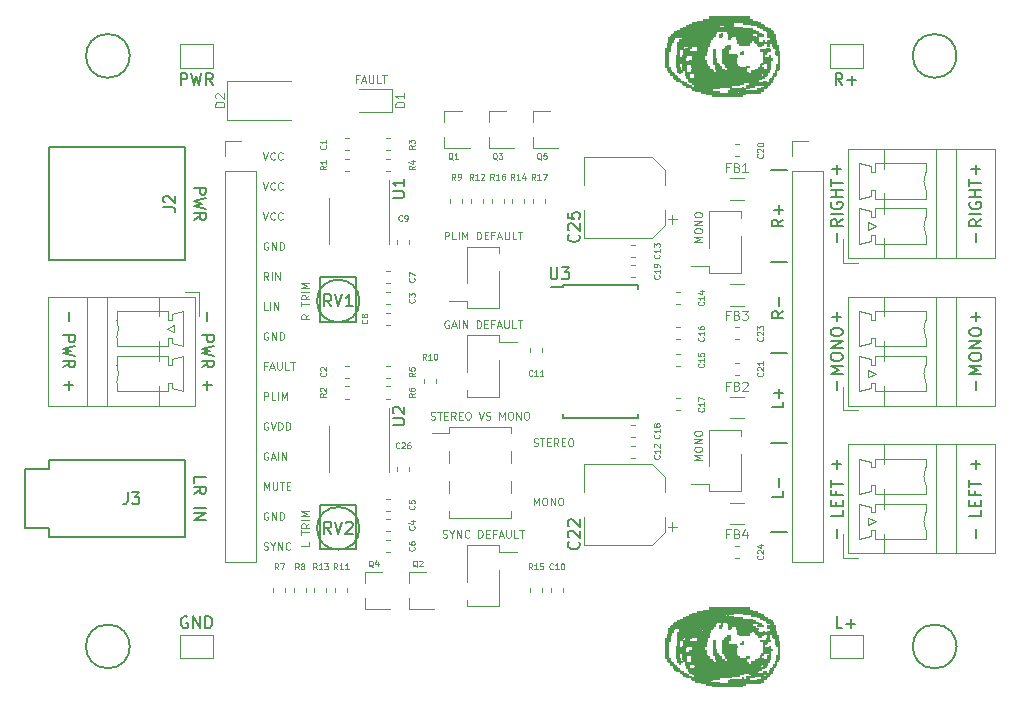
<source format=gto>
G04 #@! TF.GenerationSoftware,KiCad,Pcbnew,(5.1.2-1)-1*
G04 #@! TF.CreationDate,2022-02-16T12:06:33-05:00*
G04 #@! TF.ProjectId,AmpClassD_Daugher,416d7043-6c61-4737-9344-5f4461756768,rev?*
G04 #@! TF.SameCoordinates,Original*
G04 #@! TF.FileFunction,Legend,Top*
G04 #@! TF.FilePolarity,Positive*
%FSLAX46Y46*%
G04 Gerber Fmt 4.6, Leading zero omitted, Abs format (unit mm)*
G04 Created by KiCad (PCBNEW (5.1.2-1)-1) date 2022-02-16 12:06:33*
%MOMM*%
%LPD*%
G04 APERTURE LIST*
%ADD10C,0.150000*%
%ADD11C,0.100000*%
%ADD12C,0.010000*%
%ADD13C,0.120000*%
%ADD14C,0.203200*%
%ADD15C,0.125000*%
G04 APERTURE END LIST*
D10*
X77297619Y-76166666D02*
X77297619Y-75690476D01*
X78297619Y-75690476D01*
X77297619Y-77071428D02*
X77773809Y-76738095D01*
X77297619Y-76500000D02*
X78297619Y-76500000D01*
X78297619Y-76880952D01*
X78250000Y-76976190D01*
X78202380Y-77023809D01*
X78107142Y-77071428D01*
X77964285Y-77071428D01*
X77869047Y-77023809D01*
X77821428Y-76976190D01*
X77773809Y-76880952D01*
X77773809Y-76500000D01*
X77297619Y-78261904D02*
X78297619Y-78261904D01*
X77297619Y-78738095D02*
X78297619Y-78738095D01*
X77297619Y-79309523D01*
X78297619Y-79309523D01*
X77297619Y-51166666D02*
X78297619Y-51166666D01*
X78297619Y-51547619D01*
X78250000Y-51642857D01*
X78202380Y-51690476D01*
X78107142Y-51738095D01*
X77964285Y-51738095D01*
X77869047Y-51690476D01*
X77821428Y-51642857D01*
X77773809Y-51547619D01*
X77773809Y-51166666D01*
X78297619Y-52071428D02*
X77297619Y-52309523D01*
X78011904Y-52500000D01*
X77297619Y-52690476D01*
X78297619Y-52928571D01*
X77297619Y-53880952D02*
X77773809Y-53547619D01*
X77297619Y-53309523D02*
X78297619Y-53309523D01*
X78297619Y-53690476D01*
X78250000Y-53785714D01*
X78202380Y-53833333D01*
X78107142Y-53880952D01*
X77964285Y-53880952D01*
X77869047Y-53833333D01*
X77821428Y-53785714D01*
X77773809Y-53690476D01*
X77773809Y-53309523D01*
X76166666Y-42452380D02*
X76166666Y-41452380D01*
X76547619Y-41452380D01*
X76642857Y-41500000D01*
X76690476Y-41547619D01*
X76738095Y-41642857D01*
X76738095Y-41785714D01*
X76690476Y-41880952D01*
X76642857Y-41928571D01*
X76547619Y-41976190D01*
X76166666Y-41976190D01*
X77071428Y-41452380D02*
X77309523Y-42452380D01*
X77500000Y-41738095D01*
X77690476Y-42452380D01*
X77928571Y-41452380D01*
X78880952Y-42452380D02*
X78547619Y-41976190D01*
X78309523Y-42452380D02*
X78309523Y-41452380D01*
X78690476Y-41452380D01*
X78785714Y-41500000D01*
X78833333Y-41547619D01*
X78880952Y-41642857D01*
X78880952Y-41785714D01*
X78833333Y-41880952D01*
X78785714Y-41928571D01*
X78690476Y-41976190D01*
X78309523Y-41976190D01*
X132190476Y-42452380D02*
X131857142Y-41976190D01*
X131619047Y-42452380D02*
X131619047Y-41452380D01*
X132000000Y-41452380D01*
X132095238Y-41500000D01*
X132142857Y-41547619D01*
X132190476Y-41642857D01*
X132190476Y-41785714D01*
X132142857Y-41880952D01*
X132095238Y-41928571D01*
X132000000Y-41976190D01*
X131619047Y-41976190D01*
X132619047Y-42071428D02*
X133380952Y-42071428D01*
X133000000Y-42452380D02*
X133000000Y-41690476D01*
X132190476Y-88452380D02*
X131714285Y-88452380D01*
X131714285Y-87452380D01*
X132523809Y-88071428D02*
X133285714Y-88071428D01*
X132904761Y-88452380D02*
X132904761Y-87690476D01*
X76738095Y-87500000D02*
X76642857Y-87452380D01*
X76500000Y-87452380D01*
X76357142Y-87500000D01*
X76261904Y-87595238D01*
X76214285Y-87690476D01*
X76166666Y-87880952D01*
X76166666Y-88023809D01*
X76214285Y-88214285D01*
X76261904Y-88309523D01*
X76357142Y-88404761D01*
X76500000Y-88452380D01*
X76595238Y-88452380D01*
X76738095Y-88404761D01*
X76785714Y-88357142D01*
X76785714Y-88023809D01*
X76595238Y-88023809D01*
X77214285Y-88452380D02*
X77214285Y-87452380D01*
X77785714Y-88452380D01*
X77785714Y-87452380D01*
X78261904Y-88452380D02*
X78261904Y-87452380D01*
X78500000Y-87452380D01*
X78642857Y-87500000D01*
X78738095Y-87595238D01*
X78785714Y-87690476D01*
X78833333Y-87880952D01*
X78833333Y-88023809D01*
X78785714Y-88214285D01*
X78738095Y-88309523D01*
X78642857Y-88404761D01*
X78500000Y-88452380D01*
X78261904Y-88452380D01*
X132202380Y-78452380D02*
X132202380Y-78928571D01*
X131202380Y-78928571D01*
X131678571Y-78119047D02*
X131678571Y-77785714D01*
X132202380Y-77642857D02*
X132202380Y-78119047D01*
X131202380Y-78119047D01*
X131202380Y-77642857D01*
X131678571Y-76880952D02*
X131678571Y-77214285D01*
X132202380Y-77214285D02*
X131202380Y-77214285D01*
X131202380Y-76738095D01*
X131202380Y-76500000D02*
X131202380Y-75928571D01*
X132202380Y-76214285D02*
X131202380Y-76214285D01*
X132202380Y-53833333D02*
X131726190Y-54166666D01*
X132202380Y-54404761D02*
X131202380Y-54404761D01*
X131202380Y-54023809D01*
X131250000Y-53928571D01*
X131297619Y-53880952D01*
X131392857Y-53833333D01*
X131535714Y-53833333D01*
X131630952Y-53880952D01*
X131678571Y-53928571D01*
X131726190Y-54023809D01*
X131726190Y-54404761D01*
X132202380Y-53404761D02*
X131202380Y-53404761D01*
X131250000Y-52404761D02*
X131202380Y-52500000D01*
X131202380Y-52642857D01*
X131250000Y-52785714D01*
X131345238Y-52880952D01*
X131440476Y-52928571D01*
X131630952Y-52976190D01*
X131773809Y-52976190D01*
X131964285Y-52928571D01*
X132059523Y-52880952D01*
X132154761Y-52785714D01*
X132202380Y-52642857D01*
X132202380Y-52547619D01*
X132154761Y-52404761D01*
X132107142Y-52357142D01*
X131773809Y-52357142D01*
X131773809Y-52547619D01*
X132202380Y-51928571D02*
X131202380Y-51928571D01*
X131678571Y-51928571D02*
X131678571Y-51357142D01*
X132202380Y-51357142D02*
X131202380Y-51357142D01*
X131202380Y-51023809D02*
X131202380Y-50452380D01*
X132202380Y-50738095D02*
X131202380Y-50738095D01*
X77947619Y-63666666D02*
X78947619Y-63666666D01*
X78947619Y-64047619D01*
X78900000Y-64142857D01*
X78852380Y-64190476D01*
X78757142Y-64238095D01*
X78614285Y-64238095D01*
X78519047Y-64190476D01*
X78471428Y-64142857D01*
X78423809Y-64047619D01*
X78423809Y-63666666D01*
X78947619Y-64571428D02*
X77947619Y-64809523D01*
X78661904Y-65000000D01*
X77947619Y-65190476D01*
X78947619Y-65428571D01*
X77947619Y-66380952D02*
X78423809Y-66047619D01*
X77947619Y-65809523D02*
X78947619Y-65809523D01*
X78947619Y-66190476D01*
X78900000Y-66285714D01*
X78852380Y-66333333D01*
X78757142Y-66380952D01*
X78614285Y-66380952D01*
X78519047Y-66333333D01*
X78471428Y-66285714D01*
X78423809Y-66190476D01*
X78423809Y-65809523D01*
X66197619Y-63666666D02*
X67197619Y-63666666D01*
X67197619Y-64047619D01*
X67150000Y-64142857D01*
X67102380Y-64190476D01*
X67007142Y-64238095D01*
X66864285Y-64238095D01*
X66769047Y-64190476D01*
X66721428Y-64142857D01*
X66673809Y-64047619D01*
X66673809Y-63666666D01*
X67197619Y-64571428D02*
X66197619Y-64809523D01*
X66911904Y-65000000D01*
X66197619Y-65190476D01*
X67197619Y-65428571D01*
X66197619Y-66380952D02*
X66673809Y-66047619D01*
X66197619Y-65809523D02*
X67197619Y-65809523D01*
X67197619Y-66190476D01*
X67150000Y-66285714D01*
X67102380Y-66333333D01*
X67007142Y-66380952D01*
X66864285Y-66380952D01*
X66769047Y-66333333D01*
X66721428Y-66285714D01*
X66673809Y-66190476D01*
X66673809Y-65809523D01*
X132202380Y-66904761D02*
X131202380Y-66904761D01*
X131916666Y-66571428D01*
X131202380Y-66238095D01*
X132202380Y-66238095D01*
X131202380Y-65571428D02*
X131202380Y-65380952D01*
X131250000Y-65285714D01*
X131345238Y-65190476D01*
X131535714Y-65142857D01*
X131869047Y-65142857D01*
X132059523Y-65190476D01*
X132154761Y-65285714D01*
X132202380Y-65380952D01*
X132202380Y-65571428D01*
X132154761Y-65666666D01*
X132059523Y-65761904D01*
X131869047Y-65809523D01*
X131535714Y-65809523D01*
X131345238Y-65761904D01*
X131250000Y-65666666D01*
X131202380Y-65571428D01*
X132202380Y-64714285D02*
X131202380Y-64714285D01*
X132202380Y-64142857D01*
X131202380Y-64142857D01*
X131202380Y-63476190D02*
X131202380Y-63285714D01*
X131250000Y-63190476D01*
X131345238Y-63095238D01*
X131535714Y-63047619D01*
X131869047Y-63047619D01*
X132059523Y-63095238D01*
X132154761Y-63190476D01*
X132202380Y-63285714D01*
X132202380Y-63476190D01*
X132154761Y-63571428D01*
X132059523Y-63666666D01*
X131869047Y-63714285D01*
X131535714Y-63714285D01*
X131345238Y-63666666D01*
X131250000Y-63571428D01*
X131202380Y-63476190D01*
D11*
X91213095Y-41953571D02*
X90996428Y-41953571D01*
X90996428Y-42294047D02*
X90996428Y-41644047D01*
X91305952Y-41644047D01*
X91522619Y-42108333D02*
X91832142Y-42108333D01*
X91460714Y-42294047D02*
X91677380Y-41644047D01*
X91894047Y-42294047D01*
X92110714Y-41644047D02*
X92110714Y-42170238D01*
X92141666Y-42232142D01*
X92172619Y-42263095D01*
X92234523Y-42294047D01*
X92358333Y-42294047D01*
X92420238Y-42263095D01*
X92451190Y-42232142D01*
X92482142Y-42170238D01*
X92482142Y-41644047D01*
X93101190Y-42294047D02*
X92791666Y-42294047D01*
X92791666Y-41644047D01*
X93225000Y-41644047D02*
X93596428Y-41644047D01*
X93410714Y-42294047D02*
X93410714Y-41644047D01*
X87044047Y-81145238D02*
X87044047Y-81454761D01*
X86394047Y-81454761D01*
X86394047Y-80526190D02*
X86394047Y-80154761D01*
X87044047Y-80340476D02*
X86394047Y-80340476D01*
X87044047Y-79566666D02*
X86734523Y-79783333D01*
X87044047Y-79938095D02*
X86394047Y-79938095D01*
X86394047Y-79690476D01*
X86425000Y-79628571D01*
X86455952Y-79597619D01*
X86517857Y-79566666D01*
X86610714Y-79566666D01*
X86672619Y-79597619D01*
X86703571Y-79628571D01*
X86734523Y-79690476D01*
X86734523Y-79938095D01*
X87044047Y-79288095D02*
X86394047Y-79288095D01*
X87044047Y-78978571D02*
X86394047Y-78978571D01*
X86858333Y-78761904D01*
X86394047Y-78545238D01*
X87044047Y-78545238D01*
X87044047Y-61895238D02*
X86734523Y-62111904D01*
X87044047Y-62266666D02*
X86394047Y-62266666D01*
X86394047Y-62019047D01*
X86425000Y-61957142D01*
X86455952Y-61926190D01*
X86517857Y-61895238D01*
X86610714Y-61895238D01*
X86672619Y-61926190D01*
X86703571Y-61957142D01*
X86734523Y-62019047D01*
X86734523Y-62266666D01*
X86394047Y-61214285D02*
X86394047Y-60842857D01*
X87044047Y-61028571D02*
X86394047Y-61028571D01*
X87044047Y-60254761D02*
X86734523Y-60471428D01*
X87044047Y-60626190D02*
X86394047Y-60626190D01*
X86394047Y-60378571D01*
X86425000Y-60316666D01*
X86455952Y-60285714D01*
X86517857Y-60254761D01*
X86610714Y-60254761D01*
X86672619Y-60285714D01*
X86703571Y-60316666D01*
X86734523Y-60378571D01*
X86734523Y-60626190D01*
X87044047Y-59976190D02*
X86394047Y-59976190D01*
X87044047Y-59666666D02*
X86394047Y-59666666D01*
X86858333Y-59450000D01*
X86394047Y-59233333D01*
X87044047Y-59233333D01*
X83126904Y-48154047D02*
X83343571Y-48804047D01*
X83560238Y-48154047D01*
X84148333Y-48742142D02*
X84117380Y-48773095D01*
X84024523Y-48804047D01*
X83962619Y-48804047D01*
X83869761Y-48773095D01*
X83807857Y-48711190D01*
X83776904Y-48649285D01*
X83745952Y-48525476D01*
X83745952Y-48432619D01*
X83776904Y-48308809D01*
X83807857Y-48246904D01*
X83869761Y-48185000D01*
X83962619Y-48154047D01*
X84024523Y-48154047D01*
X84117380Y-48185000D01*
X84148333Y-48215952D01*
X84798333Y-48742142D02*
X84767380Y-48773095D01*
X84674523Y-48804047D01*
X84612619Y-48804047D01*
X84519761Y-48773095D01*
X84457857Y-48711190D01*
X84426904Y-48649285D01*
X84395952Y-48525476D01*
X84395952Y-48432619D01*
X84426904Y-48308809D01*
X84457857Y-48246904D01*
X84519761Y-48185000D01*
X84612619Y-48154047D01*
X84674523Y-48154047D01*
X84767380Y-48185000D01*
X84798333Y-48215952D01*
X83126904Y-50694047D02*
X83343571Y-51344047D01*
X83560238Y-50694047D01*
X84148333Y-51282142D02*
X84117380Y-51313095D01*
X84024523Y-51344047D01*
X83962619Y-51344047D01*
X83869761Y-51313095D01*
X83807857Y-51251190D01*
X83776904Y-51189285D01*
X83745952Y-51065476D01*
X83745952Y-50972619D01*
X83776904Y-50848809D01*
X83807857Y-50786904D01*
X83869761Y-50725000D01*
X83962619Y-50694047D01*
X84024523Y-50694047D01*
X84117380Y-50725000D01*
X84148333Y-50755952D01*
X84798333Y-51282142D02*
X84767380Y-51313095D01*
X84674523Y-51344047D01*
X84612619Y-51344047D01*
X84519761Y-51313095D01*
X84457857Y-51251190D01*
X84426904Y-51189285D01*
X84395952Y-51065476D01*
X84395952Y-50972619D01*
X84426904Y-50848809D01*
X84457857Y-50786904D01*
X84519761Y-50725000D01*
X84612619Y-50694047D01*
X84674523Y-50694047D01*
X84767380Y-50725000D01*
X84798333Y-50755952D01*
X83126904Y-53234047D02*
X83343571Y-53884047D01*
X83560238Y-53234047D01*
X84148333Y-53822142D02*
X84117380Y-53853095D01*
X84024523Y-53884047D01*
X83962619Y-53884047D01*
X83869761Y-53853095D01*
X83807857Y-53791190D01*
X83776904Y-53729285D01*
X83745952Y-53605476D01*
X83745952Y-53512619D01*
X83776904Y-53388809D01*
X83807857Y-53326904D01*
X83869761Y-53265000D01*
X83962619Y-53234047D01*
X84024523Y-53234047D01*
X84117380Y-53265000D01*
X84148333Y-53295952D01*
X84798333Y-53822142D02*
X84767380Y-53853095D01*
X84674523Y-53884047D01*
X84612619Y-53884047D01*
X84519761Y-53853095D01*
X84457857Y-53791190D01*
X84426904Y-53729285D01*
X84395952Y-53605476D01*
X84395952Y-53512619D01*
X84426904Y-53388809D01*
X84457857Y-53326904D01*
X84519761Y-53265000D01*
X84612619Y-53234047D01*
X84674523Y-53234047D01*
X84767380Y-53265000D01*
X84798333Y-53295952D01*
X83560238Y-55805000D02*
X83498333Y-55774047D01*
X83405476Y-55774047D01*
X83312619Y-55805000D01*
X83250714Y-55866904D01*
X83219761Y-55928809D01*
X83188809Y-56052619D01*
X83188809Y-56145476D01*
X83219761Y-56269285D01*
X83250714Y-56331190D01*
X83312619Y-56393095D01*
X83405476Y-56424047D01*
X83467380Y-56424047D01*
X83560238Y-56393095D01*
X83591190Y-56362142D01*
X83591190Y-56145476D01*
X83467380Y-56145476D01*
X83869761Y-56424047D02*
X83869761Y-55774047D01*
X84241190Y-56424047D01*
X84241190Y-55774047D01*
X84550714Y-56424047D02*
X84550714Y-55774047D01*
X84705476Y-55774047D01*
X84798333Y-55805000D01*
X84860238Y-55866904D01*
X84891190Y-55928809D01*
X84922142Y-56052619D01*
X84922142Y-56145476D01*
X84891190Y-56269285D01*
X84860238Y-56331190D01*
X84798333Y-56393095D01*
X84705476Y-56424047D01*
X84550714Y-56424047D01*
X83591190Y-58964047D02*
X83374523Y-58654523D01*
X83219761Y-58964047D02*
X83219761Y-58314047D01*
X83467380Y-58314047D01*
X83529285Y-58345000D01*
X83560238Y-58375952D01*
X83591190Y-58437857D01*
X83591190Y-58530714D01*
X83560238Y-58592619D01*
X83529285Y-58623571D01*
X83467380Y-58654523D01*
X83219761Y-58654523D01*
X83869761Y-58964047D02*
X83869761Y-58314047D01*
X84179285Y-58964047D02*
X84179285Y-58314047D01*
X84550714Y-58964047D01*
X84550714Y-58314047D01*
X83529285Y-61504047D02*
X83219761Y-61504047D01*
X83219761Y-60854047D01*
X83745952Y-61504047D02*
X83745952Y-60854047D01*
X84055476Y-61504047D02*
X84055476Y-60854047D01*
X84426904Y-61504047D01*
X84426904Y-60854047D01*
X83560238Y-63425000D02*
X83498333Y-63394047D01*
X83405476Y-63394047D01*
X83312619Y-63425000D01*
X83250714Y-63486904D01*
X83219761Y-63548809D01*
X83188809Y-63672619D01*
X83188809Y-63765476D01*
X83219761Y-63889285D01*
X83250714Y-63951190D01*
X83312619Y-64013095D01*
X83405476Y-64044047D01*
X83467380Y-64044047D01*
X83560238Y-64013095D01*
X83591190Y-63982142D01*
X83591190Y-63765476D01*
X83467380Y-63765476D01*
X83869761Y-64044047D02*
X83869761Y-63394047D01*
X84241190Y-64044047D01*
X84241190Y-63394047D01*
X84550714Y-64044047D02*
X84550714Y-63394047D01*
X84705476Y-63394047D01*
X84798333Y-63425000D01*
X84860238Y-63486904D01*
X84891190Y-63548809D01*
X84922142Y-63672619D01*
X84922142Y-63765476D01*
X84891190Y-63889285D01*
X84860238Y-63951190D01*
X84798333Y-64013095D01*
X84705476Y-64044047D01*
X84550714Y-64044047D01*
X83188809Y-81793095D02*
X83281666Y-81824047D01*
X83436428Y-81824047D01*
X83498333Y-81793095D01*
X83529285Y-81762142D01*
X83560238Y-81700238D01*
X83560238Y-81638333D01*
X83529285Y-81576428D01*
X83498333Y-81545476D01*
X83436428Y-81514523D01*
X83312619Y-81483571D01*
X83250714Y-81452619D01*
X83219761Y-81421666D01*
X83188809Y-81359761D01*
X83188809Y-81297857D01*
X83219761Y-81235952D01*
X83250714Y-81205000D01*
X83312619Y-81174047D01*
X83467380Y-81174047D01*
X83560238Y-81205000D01*
X83962619Y-81514523D02*
X83962619Y-81824047D01*
X83745952Y-81174047D02*
X83962619Y-81514523D01*
X84179285Y-81174047D01*
X84395952Y-81824047D02*
X84395952Y-81174047D01*
X84767380Y-81824047D01*
X84767380Y-81174047D01*
X85448333Y-81762142D02*
X85417380Y-81793095D01*
X85324523Y-81824047D01*
X85262619Y-81824047D01*
X85169761Y-81793095D01*
X85107857Y-81731190D01*
X85076904Y-81669285D01*
X85045952Y-81545476D01*
X85045952Y-81452619D01*
X85076904Y-81328809D01*
X85107857Y-81266904D01*
X85169761Y-81205000D01*
X85262619Y-81174047D01*
X85324523Y-81174047D01*
X85417380Y-81205000D01*
X85448333Y-81235952D01*
X83560238Y-78665000D02*
X83498333Y-78634047D01*
X83405476Y-78634047D01*
X83312619Y-78665000D01*
X83250714Y-78726904D01*
X83219761Y-78788809D01*
X83188809Y-78912619D01*
X83188809Y-79005476D01*
X83219761Y-79129285D01*
X83250714Y-79191190D01*
X83312619Y-79253095D01*
X83405476Y-79284047D01*
X83467380Y-79284047D01*
X83560238Y-79253095D01*
X83591190Y-79222142D01*
X83591190Y-79005476D01*
X83467380Y-79005476D01*
X83869761Y-79284047D02*
X83869761Y-78634047D01*
X84241190Y-79284047D01*
X84241190Y-78634047D01*
X84550714Y-79284047D02*
X84550714Y-78634047D01*
X84705476Y-78634047D01*
X84798333Y-78665000D01*
X84860238Y-78726904D01*
X84891190Y-78788809D01*
X84922142Y-78912619D01*
X84922142Y-79005476D01*
X84891190Y-79129285D01*
X84860238Y-79191190D01*
X84798333Y-79253095D01*
X84705476Y-79284047D01*
X84550714Y-79284047D01*
X83219761Y-76744047D02*
X83219761Y-76094047D01*
X83436428Y-76558333D01*
X83653095Y-76094047D01*
X83653095Y-76744047D01*
X83962619Y-76094047D02*
X83962619Y-76620238D01*
X83993571Y-76682142D01*
X84024523Y-76713095D01*
X84086428Y-76744047D01*
X84210238Y-76744047D01*
X84272142Y-76713095D01*
X84303095Y-76682142D01*
X84334047Y-76620238D01*
X84334047Y-76094047D01*
X84550714Y-76094047D02*
X84922142Y-76094047D01*
X84736428Y-76744047D02*
X84736428Y-76094047D01*
X85138809Y-76403571D02*
X85355476Y-76403571D01*
X85448333Y-76744047D02*
X85138809Y-76744047D01*
X85138809Y-76094047D01*
X85448333Y-76094047D01*
X83560238Y-73585000D02*
X83498333Y-73554047D01*
X83405476Y-73554047D01*
X83312619Y-73585000D01*
X83250714Y-73646904D01*
X83219761Y-73708809D01*
X83188809Y-73832619D01*
X83188809Y-73925476D01*
X83219761Y-74049285D01*
X83250714Y-74111190D01*
X83312619Y-74173095D01*
X83405476Y-74204047D01*
X83467380Y-74204047D01*
X83560238Y-74173095D01*
X83591190Y-74142142D01*
X83591190Y-73925476D01*
X83467380Y-73925476D01*
X83838809Y-74018333D02*
X84148333Y-74018333D01*
X83776904Y-74204047D02*
X83993571Y-73554047D01*
X84210238Y-74204047D01*
X84426904Y-74204047D02*
X84426904Y-73554047D01*
X84736428Y-74204047D02*
X84736428Y-73554047D01*
X85107857Y-74204047D01*
X85107857Y-73554047D01*
X83560238Y-71045000D02*
X83498333Y-71014047D01*
X83405476Y-71014047D01*
X83312619Y-71045000D01*
X83250714Y-71106904D01*
X83219761Y-71168809D01*
X83188809Y-71292619D01*
X83188809Y-71385476D01*
X83219761Y-71509285D01*
X83250714Y-71571190D01*
X83312619Y-71633095D01*
X83405476Y-71664047D01*
X83467380Y-71664047D01*
X83560238Y-71633095D01*
X83591190Y-71602142D01*
X83591190Y-71385476D01*
X83467380Y-71385476D01*
X83776904Y-71014047D02*
X83993571Y-71664047D01*
X84210238Y-71014047D01*
X84426904Y-71664047D02*
X84426904Y-71014047D01*
X84581666Y-71014047D01*
X84674523Y-71045000D01*
X84736428Y-71106904D01*
X84767380Y-71168809D01*
X84798333Y-71292619D01*
X84798333Y-71385476D01*
X84767380Y-71509285D01*
X84736428Y-71571190D01*
X84674523Y-71633095D01*
X84581666Y-71664047D01*
X84426904Y-71664047D01*
X85076904Y-71664047D02*
X85076904Y-71014047D01*
X85231666Y-71014047D01*
X85324523Y-71045000D01*
X85386428Y-71106904D01*
X85417380Y-71168809D01*
X85448333Y-71292619D01*
X85448333Y-71385476D01*
X85417380Y-71509285D01*
X85386428Y-71571190D01*
X85324523Y-71633095D01*
X85231666Y-71664047D01*
X85076904Y-71664047D01*
X83436428Y-66243571D02*
X83219761Y-66243571D01*
X83219761Y-66584047D02*
X83219761Y-65934047D01*
X83529285Y-65934047D01*
X83745952Y-66398333D02*
X84055476Y-66398333D01*
X83684047Y-66584047D02*
X83900714Y-65934047D01*
X84117380Y-66584047D01*
X84334047Y-65934047D02*
X84334047Y-66460238D01*
X84365000Y-66522142D01*
X84395952Y-66553095D01*
X84457857Y-66584047D01*
X84581666Y-66584047D01*
X84643571Y-66553095D01*
X84674523Y-66522142D01*
X84705476Y-66460238D01*
X84705476Y-65934047D01*
X85324523Y-66584047D02*
X85015000Y-66584047D01*
X85015000Y-65934047D01*
X85448333Y-65934047D02*
X85819761Y-65934047D01*
X85634047Y-66584047D02*
X85634047Y-65934047D01*
X83219761Y-69124047D02*
X83219761Y-68474047D01*
X83467380Y-68474047D01*
X83529285Y-68505000D01*
X83560238Y-68535952D01*
X83591190Y-68597857D01*
X83591190Y-68690714D01*
X83560238Y-68752619D01*
X83529285Y-68783571D01*
X83467380Y-68814523D01*
X83219761Y-68814523D01*
X84179285Y-69124047D02*
X83869761Y-69124047D01*
X83869761Y-68474047D01*
X84395952Y-69124047D02*
X84395952Y-68474047D01*
X84705476Y-69124047D02*
X84705476Y-68474047D01*
X84922142Y-68938333D01*
X85138809Y-68474047D01*
X85138809Y-69124047D01*
D10*
X143952380Y-78452380D02*
X143952380Y-78928571D01*
X142952380Y-78928571D01*
X143428571Y-78119047D02*
X143428571Y-77785714D01*
X143952380Y-77642857D02*
X143952380Y-78119047D01*
X142952380Y-78119047D01*
X142952380Y-77642857D01*
X143428571Y-76880952D02*
X143428571Y-77214285D01*
X143952380Y-77214285D02*
X142952380Y-77214285D01*
X142952380Y-76738095D01*
X142952380Y-76500000D02*
X142952380Y-75928571D01*
X143952380Y-76214285D02*
X142952380Y-76214285D01*
X143952380Y-53833333D02*
X143476190Y-54166666D01*
X143952380Y-54404761D02*
X142952380Y-54404761D01*
X142952380Y-54023809D01*
X143000000Y-53928571D01*
X143047619Y-53880952D01*
X143142857Y-53833333D01*
X143285714Y-53833333D01*
X143380952Y-53880952D01*
X143428571Y-53928571D01*
X143476190Y-54023809D01*
X143476190Y-54404761D01*
X143952380Y-53404761D02*
X142952380Y-53404761D01*
X143000000Y-52404761D02*
X142952380Y-52500000D01*
X142952380Y-52642857D01*
X143000000Y-52785714D01*
X143095238Y-52880952D01*
X143190476Y-52928571D01*
X143380952Y-52976190D01*
X143523809Y-52976190D01*
X143714285Y-52928571D01*
X143809523Y-52880952D01*
X143904761Y-52785714D01*
X143952380Y-52642857D01*
X143952380Y-52547619D01*
X143904761Y-52404761D01*
X143857142Y-52357142D01*
X143523809Y-52357142D01*
X143523809Y-52547619D01*
X143952380Y-51928571D02*
X142952380Y-51928571D01*
X143428571Y-51928571D02*
X143428571Y-51357142D01*
X143952380Y-51357142D02*
X142952380Y-51357142D01*
X142952380Y-51023809D02*
X142952380Y-50452380D01*
X143952380Y-50738095D02*
X142952380Y-50738095D01*
X143952380Y-66904761D02*
X142952380Y-66904761D01*
X143666666Y-66571428D01*
X142952380Y-66238095D01*
X143952380Y-66238095D01*
X142952380Y-65571428D02*
X142952380Y-65380952D01*
X143000000Y-65285714D01*
X143095238Y-65190476D01*
X143285714Y-65142857D01*
X143619047Y-65142857D01*
X143809523Y-65190476D01*
X143904761Y-65285714D01*
X143952380Y-65380952D01*
X143952380Y-65571428D01*
X143904761Y-65666666D01*
X143809523Y-65761904D01*
X143619047Y-65809523D01*
X143285714Y-65809523D01*
X143095238Y-65761904D01*
X143000000Y-65666666D01*
X142952380Y-65571428D01*
X143952380Y-64714285D02*
X142952380Y-64714285D01*
X143952380Y-64142857D01*
X142952380Y-64142857D01*
X142952380Y-63476190D02*
X142952380Y-63285714D01*
X143000000Y-63190476D01*
X143095238Y-63095238D01*
X143285714Y-63047619D01*
X143619047Y-63047619D01*
X143809523Y-63095238D01*
X143904761Y-63190476D01*
X143952380Y-63285714D01*
X143952380Y-63476190D01*
X143904761Y-63571428D01*
X143809523Y-63666666D01*
X143619047Y-63714285D01*
X143285714Y-63714285D01*
X143095238Y-63666666D01*
X143000000Y-63571428D01*
X142952380Y-63476190D01*
X127535714Y-80333333D02*
X126107142Y-80333333D01*
X127202380Y-76857142D02*
X127202380Y-77333333D01*
X126202380Y-77333333D01*
X126821428Y-76523809D02*
X126821428Y-75761904D01*
X127535714Y-72761904D02*
X126107142Y-72761904D01*
X127202380Y-69285714D02*
X127202380Y-69761904D01*
X126202380Y-69761904D01*
X126821428Y-68952380D02*
X126821428Y-68190476D01*
X127202380Y-68571428D02*
X126440476Y-68571428D01*
X127535714Y-65190476D02*
X126107142Y-65190476D01*
X127202380Y-61619047D02*
X126726190Y-61952380D01*
X127202380Y-62190476D02*
X126202380Y-62190476D01*
X126202380Y-61809523D01*
X126250000Y-61714285D01*
X126297619Y-61666666D01*
X126392857Y-61619047D01*
X126535714Y-61619047D01*
X126630952Y-61666666D01*
X126678571Y-61714285D01*
X126726190Y-61809523D01*
X126726190Y-62190476D01*
X126821428Y-61190476D02*
X126821428Y-60428571D01*
X127535714Y-57428571D02*
X126107142Y-57428571D01*
X127202380Y-53857142D02*
X126726190Y-54190476D01*
X127202380Y-54428571D02*
X126202380Y-54428571D01*
X126202380Y-54047619D01*
X126250000Y-53952380D01*
X126297619Y-53904761D01*
X126392857Y-53857142D01*
X126535714Y-53857142D01*
X126630952Y-53904761D01*
X126678571Y-53952380D01*
X126726190Y-54047619D01*
X126726190Y-54428571D01*
X126821428Y-53428571D02*
X126821428Y-52666666D01*
X127202380Y-53047619D02*
X126440476Y-53047619D01*
X127535714Y-49666666D02*
X126107142Y-49666666D01*
D11*
X120294047Y-74238095D02*
X119644047Y-74238095D01*
X120108333Y-74021428D01*
X119644047Y-73804761D01*
X120294047Y-73804761D01*
X119644047Y-73371428D02*
X119644047Y-73247619D01*
X119675000Y-73185714D01*
X119736904Y-73123809D01*
X119860714Y-73092857D01*
X120077380Y-73092857D01*
X120201190Y-73123809D01*
X120263095Y-73185714D01*
X120294047Y-73247619D01*
X120294047Y-73371428D01*
X120263095Y-73433333D01*
X120201190Y-73495238D01*
X120077380Y-73526190D01*
X119860714Y-73526190D01*
X119736904Y-73495238D01*
X119675000Y-73433333D01*
X119644047Y-73371428D01*
X120294047Y-72814285D02*
X119644047Y-72814285D01*
X120294047Y-72442857D01*
X119644047Y-72442857D01*
X119644047Y-72009523D02*
X119644047Y-71885714D01*
X119675000Y-71823809D01*
X119736904Y-71761904D01*
X119860714Y-71730952D01*
X120077380Y-71730952D01*
X120201190Y-71761904D01*
X120263095Y-71823809D01*
X120294047Y-71885714D01*
X120294047Y-72009523D01*
X120263095Y-72071428D01*
X120201190Y-72133333D01*
X120077380Y-72164285D01*
X119860714Y-72164285D01*
X119736904Y-72133333D01*
X119675000Y-72071428D01*
X119644047Y-72009523D01*
X120294047Y-55738095D02*
X119644047Y-55738095D01*
X120108333Y-55521428D01*
X119644047Y-55304761D01*
X120294047Y-55304761D01*
X119644047Y-54871428D02*
X119644047Y-54747619D01*
X119675000Y-54685714D01*
X119736904Y-54623809D01*
X119860714Y-54592857D01*
X120077380Y-54592857D01*
X120201190Y-54623809D01*
X120263095Y-54685714D01*
X120294047Y-54747619D01*
X120294047Y-54871428D01*
X120263095Y-54933333D01*
X120201190Y-54995238D01*
X120077380Y-55026190D01*
X119860714Y-55026190D01*
X119736904Y-54995238D01*
X119675000Y-54933333D01*
X119644047Y-54871428D01*
X120294047Y-54314285D02*
X119644047Y-54314285D01*
X120294047Y-53942857D01*
X119644047Y-53942857D01*
X119644047Y-53509523D02*
X119644047Y-53385714D01*
X119675000Y-53323809D01*
X119736904Y-53261904D01*
X119860714Y-53230952D01*
X120077380Y-53230952D01*
X120201190Y-53261904D01*
X120263095Y-53323809D01*
X120294047Y-53385714D01*
X120294047Y-53509523D01*
X120263095Y-53571428D01*
X120201190Y-53633333D01*
X120077380Y-53664285D01*
X119860714Y-53664285D01*
X119736904Y-53633333D01*
X119675000Y-53571428D01*
X119644047Y-53509523D01*
X98345238Y-80763095D02*
X98438095Y-80794047D01*
X98592857Y-80794047D01*
X98654761Y-80763095D01*
X98685714Y-80732142D01*
X98716666Y-80670238D01*
X98716666Y-80608333D01*
X98685714Y-80546428D01*
X98654761Y-80515476D01*
X98592857Y-80484523D01*
X98469047Y-80453571D01*
X98407142Y-80422619D01*
X98376190Y-80391666D01*
X98345238Y-80329761D01*
X98345238Y-80267857D01*
X98376190Y-80205952D01*
X98407142Y-80175000D01*
X98469047Y-80144047D01*
X98623809Y-80144047D01*
X98716666Y-80175000D01*
X99119047Y-80484523D02*
X99119047Y-80794047D01*
X98902380Y-80144047D02*
X99119047Y-80484523D01*
X99335714Y-80144047D01*
X99552380Y-80794047D02*
X99552380Y-80144047D01*
X99923809Y-80794047D01*
X99923809Y-80144047D01*
X100604761Y-80732142D02*
X100573809Y-80763095D01*
X100480952Y-80794047D01*
X100419047Y-80794047D01*
X100326190Y-80763095D01*
X100264285Y-80701190D01*
X100233333Y-80639285D01*
X100202380Y-80515476D01*
X100202380Y-80422619D01*
X100233333Y-80298809D01*
X100264285Y-80236904D01*
X100326190Y-80175000D01*
X100419047Y-80144047D01*
X100480952Y-80144047D01*
X100573809Y-80175000D01*
X100604761Y-80205952D01*
X101378571Y-80794047D02*
X101378571Y-80144047D01*
X101533333Y-80144047D01*
X101626190Y-80175000D01*
X101688095Y-80236904D01*
X101719047Y-80298809D01*
X101750000Y-80422619D01*
X101750000Y-80515476D01*
X101719047Y-80639285D01*
X101688095Y-80701190D01*
X101626190Y-80763095D01*
X101533333Y-80794047D01*
X101378571Y-80794047D01*
X102028571Y-80453571D02*
X102245238Y-80453571D01*
X102338095Y-80794047D02*
X102028571Y-80794047D01*
X102028571Y-80144047D01*
X102338095Y-80144047D01*
X102833333Y-80453571D02*
X102616666Y-80453571D01*
X102616666Y-80794047D02*
X102616666Y-80144047D01*
X102926190Y-80144047D01*
X103142857Y-80608333D02*
X103452380Y-80608333D01*
X103080952Y-80794047D02*
X103297619Y-80144047D01*
X103514285Y-80794047D01*
X103730952Y-80144047D02*
X103730952Y-80670238D01*
X103761904Y-80732142D01*
X103792857Y-80763095D01*
X103854761Y-80794047D01*
X103978571Y-80794047D01*
X104040476Y-80763095D01*
X104071428Y-80732142D01*
X104102380Y-80670238D01*
X104102380Y-80144047D01*
X104721428Y-80794047D02*
X104411904Y-80794047D01*
X104411904Y-80144047D01*
X104845238Y-80144047D02*
X105216666Y-80144047D01*
X105030952Y-80794047D02*
X105030952Y-80144047D01*
X106069761Y-78044047D02*
X106069761Y-77394047D01*
X106286428Y-77858333D01*
X106503095Y-77394047D01*
X106503095Y-78044047D01*
X106936428Y-77394047D02*
X107060238Y-77394047D01*
X107122142Y-77425000D01*
X107184047Y-77486904D01*
X107215000Y-77610714D01*
X107215000Y-77827380D01*
X107184047Y-77951190D01*
X107122142Y-78013095D01*
X107060238Y-78044047D01*
X106936428Y-78044047D01*
X106874523Y-78013095D01*
X106812619Y-77951190D01*
X106781666Y-77827380D01*
X106781666Y-77610714D01*
X106812619Y-77486904D01*
X106874523Y-77425000D01*
X106936428Y-77394047D01*
X107493571Y-78044047D02*
X107493571Y-77394047D01*
X107865000Y-78044047D01*
X107865000Y-77394047D01*
X108298333Y-77394047D02*
X108422142Y-77394047D01*
X108484047Y-77425000D01*
X108545952Y-77486904D01*
X108576904Y-77610714D01*
X108576904Y-77827380D01*
X108545952Y-77951190D01*
X108484047Y-78013095D01*
X108422142Y-78044047D01*
X108298333Y-78044047D01*
X108236428Y-78013095D01*
X108174523Y-77951190D01*
X108143571Y-77827380D01*
X108143571Y-77610714D01*
X108174523Y-77486904D01*
X108236428Y-77425000D01*
X108298333Y-77394047D01*
X106038809Y-73013095D02*
X106131666Y-73044047D01*
X106286428Y-73044047D01*
X106348333Y-73013095D01*
X106379285Y-72982142D01*
X106410238Y-72920238D01*
X106410238Y-72858333D01*
X106379285Y-72796428D01*
X106348333Y-72765476D01*
X106286428Y-72734523D01*
X106162619Y-72703571D01*
X106100714Y-72672619D01*
X106069761Y-72641666D01*
X106038809Y-72579761D01*
X106038809Y-72517857D01*
X106069761Y-72455952D01*
X106100714Y-72425000D01*
X106162619Y-72394047D01*
X106317380Y-72394047D01*
X106410238Y-72425000D01*
X106595952Y-72394047D02*
X106967380Y-72394047D01*
X106781666Y-73044047D02*
X106781666Y-72394047D01*
X107184047Y-72703571D02*
X107400714Y-72703571D01*
X107493571Y-73044047D02*
X107184047Y-73044047D01*
X107184047Y-72394047D01*
X107493571Y-72394047D01*
X108143571Y-73044047D02*
X107926904Y-72734523D01*
X107772142Y-73044047D02*
X107772142Y-72394047D01*
X108019761Y-72394047D01*
X108081666Y-72425000D01*
X108112619Y-72455952D01*
X108143571Y-72517857D01*
X108143571Y-72610714D01*
X108112619Y-72672619D01*
X108081666Y-72703571D01*
X108019761Y-72734523D01*
X107772142Y-72734523D01*
X108422142Y-72703571D02*
X108638809Y-72703571D01*
X108731666Y-73044047D02*
X108422142Y-73044047D01*
X108422142Y-72394047D01*
X108731666Y-72394047D01*
X109134047Y-72394047D02*
X109257857Y-72394047D01*
X109319761Y-72425000D01*
X109381666Y-72486904D01*
X109412619Y-72610714D01*
X109412619Y-72827380D01*
X109381666Y-72951190D01*
X109319761Y-73013095D01*
X109257857Y-73044047D01*
X109134047Y-73044047D01*
X109072142Y-73013095D01*
X109010238Y-72951190D01*
X108979285Y-72827380D01*
X108979285Y-72610714D01*
X109010238Y-72486904D01*
X109072142Y-72425000D01*
X109134047Y-72394047D01*
X97336904Y-70763095D02*
X97429761Y-70794047D01*
X97584523Y-70794047D01*
X97646428Y-70763095D01*
X97677380Y-70732142D01*
X97708333Y-70670238D01*
X97708333Y-70608333D01*
X97677380Y-70546428D01*
X97646428Y-70515476D01*
X97584523Y-70484523D01*
X97460714Y-70453571D01*
X97398809Y-70422619D01*
X97367857Y-70391666D01*
X97336904Y-70329761D01*
X97336904Y-70267857D01*
X97367857Y-70205952D01*
X97398809Y-70175000D01*
X97460714Y-70144047D01*
X97615476Y-70144047D01*
X97708333Y-70175000D01*
X97894047Y-70144047D02*
X98265476Y-70144047D01*
X98079761Y-70794047D02*
X98079761Y-70144047D01*
X98482142Y-70453571D02*
X98698809Y-70453571D01*
X98791666Y-70794047D02*
X98482142Y-70794047D01*
X98482142Y-70144047D01*
X98791666Y-70144047D01*
X99441666Y-70794047D02*
X99225000Y-70484523D01*
X99070238Y-70794047D02*
X99070238Y-70144047D01*
X99317857Y-70144047D01*
X99379761Y-70175000D01*
X99410714Y-70205952D01*
X99441666Y-70267857D01*
X99441666Y-70360714D01*
X99410714Y-70422619D01*
X99379761Y-70453571D01*
X99317857Y-70484523D01*
X99070238Y-70484523D01*
X99720238Y-70453571D02*
X99936904Y-70453571D01*
X100029761Y-70794047D02*
X99720238Y-70794047D01*
X99720238Y-70144047D01*
X100029761Y-70144047D01*
X100432142Y-70144047D02*
X100555952Y-70144047D01*
X100617857Y-70175000D01*
X100679761Y-70236904D01*
X100710714Y-70360714D01*
X100710714Y-70577380D01*
X100679761Y-70701190D01*
X100617857Y-70763095D01*
X100555952Y-70794047D01*
X100432142Y-70794047D01*
X100370238Y-70763095D01*
X100308333Y-70701190D01*
X100277380Y-70577380D01*
X100277380Y-70360714D01*
X100308333Y-70236904D01*
X100370238Y-70175000D01*
X100432142Y-70144047D01*
X101391666Y-70144047D02*
X101608333Y-70794047D01*
X101825000Y-70144047D01*
X102010714Y-70763095D02*
X102103571Y-70794047D01*
X102258333Y-70794047D01*
X102320238Y-70763095D01*
X102351190Y-70732142D01*
X102382142Y-70670238D01*
X102382142Y-70608333D01*
X102351190Y-70546428D01*
X102320238Y-70515476D01*
X102258333Y-70484523D01*
X102134523Y-70453571D01*
X102072619Y-70422619D01*
X102041666Y-70391666D01*
X102010714Y-70329761D01*
X102010714Y-70267857D01*
X102041666Y-70205952D01*
X102072619Y-70175000D01*
X102134523Y-70144047D01*
X102289285Y-70144047D01*
X102382142Y-70175000D01*
X103155952Y-70794047D02*
X103155952Y-70144047D01*
X103372619Y-70608333D01*
X103589285Y-70144047D01*
X103589285Y-70794047D01*
X104022619Y-70144047D02*
X104146428Y-70144047D01*
X104208333Y-70175000D01*
X104270238Y-70236904D01*
X104301190Y-70360714D01*
X104301190Y-70577380D01*
X104270238Y-70701190D01*
X104208333Y-70763095D01*
X104146428Y-70794047D01*
X104022619Y-70794047D01*
X103960714Y-70763095D01*
X103898809Y-70701190D01*
X103867857Y-70577380D01*
X103867857Y-70360714D01*
X103898809Y-70236904D01*
X103960714Y-70175000D01*
X104022619Y-70144047D01*
X104579761Y-70794047D02*
X104579761Y-70144047D01*
X104951190Y-70794047D01*
X104951190Y-70144047D01*
X105384523Y-70144047D02*
X105508333Y-70144047D01*
X105570238Y-70175000D01*
X105632142Y-70236904D01*
X105663095Y-70360714D01*
X105663095Y-70577380D01*
X105632142Y-70701190D01*
X105570238Y-70763095D01*
X105508333Y-70794047D01*
X105384523Y-70794047D01*
X105322619Y-70763095D01*
X105260714Y-70701190D01*
X105229761Y-70577380D01*
X105229761Y-70360714D01*
X105260714Y-70236904D01*
X105322619Y-70175000D01*
X105384523Y-70144047D01*
X98871428Y-62425000D02*
X98809523Y-62394047D01*
X98716666Y-62394047D01*
X98623809Y-62425000D01*
X98561904Y-62486904D01*
X98530952Y-62548809D01*
X98500000Y-62672619D01*
X98500000Y-62765476D01*
X98530952Y-62889285D01*
X98561904Y-62951190D01*
X98623809Y-63013095D01*
X98716666Y-63044047D01*
X98778571Y-63044047D01*
X98871428Y-63013095D01*
X98902380Y-62982142D01*
X98902380Y-62765476D01*
X98778571Y-62765476D01*
X99150000Y-62858333D02*
X99459523Y-62858333D01*
X99088095Y-63044047D02*
X99304761Y-62394047D01*
X99521428Y-63044047D01*
X99738095Y-63044047D02*
X99738095Y-62394047D01*
X100047619Y-63044047D02*
X100047619Y-62394047D01*
X100419047Y-63044047D01*
X100419047Y-62394047D01*
X101223809Y-63044047D02*
X101223809Y-62394047D01*
X101378571Y-62394047D01*
X101471428Y-62425000D01*
X101533333Y-62486904D01*
X101564285Y-62548809D01*
X101595238Y-62672619D01*
X101595238Y-62765476D01*
X101564285Y-62889285D01*
X101533333Y-62951190D01*
X101471428Y-63013095D01*
X101378571Y-63044047D01*
X101223809Y-63044047D01*
X101873809Y-62703571D02*
X102090476Y-62703571D01*
X102183333Y-63044047D02*
X101873809Y-63044047D01*
X101873809Y-62394047D01*
X102183333Y-62394047D01*
X102678571Y-62703571D02*
X102461904Y-62703571D01*
X102461904Y-63044047D02*
X102461904Y-62394047D01*
X102771428Y-62394047D01*
X102988095Y-62858333D02*
X103297619Y-62858333D01*
X102926190Y-63044047D02*
X103142857Y-62394047D01*
X103359523Y-63044047D01*
X103576190Y-62394047D02*
X103576190Y-62920238D01*
X103607142Y-62982142D01*
X103638095Y-63013095D01*
X103700000Y-63044047D01*
X103823809Y-63044047D01*
X103885714Y-63013095D01*
X103916666Y-62982142D01*
X103947619Y-62920238D01*
X103947619Y-62394047D01*
X104566666Y-63044047D02*
X104257142Y-63044047D01*
X104257142Y-62394047D01*
X104690476Y-62394047D02*
X105061904Y-62394047D01*
X104876190Y-63044047D02*
X104876190Y-62394047D01*
X98515476Y-55544047D02*
X98515476Y-54894047D01*
X98763095Y-54894047D01*
X98825000Y-54925000D01*
X98855952Y-54955952D01*
X98886904Y-55017857D01*
X98886904Y-55110714D01*
X98855952Y-55172619D01*
X98825000Y-55203571D01*
X98763095Y-55234523D01*
X98515476Y-55234523D01*
X99475000Y-55544047D02*
X99165476Y-55544047D01*
X99165476Y-54894047D01*
X99691666Y-55544047D02*
X99691666Y-54894047D01*
X100001190Y-55544047D02*
X100001190Y-54894047D01*
X100217857Y-55358333D01*
X100434523Y-54894047D01*
X100434523Y-55544047D01*
X101239285Y-55544047D02*
X101239285Y-54894047D01*
X101394047Y-54894047D01*
X101486904Y-54925000D01*
X101548809Y-54986904D01*
X101579761Y-55048809D01*
X101610714Y-55172619D01*
X101610714Y-55265476D01*
X101579761Y-55389285D01*
X101548809Y-55451190D01*
X101486904Y-55513095D01*
X101394047Y-55544047D01*
X101239285Y-55544047D01*
X101889285Y-55203571D02*
X102105952Y-55203571D01*
X102198809Y-55544047D02*
X101889285Y-55544047D01*
X101889285Y-54894047D01*
X102198809Y-54894047D01*
X102694047Y-55203571D02*
X102477380Y-55203571D01*
X102477380Y-55544047D02*
X102477380Y-54894047D01*
X102786904Y-54894047D01*
X103003571Y-55358333D02*
X103313095Y-55358333D01*
X102941666Y-55544047D02*
X103158333Y-54894047D01*
X103375000Y-55544047D01*
X103591666Y-54894047D02*
X103591666Y-55420238D01*
X103622619Y-55482142D01*
X103653571Y-55513095D01*
X103715476Y-55544047D01*
X103839285Y-55544047D01*
X103901190Y-55513095D01*
X103932142Y-55482142D01*
X103963095Y-55420238D01*
X103963095Y-54894047D01*
X104582142Y-55544047D02*
X104272619Y-55544047D01*
X104272619Y-54894047D01*
X104705952Y-54894047D02*
X105077380Y-54894047D01*
X104891666Y-55544047D02*
X104891666Y-54894047D01*
D12*
G36*
X121873000Y-88158500D02*
G01*
X121873000Y-88031500D01*
X122000000Y-88031500D01*
X122000000Y-88285500D01*
X121873000Y-88285500D01*
X121873000Y-88412500D01*
X121746000Y-88412500D01*
X121746000Y-88158500D01*
X121873000Y-88158500D01*
X121873000Y-88158500D01*
G37*
X121873000Y-88158500D02*
X121873000Y-88031500D01*
X122000000Y-88031500D01*
X122000000Y-88285500D01*
X121873000Y-88285500D01*
X121873000Y-88412500D01*
X121746000Y-88412500D01*
X121746000Y-88158500D01*
X121873000Y-88158500D01*
G36*
X123651000Y-89682500D02*
G01*
X123651000Y-89555500D01*
X123778000Y-89555500D01*
X123778000Y-89809500D01*
X123524000Y-89809500D01*
X123524000Y-89682500D01*
X123651000Y-89682500D01*
X123651000Y-89682500D01*
G37*
X123651000Y-89682500D02*
X123651000Y-89555500D01*
X123778000Y-89555500D01*
X123778000Y-89809500D01*
X123524000Y-89809500D01*
X123524000Y-89682500D01*
X123651000Y-89682500D01*
G36*
X124286000Y-90825500D02*
G01*
X124286000Y-90952500D01*
X124032000Y-90952500D01*
X124032000Y-90825500D01*
X124286000Y-90825500D01*
X124286000Y-90825500D01*
G37*
X124286000Y-90825500D02*
X124286000Y-90952500D01*
X124032000Y-90952500D01*
X124032000Y-90825500D01*
X124286000Y-90825500D01*
G36*
X125048000Y-88158500D02*
G01*
X125048000Y-88031500D01*
X125302000Y-88031500D01*
X125302000Y-88158500D01*
X125429000Y-88158500D01*
X125429000Y-88285500D01*
X124921000Y-88285500D01*
X124921000Y-88158500D01*
X125048000Y-88158500D01*
X125048000Y-88158500D01*
G37*
X125048000Y-88158500D02*
X125048000Y-88031500D01*
X125302000Y-88031500D01*
X125302000Y-88158500D01*
X125429000Y-88158500D01*
X125429000Y-88285500D01*
X124921000Y-88285500D01*
X124921000Y-88158500D01*
X125048000Y-88158500D01*
G36*
X125429000Y-90571500D02*
G01*
X125429000Y-90698500D01*
X125302000Y-90698500D01*
X125302000Y-90571500D01*
X125429000Y-90571500D01*
X125429000Y-90571500D01*
G37*
X125429000Y-90571500D02*
X125429000Y-90698500D01*
X125302000Y-90698500D01*
X125302000Y-90571500D01*
X125429000Y-90571500D01*
G36*
X117301000Y-89301500D02*
G01*
X117301000Y-88920500D01*
X117428000Y-88920500D01*
X117428000Y-88412500D01*
X117555000Y-88412500D01*
X117555000Y-88285500D01*
X117682000Y-88285500D01*
X117682000Y-88158500D01*
X117809000Y-88158500D01*
X117809000Y-88031500D01*
X117936000Y-88031500D01*
X117936000Y-87904500D01*
X118190000Y-87904500D01*
X118190000Y-87777500D01*
X118444000Y-87777500D01*
X118444000Y-87650500D01*
X118698000Y-87650500D01*
X118698000Y-87523500D01*
X118952000Y-87523500D01*
X118952000Y-87396500D01*
X119206000Y-87396500D01*
X119206000Y-87269500D01*
X119460000Y-87269500D01*
X119460000Y-87142500D01*
X119841000Y-87142500D01*
X119841000Y-87015500D01*
X120349000Y-87015500D01*
X120349000Y-86888500D01*
X120857000Y-86888500D01*
X120857000Y-86634500D01*
X124286000Y-86634500D01*
X124286000Y-86888500D01*
X124540000Y-86888500D01*
X124540000Y-87015500D01*
X124921000Y-87015500D01*
X124921000Y-87142500D01*
X125175000Y-87142500D01*
X125175000Y-87269500D01*
X125429000Y-87269500D01*
X125429000Y-87396500D01*
X125556000Y-87396500D01*
X125556000Y-87523500D01*
X125810000Y-87523500D01*
X125810000Y-87650500D01*
X126064000Y-87650500D01*
X126064000Y-87777500D01*
X126191000Y-87777500D01*
X126191000Y-87904500D01*
X126318000Y-87904500D01*
X126318000Y-88158500D01*
X126445000Y-88158500D01*
X126445000Y-88666500D01*
X126572000Y-88666500D01*
X126572000Y-89047500D01*
X126699000Y-89047500D01*
X126699000Y-89555500D01*
X126826000Y-89555500D01*
X126826000Y-91079500D01*
X126699000Y-91079500D01*
X126699000Y-91206500D01*
X126572000Y-91206500D01*
X126572000Y-91587500D01*
X126445000Y-91587500D01*
X126445000Y-91714500D01*
X126318000Y-91714500D01*
X126318000Y-91968500D01*
X126191000Y-91968500D01*
X126191000Y-92222500D01*
X126064000Y-92222500D01*
X126064000Y-92349500D01*
X125937000Y-92349500D01*
X125937000Y-92476500D01*
X125810000Y-92476500D01*
X125810000Y-92349500D01*
X125810000Y-92222500D01*
X125937000Y-92222500D01*
X125937000Y-91968500D01*
X126064000Y-91968500D01*
X126064000Y-91841500D01*
X126191000Y-91841500D01*
X126191000Y-91714500D01*
X126318000Y-91714500D01*
X126318000Y-91460500D01*
X126445000Y-91460500D01*
X126445000Y-91206500D01*
X126572000Y-91206500D01*
X126572000Y-90698500D01*
X126699000Y-90698500D01*
X126699000Y-89936500D01*
X126572000Y-89936500D01*
X126572000Y-89809500D01*
X126445000Y-89809500D01*
X126445000Y-89555500D01*
X126572000Y-89555500D01*
X126572000Y-89428500D01*
X126445000Y-89428500D01*
X126445000Y-89301500D01*
X126318000Y-89301500D01*
X126318000Y-89174500D01*
X126191000Y-89174500D01*
X126191000Y-88920500D01*
X126064000Y-88920500D01*
X126064000Y-88412500D01*
X125810000Y-88412500D01*
X125810000Y-88158500D01*
X126064000Y-88158500D01*
X126064000Y-88031500D01*
X125810000Y-88031500D01*
X125810000Y-87904500D01*
X125683000Y-87904500D01*
X125683000Y-87777500D01*
X125429000Y-87777500D01*
X125429000Y-87650500D01*
X125175000Y-87650500D01*
X125175000Y-87523500D01*
X124921000Y-87523500D01*
X124921000Y-87396500D01*
X124413000Y-87396500D01*
X124413000Y-87269500D01*
X123778000Y-87269500D01*
X123778000Y-87142500D01*
X122889000Y-87142500D01*
X122889000Y-87269500D01*
X122508000Y-87269500D01*
X122508000Y-87396500D01*
X122889000Y-87396500D01*
X122889000Y-87523500D01*
X123651000Y-87523500D01*
X123651000Y-87650500D01*
X124540000Y-87650500D01*
X124540000Y-87777500D01*
X124794000Y-87777500D01*
X124794000Y-87904500D01*
X125048000Y-87904500D01*
X125048000Y-88031500D01*
X124540000Y-88031500D01*
X124540000Y-88285500D01*
X124794000Y-88285500D01*
X124794000Y-88412500D01*
X125048000Y-88412500D01*
X125048000Y-88539500D01*
X124921000Y-88539500D01*
X124921000Y-88666500D01*
X125048000Y-88666500D01*
X125048000Y-88793500D01*
X125429000Y-88793500D01*
X125429000Y-88666500D01*
X125556000Y-88666500D01*
X125556000Y-88793500D01*
X125810000Y-88793500D01*
X125810000Y-88666500D01*
X125937000Y-88666500D01*
X125937000Y-89174500D01*
X125810000Y-89174500D01*
X125810000Y-88920500D01*
X125429000Y-88920500D01*
X125429000Y-89047500D01*
X125302000Y-89047500D01*
X125302000Y-89174500D01*
X125048000Y-89174500D01*
X125048000Y-89047500D01*
X124921000Y-89047500D01*
X124921000Y-88920500D01*
X124794000Y-88920500D01*
X124794000Y-88793500D01*
X124667000Y-88793500D01*
X124667000Y-88666500D01*
X124413000Y-88666500D01*
X124413000Y-88793500D01*
X124286000Y-88793500D01*
X124286000Y-89047500D01*
X123397000Y-89047500D01*
X123397000Y-88920500D01*
X123270000Y-88920500D01*
X123270000Y-88539500D01*
X123143000Y-88539500D01*
X123143000Y-88285500D01*
X122762000Y-88285500D01*
X122762000Y-88412500D01*
X122635000Y-88412500D01*
X122635000Y-88539500D01*
X122508000Y-88539500D01*
X122508000Y-88031500D01*
X122381000Y-88031500D01*
X122381000Y-87904500D01*
X122254000Y-87904500D01*
X122254000Y-87396500D01*
X122381000Y-87396500D01*
X122381000Y-87269500D01*
X122254000Y-87269500D01*
X122254000Y-87396500D01*
X122254000Y-87904500D01*
X121746000Y-87904500D01*
X121746000Y-87523500D01*
X122127000Y-87523500D01*
X122127000Y-87396500D01*
X121746000Y-87396500D01*
X121746000Y-87523500D01*
X121746000Y-87904500D01*
X121492000Y-87904500D01*
X121492000Y-88031500D01*
X121365000Y-88031500D01*
X121365000Y-88285500D01*
X121238000Y-88285500D01*
X121238000Y-88412500D01*
X121111000Y-88412500D01*
X121111000Y-88539500D01*
X120984000Y-88539500D01*
X120984000Y-88793500D01*
X120857000Y-88793500D01*
X120857000Y-89174500D01*
X120730000Y-89174500D01*
X120730000Y-89555500D01*
X120603000Y-89555500D01*
X120603000Y-89936500D01*
X120476000Y-89936500D01*
X120476000Y-90317500D01*
X120603000Y-90317500D01*
X120603000Y-90698500D01*
X120730000Y-90698500D01*
X120730000Y-90825500D01*
X120857000Y-90825500D01*
X120857000Y-91079500D01*
X121111000Y-91079500D01*
X121111000Y-91206500D01*
X121238000Y-91206500D01*
X121238000Y-91333500D01*
X121365000Y-91333500D01*
X121365000Y-91460500D01*
X121492000Y-91460500D01*
X121492000Y-91079500D01*
X121365000Y-91079500D01*
X121365000Y-90698500D01*
X121238000Y-90698500D01*
X121238000Y-89428500D01*
X121365000Y-89428500D01*
X121365000Y-90190500D01*
X121492000Y-90190500D01*
X121492000Y-90571500D01*
X121619000Y-90571500D01*
X121619000Y-90698500D01*
X121746000Y-90698500D01*
X121746000Y-90825500D01*
X121873000Y-90825500D01*
X121873000Y-91079500D01*
X122127000Y-91079500D01*
X122127000Y-91206500D01*
X122381000Y-91206500D01*
X122381000Y-90952500D01*
X122254000Y-90952500D01*
X122254000Y-90698500D01*
X122127000Y-90698500D01*
X122127000Y-90571500D01*
X122000000Y-90571500D01*
X122000000Y-89428500D01*
X122127000Y-89428500D01*
X122127000Y-89301500D01*
X122254000Y-89301500D01*
X122254000Y-89174500D01*
X122381000Y-89174500D01*
X122381000Y-89047500D01*
X122635000Y-89047500D01*
X122635000Y-89428500D01*
X122508000Y-89428500D01*
X122508000Y-89809500D01*
X123143000Y-89809500D01*
X123143000Y-89936500D01*
X123270000Y-89936500D01*
X123270000Y-90063500D01*
X123143000Y-90063500D01*
X123143000Y-90698500D01*
X123270000Y-90698500D01*
X123270000Y-90825500D01*
X123397000Y-90825500D01*
X123397000Y-90952500D01*
X124032000Y-90952500D01*
X124032000Y-91333500D01*
X124159000Y-91333500D01*
X124159000Y-91460500D01*
X124413000Y-91460500D01*
X124413000Y-91206500D01*
X124794000Y-91206500D01*
X124794000Y-91079500D01*
X125048000Y-91079500D01*
X125048000Y-90952500D01*
X125175000Y-90952500D01*
X125175000Y-90698500D01*
X125302000Y-90698500D01*
X125302000Y-90952500D01*
X125429000Y-90952500D01*
X125429000Y-91079500D01*
X125810000Y-91079500D01*
X125810000Y-90698500D01*
X125937000Y-90698500D01*
X125937000Y-90571500D01*
X125429000Y-90571500D01*
X125429000Y-89555500D01*
X125175000Y-89555500D01*
X125175000Y-89428500D01*
X125683000Y-89428500D01*
X125683000Y-89301500D01*
X125937000Y-89301500D01*
X125937000Y-89428500D01*
X126064000Y-89428500D01*
X126064000Y-89555500D01*
X125810000Y-89555500D01*
X125810000Y-89682500D01*
X125683000Y-89682500D01*
X125683000Y-89809500D01*
X125556000Y-89809500D01*
X125556000Y-90063500D01*
X125937000Y-90063500D01*
X125937000Y-89936500D01*
X126064000Y-89936500D01*
X126064000Y-90190500D01*
X126191000Y-90190500D01*
X126191000Y-90317500D01*
X126064000Y-90317500D01*
X126064000Y-91079500D01*
X125937000Y-91079500D01*
X125937000Y-91333500D01*
X125810000Y-91333500D01*
X125810000Y-91587500D01*
X125683000Y-91587500D01*
X125683000Y-91714500D01*
X125556000Y-91714500D01*
X125556000Y-91841500D01*
X125302000Y-91841500D01*
X125302000Y-91968500D01*
X125175000Y-91968500D01*
X125175000Y-91714500D01*
X125429000Y-91714500D01*
X125429000Y-91460500D01*
X125302000Y-91460500D01*
X125302000Y-91587500D01*
X125175000Y-91587500D01*
X125175000Y-91714500D01*
X125175000Y-91968500D01*
X125048000Y-91968500D01*
X125048000Y-92095500D01*
X124921000Y-92095500D01*
X124921000Y-92222500D01*
X125429000Y-92222500D01*
X125429000Y-92095500D01*
X125683000Y-92095500D01*
X125683000Y-92349500D01*
X125810000Y-92349500D01*
X125810000Y-92476500D01*
X125810000Y-92603500D01*
X125683000Y-92603500D01*
X125683000Y-92730500D01*
X125429000Y-92730500D01*
X125429000Y-92984500D01*
X125175000Y-92984500D01*
X125175000Y-93111500D01*
X123905000Y-93111500D01*
X123905000Y-93238500D01*
X123651000Y-93238500D01*
X123651000Y-93365500D01*
X123270000Y-93365500D01*
X123270000Y-93111500D01*
X123397000Y-93111500D01*
X123397000Y-92984500D01*
X123270000Y-92984500D01*
X123270000Y-93111500D01*
X123270000Y-93365500D01*
X121746000Y-93365500D01*
X121746000Y-93111500D01*
X122508000Y-93111500D01*
X122508000Y-92857500D01*
X122635000Y-92857500D01*
X122635000Y-92730500D01*
X123651000Y-92730500D01*
X123651000Y-92603500D01*
X123778000Y-92603500D01*
X123778000Y-92730500D01*
X123905000Y-92730500D01*
X123905000Y-92857500D01*
X124921000Y-92857500D01*
X124921000Y-92730500D01*
X125302000Y-92730500D01*
X125302000Y-92603500D01*
X125556000Y-92603500D01*
X125556000Y-92476500D01*
X125683000Y-92476500D01*
X125683000Y-92349500D01*
X125429000Y-92349500D01*
X125429000Y-92476500D01*
X124667000Y-92476500D01*
X124667000Y-92603500D01*
X124286000Y-92603500D01*
X124286000Y-92730500D01*
X124032000Y-92730500D01*
X124032000Y-92476500D01*
X124413000Y-92476500D01*
X124413000Y-92349500D01*
X124286000Y-92349500D01*
X124286000Y-92222500D01*
X123778000Y-92222500D01*
X123778000Y-92349500D01*
X123397000Y-92349500D01*
X123397000Y-92476500D01*
X122762000Y-92476500D01*
X122762000Y-92603500D01*
X121746000Y-92603500D01*
X121746000Y-92730500D01*
X121111000Y-92730500D01*
X121111000Y-92857500D01*
X120984000Y-92857500D01*
X120984000Y-92984500D01*
X121746000Y-92984500D01*
X121746000Y-93111500D01*
X121746000Y-93365500D01*
X121111000Y-93365500D01*
X121111000Y-93238500D01*
X120603000Y-93238500D01*
X120603000Y-93111500D01*
X120222000Y-93111500D01*
X120222000Y-92984500D01*
X120222000Y-88666500D01*
X120349000Y-88666500D01*
X120349000Y-88539500D01*
X120222000Y-88539500D01*
X120222000Y-88666500D01*
X120222000Y-92984500D01*
X119714000Y-92984500D01*
X119714000Y-92857500D01*
X119460000Y-92857500D01*
X119460000Y-92730500D01*
X119333000Y-92730500D01*
X119333000Y-92603500D01*
X119587000Y-92603500D01*
X119587000Y-92349500D01*
X119460000Y-92349500D01*
X119460000Y-92222500D01*
X119333000Y-92222500D01*
X119333000Y-91968500D01*
X119460000Y-91968500D01*
X119460000Y-91841500D01*
X119587000Y-91841500D01*
X119587000Y-91714500D01*
X119714000Y-91714500D01*
X119714000Y-91587500D01*
X119587000Y-91587500D01*
X119587000Y-91460500D01*
X119206000Y-91460500D01*
X119206000Y-91841500D01*
X119333000Y-91841500D01*
X119333000Y-91968500D01*
X119333000Y-92222500D01*
X119206000Y-92222500D01*
X119206000Y-92095500D01*
X119079000Y-92095500D01*
X119079000Y-91841500D01*
X118952000Y-91841500D01*
X118952000Y-91587500D01*
X118952000Y-91333500D01*
X119333000Y-91333500D01*
X119333000Y-91079500D01*
X119460000Y-91079500D01*
X119460000Y-90952500D01*
X119333000Y-90952500D01*
X119333000Y-90698500D01*
X118952000Y-90698500D01*
X118952000Y-91333500D01*
X118952000Y-91587500D01*
X118825000Y-91587500D01*
X118825000Y-91206500D01*
X118825000Y-90444500D01*
X119206000Y-90444500D01*
X119206000Y-90317500D01*
X119460000Y-90317500D01*
X119460000Y-89936500D01*
X119206000Y-89936500D01*
X119206000Y-89555500D01*
X119841000Y-89555500D01*
X119841000Y-89174500D01*
X119333000Y-89174500D01*
X119333000Y-89301500D01*
X119206000Y-89301500D01*
X119206000Y-89555500D01*
X119206000Y-89936500D01*
X118952000Y-89936500D01*
X118952000Y-90063500D01*
X118825000Y-90063500D01*
X118825000Y-90444500D01*
X118825000Y-91206500D01*
X118698000Y-91206500D01*
X118698000Y-91079500D01*
X118571000Y-91079500D01*
X118571000Y-90571500D01*
X118444000Y-90571500D01*
X118444000Y-90063500D01*
X118571000Y-90063500D01*
X118571000Y-89936500D01*
X118698000Y-89936500D01*
X118698000Y-89428500D01*
X118825000Y-89428500D01*
X118825000Y-89301500D01*
X119079000Y-89301500D01*
X119079000Y-89174500D01*
X118952000Y-89174500D01*
X118952000Y-89047500D01*
X118825000Y-89047500D01*
X118825000Y-89174500D01*
X118698000Y-89174500D01*
X118698000Y-89301500D01*
X118571000Y-89301500D01*
X118571000Y-89428500D01*
X118317000Y-89428500D01*
X118317000Y-90952500D01*
X118444000Y-90952500D01*
X118444000Y-91206500D01*
X118571000Y-91206500D01*
X118571000Y-91333500D01*
X118444000Y-91333500D01*
X118444000Y-91460500D01*
X118317000Y-91460500D01*
X118317000Y-91333500D01*
X118190000Y-91333500D01*
X118190000Y-90952500D01*
X118063000Y-90952500D01*
X118063000Y-89936500D01*
X118190000Y-89936500D01*
X118190000Y-88793500D01*
X118317000Y-88793500D01*
X118317000Y-88539500D01*
X118571000Y-88539500D01*
X118571000Y-88412500D01*
X118444000Y-88412500D01*
X118444000Y-88285500D01*
X118317000Y-88285500D01*
X118317000Y-88412500D01*
X117936000Y-88412500D01*
X117936000Y-88539500D01*
X117809000Y-88539500D01*
X117809000Y-88793500D01*
X117682000Y-88793500D01*
X117682000Y-89047500D01*
X117555000Y-89047500D01*
X117555000Y-89555500D01*
X117428000Y-89555500D01*
X117428000Y-90952500D01*
X117555000Y-90952500D01*
X117555000Y-91206500D01*
X117682000Y-91206500D01*
X117682000Y-91333500D01*
X117809000Y-91333500D01*
X117809000Y-91460500D01*
X117936000Y-91460500D01*
X117936000Y-91587500D01*
X118063000Y-91587500D01*
X118063000Y-91714500D01*
X118190000Y-91714500D01*
X118190000Y-91841500D01*
X118317000Y-91841500D01*
X118317000Y-91968500D01*
X118444000Y-91968500D01*
X118444000Y-92095500D01*
X118698000Y-92095500D01*
X118698000Y-92222500D01*
X118952000Y-92222500D01*
X118952000Y-92349500D01*
X119079000Y-92349500D01*
X119079000Y-92476500D01*
X119333000Y-92476500D01*
X119333000Y-92603500D01*
X118952000Y-92603500D01*
X118952000Y-92476500D01*
X118698000Y-92476500D01*
X118698000Y-92349500D01*
X118571000Y-92349500D01*
X118571000Y-92222500D01*
X118444000Y-92222500D01*
X118444000Y-92095500D01*
X118063000Y-92095500D01*
X118063000Y-91968500D01*
X117936000Y-91968500D01*
X117936000Y-91841500D01*
X117809000Y-91841500D01*
X117809000Y-91587500D01*
X117555000Y-91587500D01*
X117555000Y-91333500D01*
X117428000Y-91333500D01*
X117428000Y-91206500D01*
X117301000Y-91206500D01*
X117301000Y-90952500D01*
X117174000Y-90952500D01*
X117174000Y-89301500D01*
X117301000Y-89301500D01*
X117301000Y-89301500D01*
G37*
X117301000Y-89301500D02*
X117301000Y-88920500D01*
X117428000Y-88920500D01*
X117428000Y-88412500D01*
X117555000Y-88412500D01*
X117555000Y-88285500D01*
X117682000Y-88285500D01*
X117682000Y-88158500D01*
X117809000Y-88158500D01*
X117809000Y-88031500D01*
X117936000Y-88031500D01*
X117936000Y-87904500D01*
X118190000Y-87904500D01*
X118190000Y-87777500D01*
X118444000Y-87777500D01*
X118444000Y-87650500D01*
X118698000Y-87650500D01*
X118698000Y-87523500D01*
X118952000Y-87523500D01*
X118952000Y-87396500D01*
X119206000Y-87396500D01*
X119206000Y-87269500D01*
X119460000Y-87269500D01*
X119460000Y-87142500D01*
X119841000Y-87142500D01*
X119841000Y-87015500D01*
X120349000Y-87015500D01*
X120349000Y-86888500D01*
X120857000Y-86888500D01*
X120857000Y-86634500D01*
X124286000Y-86634500D01*
X124286000Y-86888500D01*
X124540000Y-86888500D01*
X124540000Y-87015500D01*
X124921000Y-87015500D01*
X124921000Y-87142500D01*
X125175000Y-87142500D01*
X125175000Y-87269500D01*
X125429000Y-87269500D01*
X125429000Y-87396500D01*
X125556000Y-87396500D01*
X125556000Y-87523500D01*
X125810000Y-87523500D01*
X125810000Y-87650500D01*
X126064000Y-87650500D01*
X126064000Y-87777500D01*
X126191000Y-87777500D01*
X126191000Y-87904500D01*
X126318000Y-87904500D01*
X126318000Y-88158500D01*
X126445000Y-88158500D01*
X126445000Y-88666500D01*
X126572000Y-88666500D01*
X126572000Y-89047500D01*
X126699000Y-89047500D01*
X126699000Y-89555500D01*
X126826000Y-89555500D01*
X126826000Y-91079500D01*
X126699000Y-91079500D01*
X126699000Y-91206500D01*
X126572000Y-91206500D01*
X126572000Y-91587500D01*
X126445000Y-91587500D01*
X126445000Y-91714500D01*
X126318000Y-91714500D01*
X126318000Y-91968500D01*
X126191000Y-91968500D01*
X126191000Y-92222500D01*
X126064000Y-92222500D01*
X126064000Y-92349500D01*
X125937000Y-92349500D01*
X125937000Y-92476500D01*
X125810000Y-92476500D01*
X125810000Y-92349500D01*
X125810000Y-92222500D01*
X125937000Y-92222500D01*
X125937000Y-91968500D01*
X126064000Y-91968500D01*
X126064000Y-91841500D01*
X126191000Y-91841500D01*
X126191000Y-91714500D01*
X126318000Y-91714500D01*
X126318000Y-91460500D01*
X126445000Y-91460500D01*
X126445000Y-91206500D01*
X126572000Y-91206500D01*
X126572000Y-90698500D01*
X126699000Y-90698500D01*
X126699000Y-89936500D01*
X126572000Y-89936500D01*
X126572000Y-89809500D01*
X126445000Y-89809500D01*
X126445000Y-89555500D01*
X126572000Y-89555500D01*
X126572000Y-89428500D01*
X126445000Y-89428500D01*
X126445000Y-89301500D01*
X126318000Y-89301500D01*
X126318000Y-89174500D01*
X126191000Y-89174500D01*
X126191000Y-88920500D01*
X126064000Y-88920500D01*
X126064000Y-88412500D01*
X125810000Y-88412500D01*
X125810000Y-88158500D01*
X126064000Y-88158500D01*
X126064000Y-88031500D01*
X125810000Y-88031500D01*
X125810000Y-87904500D01*
X125683000Y-87904500D01*
X125683000Y-87777500D01*
X125429000Y-87777500D01*
X125429000Y-87650500D01*
X125175000Y-87650500D01*
X125175000Y-87523500D01*
X124921000Y-87523500D01*
X124921000Y-87396500D01*
X124413000Y-87396500D01*
X124413000Y-87269500D01*
X123778000Y-87269500D01*
X123778000Y-87142500D01*
X122889000Y-87142500D01*
X122889000Y-87269500D01*
X122508000Y-87269500D01*
X122508000Y-87396500D01*
X122889000Y-87396500D01*
X122889000Y-87523500D01*
X123651000Y-87523500D01*
X123651000Y-87650500D01*
X124540000Y-87650500D01*
X124540000Y-87777500D01*
X124794000Y-87777500D01*
X124794000Y-87904500D01*
X125048000Y-87904500D01*
X125048000Y-88031500D01*
X124540000Y-88031500D01*
X124540000Y-88285500D01*
X124794000Y-88285500D01*
X124794000Y-88412500D01*
X125048000Y-88412500D01*
X125048000Y-88539500D01*
X124921000Y-88539500D01*
X124921000Y-88666500D01*
X125048000Y-88666500D01*
X125048000Y-88793500D01*
X125429000Y-88793500D01*
X125429000Y-88666500D01*
X125556000Y-88666500D01*
X125556000Y-88793500D01*
X125810000Y-88793500D01*
X125810000Y-88666500D01*
X125937000Y-88666500D01*
X125937000Y-89174500D01*
X125810000Y-89174500D01*
X125810000Y-88920500D01*
X125429000Y-88920500D01*
X125429000Y-89047500D01*
X125302000Y-89047500D01*
X125302000Y-89174500D01*
X125048000Y-89174500D01*
X125048000Y-89047500D01*
X124921000Y-89047500D01*
X124921000Y-88920500D01*
X124794000Y-88920500D01*
X124794000Y-88793500D01*
X124667000Y-88793500D01*
X124667000Y-88666500D01*
X124413000Y-88666500D01*
X124413000Y-88793500D01*
X124286000Y-88793500D01*
X124286000Y-89047500D01*
X123397000Y-89047500D01*
X123397000Y-88920500D01*
X123270000Y-88920500D01*
X123270000Y-88539500D01*
X123143000Y-88539500D01*
X123143000Y-88285500D01*
X122762000Y-88285500D01*
X122762000Y-88412500D01*
X122635000Y-88412500D01*
X122635000Y-88539500D01*
X122508000Y-88539500D01*
X122508000Y-88031500D01*
X122381000Y-88031500D01*
X122381000Y-87904500D01*
X122254000Y-87904500D01*
X122254000Y-87396500D01*
X122381000Y-87396500D01*
X122381000Y-87269500D01*
X122254000Y-87269500D01*
X122254000Y-87396500D01*
X122254000Y-87904500D01*
X121746000Y-87904500D01*
X121746000Y-87523500D01*
X122127000Y-87523500D01*
X122127000Y-87396500D01*
X121746000Y-87396500D01*
X121746000Y-87523500D01*
X121746000Y-87904500D01*
X121492000Y-87904500D01*
X121492000Y-88031500D01*
X121365000Y-88031500D01*
X121365000Y-88285500D01*
X121238000Y-88285500D01*
X121238000Y-88412500D01*
X121111000Y-88412500D01*
X121111000Y-88539500D01*
X120984000Y-88539500D01*
X120984000Y-88793500D01*
X120857000Y-88793500D01*
X120857000Y-89174500D01*
X120730000Y-89174500D01*
X120730000Y-89555500D01*
X120603000Y-89555500D01*
X120603000Y-89936500D01*
X120476000Y-89936500D01*
X120476000Y-90317500D01*
X120603000Y-90317500D01*
X120603000Y-90698500D01*
X120730000Y-90698500D01*
X120730000Y-90825500D01*
X120857000Y-90825500D01*
X120857000Y-91079500D01*
X121111000Y-91079500D01*
X121111000Y-91206500D01*
X121238000Y-91206500D01*
X121238000Y-91333500D01*
X121365000Y-91333500D01*
X121365000Y-91460500D01*
X121492000Y-91460500D01*
X121492000Y-91079500D01*
X121365000Y-91079500D01*
X121365000Y-90698500D01*
X121238000Y-90698500D01*
X121238000Y-89428500D01*
X121365000Y-89428500D01*
X121365000Y-90190500D01*
X121492000Y-90190500D01*
X121492000Y-90571500D01*
X121619000Y-90571500D01*
X121619000Y-90698500D01*
X121746000Y-90698500D01*
X121746000Y-90825500D01*
X121873000Y-90825500D01*
X121873000Y-91079500D01*
X122127000Y-91079500D01*
X122127000Y-91206500D01*
X122381000Y-91206500D01*
X122381000Y-90952500D01*
X122254000Y-90952500D01*
X122254000Y-90698500D01*
X122127000Y-90698500D01*
X122127000Y-90571500D01*
X122000000Y-90571500D01*
X122000000Y-89428500D01*
X122127000Y-89428500D01*
X122127000Y-89301500D01*
X122254000Y-89301500D01*
X122254000Y-89174500D01*
X122381000Y-89174500D01*
X122381000Y-89047500D01*
X122635000Y-89047500D01*
X122635000Y-89428500D01*
X122508000Y-89428500D01*
X122508000Y-89809500D01*
X123143000Y-89809500D01*
X123143000Y-89936500D01*
X123270000Y-89936500D01*
X123270000Y-90063500D01*
X123143000Y-90063500D01*
X123143000Y-90698500D01*
X123270000Y-90698500D01*
X123270000Y-90825500D01*
X123397000Y-90825500D01*
X123397000Y-90952500D01*
X124032000Y-90952500D01*
X124032000Y-91333500D01*
X124159000Y-91333500D01*
X124159000Y-91460500D01*
X124413000Y-91460500D01*
X124413000Y-91206500D01*
X124794000Y-91206500D01*
X124794000Y-91079500D01*
X125048000Y-91079500D01*
X125048000Y-90952500D01*
X125175000Y-90952500D01*
X125175000Y-90698500D01*
X125302000Y-90698500D01*
X125302000Y-90952500D01*
X125429000Y-90952500D01*
X125429000Y-91079500D01*
X125810000Y-91079500D01*
X125810000Y-90698500D01*
X125937000Y-90698500D01*
X125937000Y-90571500D01*
X125429000Y-90571500D01*
X125429000Y-89555500D01*
X125175000Y-89555500D01*
X125175000Y-89428500D01*
X125683000Y-89428500D01*
X125683000Y-89301500D01*
X125937000Y-89301500D01*
X125937000Y-89428500D01*
X126064000Y-89428500D01*
X126064000Y-89555500D01*
X125810000Y-89555500D01*
X125810000Y-89682500D01*
X125683000Y-89682500D01*
X125683000Y-89809500D01*
X125556000Y-89809500D01*
X125556000Y-90063500D01*
X125937000Y-90063500D01*
X125937000Y-89936500D01*
X126064000Y-89936500D01*
X126064000Y-90190500D01*
X126191000Y-90190500D01*
X126191000Y-90317500D01*
X126064000Y-90317500D01*
X126064000Y-91079500D01*
X125937000Y-91079500D01*
X125937000Y-91333500D01*
X125810000Y-91333500D01*
X125810000Y-91587500D01*
X125683000Y-91587500D01*
X125683000Y-91714500D01*
X125556000Y-91714500D01*
X125556000Y-91841500D01*
X125302000Y-91841500D01*
X125302000Y-91968500D01*
X125175000Y-91968500D01*
X125175000Y-91714500D01*
X125429000Y-91714500D01*
X125429000Y-91460500D01*
X125302000Y-91460500D01*
X125302000Y-91587500D01*
X125175000Y-91587500D01*
X125175000Y-91714500D01*
X125175000Y-91968500D01*
X125048000Y-91968500D01*
X125048000Y-92095500D01*
X124921000Y-92095500D01*
X124921000Y-92222500D01*
X125429000Y-92222500D01*
X125429000Y-92095500D01*
X125683000Y-92095500D01*
X125683000Y-92349500D01*
X125810000Y-92349500D01*
X125810000Y-92476500D01*
X125810000Y-92603500D01*
X125683000Y-92603500D01*
X125683000Y-92730500D01*
X125429000Y-92730500D01*
X125429000Y-92984500D01*
X125175000Y-92984500D01*
X125175000Y-93111500D01*
X123905000Y-93111500D01*
X123905000Y-93238500D01*
X123651000Y-93238500D01*
X123651000Y-93365500D01*
X123270000Y-93365500D01*
X123270000Y-93111500D01*
X123397000Y-93111500D01*
X123397000Y-92984500D01*
X123270000Y-92984500D01*
X123270000Y-93111500D01*
X123270000Y-93365500D01*
X121746000Y-93365500D01*
X121746000Y-93111500D01*
X122508000Y-93111500D01*
X122508000Y-92857500D01*
X122635000Y-92857500D01*
X122635000Y-92730500D01*
X123651000Y-92730500D01*
X123651000Y-92603500D01*
X123778000Y-92603500D01*
X123778000Y-92730500D01*
X123905000Y-92730500D01*
X123905000Y-92857500D01*
X124921000Y-92857500D01*
X124921000Y-92730500D01*
X125302000Y-92730500D01*
X125302000Y-92603500D01*
X125556000Y-92603500D01*
X125556000Y-92476500D01*
X125683000Y-92476500D01*
X125683000Y-92349500D01*
X125429000Y-92349500D01*
X125429000Y-92476500D01*
X124667000Y-92476500D01*
X124667000Y-92603500D01*
X124286000Y-92603500D01*
X124286000Y-92730500D01*
X124032000Y-92730500D01*
X124032000Y-92476500D01*
X124413000Y-92476500D01*
X124413000Y-92349500D01*
X124286000Y-92349500D01*
X124286000Y-92222500D01*
X123778000Y-92222500D01*
X123778000Y-92349500D01*
X123397000Y-92349500D01*
X123397000Y-92476500D01*
X122762000Y-92476500D01*
X122762000Y-92603500D01*
X121746000Y-92603500D01*
X121746000Y-92730500D01*
X121111000Y-92730500D01*
X121111000Y-92857500D01*
X120984000Y-92857500D01*
X120984000Y-92984500D01*
X121746000Y-92984500D01*
X121746000Y-93111500D01*
X121746000Y-93365500D01*
X121111000Y-93365500D01*
X121111000Y-93238500D01*
X120603000Y-93238500D01*
X120603000Y-93111500D01*
X120222000Y-93111500D01*
X120222000Y-92984500D01*
X120222000Y-88666500D01*
X120349000Y-88666500D01*
X120349000Y-88539500D01*
X120222000Y-88539500D01*
X120222000Y-88666500D01*
X120222000Y-92984500D01*
X119714000Y-92984500D01*
X119714000Y-92857500D01*
X119460000Y-92857500D01*
X119460000Y-92730500D01*
X119333000Y-92730500D01*
X119333000Y-92603500D01*
X119587000Y-92603500D01*
X119587000Y-92349500D01*
X119460000Y-92349500D01*
X119460000Y-92222500D01*
X119333000Y-92222500D01*
X119333000Y-91968500D01*
X119460000Y-91968500D01*
X119460000Y-91841500D01*
X119587000Y-91841500D01*
X119587000Y-91714500D01*
X119714000Y-91714500D01*
X119714000Y-91587500D01*
X119587000Y-91587500D01*
X119587000Y-91460500D01*
X119206000Y-91460500D01*
X119206000Y-91841500D01*
X119333000Y-91841500D01*
X119333000Y-91968500D01*
X119333000Y-92222500D01*
X119206000Y-92222500D01*
X119206000Y-92095500D01*
X119079000Y-92095500D01*
X119079000Y-91841500D01*
X118952000Y-91841500D01*
X118952000Y-91587500D01*
X118952000Y-91333500D01*
X119333000Y-91333500D01*
X119333000Y-91079500D01*
X119460000Y-91079500D01*
X119460000Y-90952500D01*
X119333000Y-90952500D01*
X119333000Y-90698500D01*
X118952000Y-90698500D01*
X118952000Y-91333500D01*
X118952000Y-91587500D01*
X118825000Y-91587500D01*
X118825000Y-91206500D01*
X118825000Y-90444500D01*
X119206000Y-90444500D01*
X119206000Y-90317500D01*
X119460000Y-90317500D01*
X119460000Y-89936500D01*
X119206000Y-89936500D01*
X119206000Y-89555500D01*
X119841000Y-89555500D01*
X119841000Y-89174500D01*
X119333000Y-89174500D01*
X119333000Y-89301500D01*
X119206000Y-89301500D01*
X119206000Y-89555500D01*
X119206000Y-89936500D01*
X118952000Y-89936500D01*
X118952000Y-90063500D01*
X118825000Y-90063500D01*
X118825000Y-90444500D01*
X118825000Y-91206500D01*
X118698000Y-91206500D01*
X118698000Y-91079500D01*
X118571000Y-91079500D01*
X118571000Y-90571500D01*
X118444000Y-90571500D01*
X118444000Y-90063500D01*
X118571000Y-90063500D01*
X118571000Y-89936500D01*
X118698000Y-89936500D01*
X118698000Y-89428500D01*
X118825000Y-89428500D01*
X118825000Y-89301500D01*
X119079000Y-89301500D01*
X119079000Y-89174500D01*
X118952000Y-89174500D01*
X118952000Y-89047500D01*
X118825000Y-89047500D01*
X118825000Y-89174500D01*
X118698000Y-89174500D01*
X118698000Y-89301500D01*
X118571000Y-89301500D01*
X118571000Y-89428500D01*
X118317000Y-89428500D01*
X118317000Y-90952500D01*
X118444000Y-90952500D01*
X118444000Y-91206500D01*
X118571000Y-91206500D01*
X118571000Y-91333500D01*
X118444000Y-91333500D01*
X118444000Y-91460500D01*
X118317000Y-91460500D01*
X118317000Y-91333500D01*
X118190000Y-91333500D01*
X118190000Y-90952500D01*
X118063000Y-90952500D01*
X118063000Y-89936500D01*
X118190000Y-89936500D01*
X118190000Y-88793500D01*
X118317000Y-88793500D01*
X118317000Y-88539500D01*
X118571000Y-88539500D01*
X118571000Y-88412500D01*
X118444000Y-88412500D01*
X118444000Y-88285500D01*
X118317000Y-88285500D01*
X118317000Y-88412500D01*
X117936000Y-88412500D01*
X117936000Y-88539500D01*
X117809000Y-88539500D01*
X117809000Y-88793500D01*
X117682000Y-88793500D01*
X117682000Y-89047500D01*
X117555000Y-89047500D01*
X117555000Y-89555500D01*
X117428000Y-89555500D01*
X117428000Y-90952500D01*
X117555000Y-90952500D01*
X117555000Y-91206500D01*
X117682000Y-91206500D01*
X117682000Y-91333500D01*
X117809000Y-91333500D01*
X117809000Y-91460500D01*
X117936000Y-91460500D01*
X117936000Y-91587500D01*
X118063000Y-91587500D01*
X118063000Y-91714500D01*
X118190000Y-91714500D01*
X118190000Y-91841500D01*
X118317000Y-91841500D01*
X118317000Y-91968500D01*
X118444000Y-91968500D01*
X118444000Y-92095500D01*
X118698000Y-92095500D01*
X118698000Y-92222500D01*
X118952000Y-92222500D01*
X118952000Y-92349500D01*
X119079000Y-92349500D01*
X119079000Y-92476500D01*
X119333000Y-92476500D01*
X119333000Y-92603500D01*
X118952000Y-92603500D01*
X118952000Y-92476500D01*
X118698000Y-92476500D01*
X118698000Y-92349500D01*
X118571000Y-92349500D01*
X118571000Y-92222500D01*
X118444000Y-92222500D01*
X118444000Y-92095500D01*
X118063000Y-92095500D01*
X118063000Y-91968500D01*
X117936000Y-91968500D01*
X117936000Y-91841500D01*
X117809000Y-91841500D01*
X117809000Y-91587500D01*
X117555000Y-91587500D01*
X117555000Y-91333500D01*
X117428000Y-91333500D01*
X117428000Y-91206500D01*
X117301000Y-91206500D01*
X117301000Y-90952500D01*
X117174000Y-90952500D01*
X117174000Y-89301500D01*
X117301000Y-89301500D01*
G36*
X121873000Y-38158500D02*
G01*
X121873000Y-38031500D01*
X122000000Y-38031500D01*
X122000000Y-38285500D01*
X121873000Y-38285500D01*
X121873000Y-38412500D01*
X121746000Y-38412500D01*
X121746000Y-38158500D01*
X121873000Y-38158500D01*
X121873000Y-38158500D01*
G37*
X121873000Y-38158500D02*
X121873000Y-38031500D01*
X122000000Y-38031500D01*
X122000000Y-38285500D01*
X121873000Y-38285500D01*
X121873000Y-38412500D01*
X121746000Y-38412500D01*
X121746000Y-38158500D01*
X121873000Y-38158500D01*
G36*
X123651000Y-39682500D02*
G01*
X123651000Y-39555500D01*
X123778000Y-39555500D01*
X123778000Y-39809500D01*
X123524000Y-39809500D01*
X123524000Y-39682500D01*
X123651000Y-39682500D01*
X123651000Y-39682500D01*
G37*
X123651000Y-39682500D02*
X123651000Y-39555500D01*
X123778000Y-39555500D01*
X123778000Y-39809500D01*
X123524000Y-39809500D01*
X123524000Y-39682500D01*
X123651000Y-39682500D01*
G36*
X124286000Y-40825500D02*
G01*
X124286000Y-40952500D01*
X124032000Y-40952500D01*
X124032000Y-40825500D01*
X124286000Y-40825500D01*
X124286000Y-40825500D01*
G37*
X124286000Y-40825500D02*
X124286000Y-40952500D01*
X124032000Y-40952500D01*
X124032000Y-40825500D01*
X124286000Y-40825500D01*
G36*
X125048000Y-38158500D02*
G01*
X125048000Y-38031500D01*
X125302000Y-38031500D01*
X125302000Y-38158500D01*
X125429000Y-38158500D01*
X125429000Y-38285500D01*
X124921000Y-38285500D01*
X124921000Y-38158500D01*
X125048000Y-38158500D01*
X125048000Y-38158500D01*
G37*
X125048000Y-38158500D02*
X125048000Y-38031500D01*
X125302000Y-38031500D01*
X125302000Y-38158500D01*
X125429000Y-38158500D01*
X125429000Y-38285500D01*
X124921000Y-38285500D01*
X124921000Y-38158500D01*
X125048000Y-38158500D01*
G36*
X125429000Y-40571500D02*
G01*
X125429000Y-40698500D01*
X125302000Y-40698500D01*
X125302000Y-40571500D01*
X125429000Y-40571500D01*
X125429000Y-40571500D01*
G37*
X125429000Y-40571500D02*
X125429000Y-40698500D01*
X125302000Y-40698500D01*
X125302000Y-40571500D01*
X125429000Y-40571500D01*
G36*
X117301000Y-39301500D02*
G01*
X117301000Y-38920500D01*
X117428000Y-38920500D01*
X117428000Y-38412500D01*
X117555000Y-38412500D01*
X117555000Y-38285500D01*
X117682000Y-38285500D01*
X117682000Y-38158500D01*
X117809000Y-38158500D01*
X117809000Y-38031500D01*
X117936000Y-38031500D01*
X117936000Y-37904500D01*
X118190000Y-37904500D01*
X118190000Y-37777500D01*
X118444000Y-37777500D01*
X118444000Y-37650500D01*
X118698000Y-37650500D01*
X118698000Y-37523500D01*
X118952000Y-37523500D01*
X118952000Y-37396500D01*
X119206000Y-37396500D01*
X119206000Y-37269500D01*
X119460000Y-37269500D01*
X119460000Y-37142500D01*
X119841000Y-37142500D01*
X119841000Y-37015500D01*
X120349000Y-37015500D01*
X120349000Y-36888500D01*
X120857000Y-36888500D01*
X120857000Y-36634500D01*
X124286000Y-36634500D01*
X124286000Y-36888500D01*
X124540000Y-36888500D01*
X124540000Y-37015500D01*
X124921000Y-37015500D01*
X124921000Y-37142500D01*
X125175000Y-37142500D01*
X125175000Y-37269500D01*
X125429000Y-37269500D01*
X125429000Y-37396500D01*
X125556000Y-37396500D01*
X125556000Y-37523500D01*
X125810000Y-37523500D01*
X125810000Y-37650500D01*
X126064000Y-37650500D01*
X126064000Y-37777500D01*
X126191000Y-37777500D01*
X126191000Y-37904500D01*
X126318000Y-37904500D01*
X126318000Y-38158500D01*
X126445000Y-38158500D01*
X126445000Y-38666500D01*
X126572000Y-38666500D01*
X126572000Y-39047500D01*
X126699000Y-39047500D01*
X126699000Y-39555500D01*
X126826000Y-39555500D01*
X126826000Y-41079500D01*
X126699000Y-41079500D01*
X126699000Y-41206500D01*
X126572000Y-41206500D01*
X126572000Y-41587500D01*
X126445000Y-41587500D01*
X126445000Y-41714500D01*
X126318000Y-41714500D01*
X126318000Y-41968500D01*
X126191000Y-41968500D01*
X126191000Y-42222500D01*
X126064000Y-42222500D01*
X126064000Y-42349500D01*
X125937000Y-42349500D01*
X125937000Y-42476500D01*
X125810000Y-42476500D01*
X125810000Y-42349500D01*
X125810000Y-42222500D01*
X125937000Y-42222500D01*
X125937000Y-41968500D01*
X126064000Y-41968500D01*
X126064000Y-41841500D01*
X126191000Y-41841500D01*
X126191000Y-41714500D01*
X126318000Y-41714500D01*
X126318000Y-41460500D01*
X126445000Y-41460500D01*
X126445000Y-41206500D01*
X126572000Y-41206500D01*
X126572000Y-40698500D01*
X126699000Y-40698500D01*
X126699000Y-39936500D01*
X126572000Y-39936500D01*
X126572000Y-39809500D01*
X126445000Y-39809500D01*
X126445000Y-39555500D01*
X126572000Y-39555500D01*
X126572000Y-39428500D01*
X126445000Y-39428500D01*
X126445000Y-39301500D01*
X126318000Y-39301500D01*
X126318000Y-39174500D01*
X126191000Y-39174500D01*
X126191000Y-38920500D01*
X126064000Y-38920500D01*
X126064000Y-38412500D01*
X125810000Y-38412500D01*
X125810000Y-38158500D01*
X126064000Y-38158500D01*
X126064000Y-38031500D01*
X125810000Y-38031500D01*
X125810000Y-37904500D01*
X125683000Y-37904500D01*
X125683000Y-37777500D01*
X125429000Y-37777500D01*
X125429000Y-37650500D01*
X125175000Y-37650500D01*
X125175000Y-37523500D01*
X124921000Y-37523500D01*
X124921000Y-37396500D01*
X124413000Y-37396500D01*
X124413000Y-37269500D01*
X123778000Y-37269500D01*
X123778000Y-37142500D01*
X122889000Y-37142500D01*
X122889000Y-37269500D01*
X122508000Y-37269500D01*
X122508000Y-37396500D01*
X122889000Y-37396500D01*
X122889000Y-37523500D01*
X123651000Y-37523500D01*
X123651000Y-37650500D01*
X124540000Y-37650500D01*
X124540000Y-37777500D01*
X124794000Y-37777500D01*
X124794000Y-37904500D01*
X125048000Y-37904500D01*
X125048000Y-38031500D01*
X124540000Y-38031500D01*
X124540000Y-38285500D01*
X124794000Y-38285500D01*
X124794000Y-38412500D01*
X125048000Y-38412500D01*
X125048000Y-38539500D01*
X124921000Y-38539500D01*
X124921000Y-38666500D01*
X125048000Y-38666500D01*
X125048000Y-38793500D01*
X125429000Y-38793500D01*
X125429000Y-38666500D01*
X125556000Y-38666500D01*
X125556000Y-38793500D01*
X125810000Y-38793500D01*
X125810000Y-38666500D01*
X125937000Y-38666500D01*
X125937000Y-39174500D01*
X125810000Y-39174500D01*
X125810000Y-38920500D01*
X125429000Y-38920500D01*
X125429000Y-39047500D01*
X125302000Y-39047500D01*
X125302000Y-39174500D01*
X125048000Y-39174500D01*
X125048000Y-39047500D01*
X124921000Y-39047500D01*
X124921000Y-38920500D01*
X124794000Y-38920500D01*
X124794000Y-38793500D01*
X124667000Y-38793500D01*
X124667000Y-38666500D01*
X124413000Y-38666500D01*
X124413000Y-38793500D01*
X124286000Y-38793500D01*
X124286000Y-39047500D01*
X123397000Y-39047500D01*
X123397000Y-38920500D01*
X123270000Y-38920500D01*
X123270000Y-38539500D01*
X123143000Y-38539500D01*
X123143000Y-38285500D01*
X122762000Y-38285500D01*
X122762000Y-38412500D01*
X122635000Y-38412500D01*
X122635000Y-38539500D01*
X122508000Y-38539500D01*
X122508000Y-38031500D01*
X122381000Y-38031500D01*
X122381000Y-37904500D01*
X122254000Y-37904500D01*
X122254000Y-37396500D01*
X122381000Y-37396500D01*
X122381000Y-37269500D01*
X122254000Y-37269500D01*
X122254000Y-37396500D01*
X122254000Y-37904500D01*
X121746000Y-37904500D01*
X121746000Y-37523500D01*
X122127000Y-37523500D01*
X122127000Y-37396500D01*
X121746000Y-37396500D01*
X121746000Y-37523500D01*
X121746000Y-37904500D01*
X121492000Y-37904500D01*
X121492000Y-38031500D01*
X121365000Y-38031500D01*
X121365000Y-38285500D01*
X121238000Y-38285500D01*
X121238000Y-38412500D01*
X121111000Y-38412500D01*
X121111000Y-38539500D01*
X120984000Y-38539500D01*
X120984000Y-38793500D01*
X120857000Y-38793500D01*
X120857000Y-39174500D01*
X120730000Y-39174500D01*
X120730000Y-39555500D01*
X120603000Y-39555500D01*
X120603000Y-39936500D01*
X120476000Y-39936500D01*
X120476000Y-40317500D01*
X120603000Y-40317500D01*
X120603000Y-40698500D01*
X120730000Y-40698500D01*
X120730000Y-40825500D01*
X120857000Y-40825500D01*
X120857000Y-41079500D01*
X121111000Y-41079500D01*
X121111000Y-41206500D01*
X121238000Y-41206500D01*
X121238000Y-41333500D01*
X121365000Y-41333500D01*
X121365000Y-41460500D01*
X121492000Y-41460500D01*
X121492000Y-41079500D01*
X121365000Y-41079500D01*
X121365000Y-40698500D01*
X121238000Y-40698500D01*
X121238000Y-39428500D01*
X121365000Y-39428500D01*
X121365000Y-40190500D01*
X121492000Y-40190500D01*
X121492000Y-40571500D01*
X121619000Y-40571500D01*
X121619000Y-40698500D01*
X121746000Y-40698500D01*
X121746000Y-40825500D01*
X121873000Y-40825500D01*
X121873000Y-41079500D01*
X122127000Y-41079500D01*
X122127000Y-41206500D01*
X122381000Y-41206500D01*
X122381000Y-40952500D01*
X122254000Y-40952500D01*
X122254000Y-40698500D01*
X122127000Y-40698500D01*
X122127000Y-40571500D01*
X122000000Y-40571500D01*
X122000000Y-39428500D01*
X122127000Y-39428500D01*
X122127000Y-39301500D01*
X122254000Y-39301500D01*
X122254000Y-39174500D01*
X122381000Y-39174500D01*
X122381000Y-39047500D01*
X122635000Y-39047500D01*
X122635000Y-39428500D01*
X122508000Y-39428500D01*
X122508000Y-39809500D01*
X123143000Y-39809500D01*
X123143000Y-39936500D01*
X123270000Y-39936500D01*
X123270000Y-40063500D01*
X123143000Y-40063500D01*
X123143000Y-40698500D01*
X123270000Y-40698500D01*
X123270000Y-40825500D01*
X123397000Y-40825500D01*
X123397000Y-40952500D01*
X124032000Y-40952500D01*
X124032000Y-41333500D01*
X124159000Y-41333500D01*
X124159000Y-41460500D01*
X124413000Y-41460500D01*
X124413000Y-41206500D01*
X124794000Y-41206500D01*
X124794000Y-41079500D01*
X125048000Y-41079500D01*
X125048000Y-40952500D01*
X125175000Y-40952500D01*
X125175000Y-40698500D01*
X125302000Y-40698500D01*
X125302000Y-40952500D01*
X125429000Y-40952500D01*
X125429000Y-41079500D01*
X125810000Y-41079500D01*
X125810000Y-40698500D01*
X125937000Y-40698500D01*
X125937000Y-40571500D01*
X125429000Y-40571500D01*
X125429000Y-39555500D01*
X125175000Y-39555500D01*
X125175000Y-39428500D01*
X125683000Y-39428500D01*
X125683000Y-39301500D01*
X125937000Y-39301500D01*
X125937000Y-39428500D01*
X126064000Y-39428500D01*
X126064000Y-39555500D01*
X125810000Y-39555500D01*
X125810000Y-39682500D01*
X125683000Y-39682500D01*
X125683000Y-39809500D01*
X125556000Y-39809500D01*
X125556000Y-40063500D01*
X125937000Y-40063500D01*
X125937000Y-39936500D01*
X126064000Y-39936500D01*
X126064000Y-40190500D01*
X126191000Y-40190500D01*
X126191000Y-40317500D01*
X126064000Y-40317500D01*
X126064000Y-41079500D01*
X125937000Y-41079500D01*
X125937000Y-41333500D01*
X125810000Y-41333500D01*
X125810000Y-41587500D01*
X125683000Y-41587500D01*
X125683000Y-41714500D01*
X125556000Y-41714500D01*
X125556000Y-41841500D01*
X125302000Y-41841500D01*
X125302000Y-41968500D01*
X125175000Y-41968500D01*
X125175000Y-41714500D01*
X125429000Y-41714500D01*
X125429000Y-41460500D01*
X125302000Y-41460500D01*
X125302000Y-41587500D01*
X125175000Y-41587500D01*
X125175000Y-41714500D01*
X125175000Y-41968500D01*
X125048000Y-41968500D01*
X125048000Y-42095500D01*
X124921000Y-42095500D01*
X124921000Y-42222500D01*
X125429000Y-42222500D01*
X125429000Y-42095500D01*
X125683000Y-42095500D01*
X125683000Y-42349500D01*
X125810000Y-42349500D01*
X125810000Y-42476500D01*
X125810000Y-42603500D01*
X125683000Y-42603500D01*
X125683000Y-42730500D01*
X125429000Y-42730500D01*
X125429000Y-42984500D01*
X125175000Y-42984500D01*
X125175000Y-43111500D01*
X123905000Y-43111500D01*
X123905000Y-43238500D01*
X123651000Y-43238500D01*
X123651000Y-43365500D01*
X123270000Y-43365500D01*
X123270000Y-43111500D01*
X123397000Y-43111500D01*
X123397000Y-42984500D01*
X123270000Y-42984500D01*
X123270000Y-43111500D01*
X123270000Y-43365500D01*
X121746000Y-43365500D01*
X121746000Y-43111500D01*
X122508000Y-43111500D01*
X122508000Y-42857500D01*
X122635000Y-42857500D01*
X122635000Y-42730500D01*
X123651000Y-42730500D01*
X123651000Y-42603500D01*
X123778000Y-42603500D01*
X123778000Y-42730500D01*
X123905000Y-42730500D01*
X123905000Y-42857500D01*
X124921000Y-42857500D01*
X124921000Y-42730500D01*
X125302000Y-42730500D01*
X125302000Y-42603500D01*
X125556000Y-42603500D01*
X125556000Y-42476500D01*
X125683000Y-42476500D01*
X125683000Y-42349500D01*
X125429000Y-42349500D01*
X125429000Y-42476500D01*
X124667000Y-42476500D01*
X124667000Y-42603500D01*
X124286000Y-42603500D01*
X124286000Y-42730500D01*
X124032000Y-42730500D01*
X124032000Y-42476500D01*
X124413000Y-42476500D01*
X124413000Y-42349500D01*
X124286000Y-42349500D01*
X124286000Y-42222500D01*
X123778000Y-42222500D01*
X123778000Y-42349500D01*
X123397000Y-42349500D01*
X123397000Y-42476500D01*
X122762000Y-42476500D01*
X122762000Y-42603500D01*
X121746000Y-42603500D01*
X121746000Y-42730500D01*
X121111000Y-42730500D01*
X121111000Y-42857500D01*
X120984000Y-42857500D01*
X120984000Y-42984500D01*
X121746000Y-42984500D01*
X121746000Y-43111500D01*
X121746000Y-43365500D01*
X121111000Y-43365500D01*
X121111000Y-43238500D01*
X120603000Y-43238500D01*
X120603000Y-43111500D01*
X120222000Y-43111500D01*
X120222000Y-42984500D01*
X120222000Y-38666500D01*
X120349000Y-38666500D01*
X120349000Y-38539500D01*
X120222000Y-38539500D01*
X120222000Y-38666500D01*
X120222000Y-42984500D01*
X119714000Y-42984500D01*
X119714000Y-42857500D01*
X119460000Y-42857500D01*
X119460000Y-42730500D01*
X119333000Y-42730500D01*
X119333000Y-42603500D01*
X119587000Y-42603500D01*
X119587000Y-42349500D01*
X119460000Y-42349500D01*
X119460000Y-42222500D01*
X119333000Y-42222500D01*
X119333000Y-41968500D01*
X119460000Y-41968500D01*
X119460000Y-41841500D01*
X119587000Y-41841500D01*
X119587000Y-41714500D01*
X119714000Y-41714500D01*
X119714000Y-41587500D01*
X119587000Y-41587500D01*
X119587000Y-41460500D01*
X119206000Y-41460500D01*
X119206000Y-41841500D01*
X119333000Y-41841500D01*
X119333000Y-41968500D01*
X119333000Y-42222500D01*
X119206000Y-42222500D01*
X119206000Y-42095500D01*
X119079000Y-42095500D01*
X119079000Y-41841500D01*
X118952000Y-41841500D01*
X118952000Y-41587500D01*
X118952000Y-41333500D01*
X119333000Y-41333500D01*
X119333000Y-41079500D01*
X119460000Y-41079500D01*
X119460000Y-40952500D01*
X119333000Y-40952500D01*
X119333000Y-40698500D01*
X118952000Y-40698500D01*
X118952000Y-41333500D01*
X118952000Y-41587500D01*
X118825000Y-41587500D01*
X118825000Y-41206500D01*
X118825000Y-40444500D01*
X119206000Y-40444500D01*
X119206000Y-40317500D01*
X119460000Y-40317500D01*
X119460000Y-39936500D01*
X119206000Y-39936500D01*
X119206000Y-39555500D01*
X119841000Y-39555500D01*
X119841000Y-39174500D01*
X119333000Y-39174500D01*
X119333000Y-39301500D01*
X119206000Y-39301500D01*
X119206000Y-39555500D01*
X119206000Y-39936500D01*
X118952000Y-39936500D01*
X118952000Y-40063500D01*
X118825000Y-40063500D01*
X118825000Y-40444500D01*
X118825000Y-41206500D01*
X118698000Y-41206500D01*
X118698000Y-41079500D01*
X118571000Y-41079500D01*
X118571000Y-40571500D01*
X118444000Y-40571500D01*
X118444000Y-40063500D01*
X118571000Y-40063500D01*
X118571000Y-39936500D01*
X118698000Y-39936500D01*
X118698000Y-39428500D01*
X118825000Y-39428500D01*
X118825000Y-39301500D01*
X119079000Y-39301500D01*
X119079000Y-39174500D01*
X118952000Y-39174500D01*
X118952000Y-39047500D01*
X118825000Y-39047500D01*
X118825000Y-39174500D01*
X118698000Y-39174500D01*
X118698000Y-39301500D01*
X118571000Y-39301500D01*
X118571000Y-39428500D01*
X118317000Y-39428500D01*
X118317000Y-40952500D01*
X118444000Y-40952500D01*
X118444000Y-41206500D01*
X118571000Y-41206500D01*
X118571000Y-41333500D01*
X118444000Y-41333500D01*
X118444000Y-41460500D01*
X118317000Y-41460500D01*
X118317000Y-41333500D01*
X118190000Y-41333500D01*
X118190000Y-40952500D01*
X118063000Y-40952500D01*
X118063000Y-39936500D01*
X118190000Y-39936500D01*
X118190000Y-38793500D01*
X118317000Y-38793500D01*
X118317000Y-38539500D01*
X118571000Y-38539500D01*
X118571000Y-38412500D01*
X118444000Y-38412500D01*
X118444000Y-38285500D01*
X118317000Y-38285500D01*
X118317000Y-38412500D01*
X117936000Y-38412500D01*
X117936000Y-38539500D01*
X117809000Y-38539500D01*
X117809000Y-38793500D01*
X117682000Y-38793500D01*
X117682000Y-39047500D01*
X117555000Y-39047500D01*
X117555000Y-39555500D01*
X117428000Y-39555500D01*
X117428000Y-40952500D01*
X117555000Y-40952500D01*
X117555000Y-41206500D01*
X117682000Y-41206500D01*
X117682000Y-41333500D01*
X117809000Y-41333500D01*
X117809000Y-41460500D01*
X117936000Y-41460500D01*
X117936000Y-41587500D01*
X118063000Y-41587500D01*
X118063000Y-41714500D01*
X118190000Y-41714500D01*
X118190000Y-41841500D01*
X118317000Y-41841500D01*
X118317000Y-41968500D01*
X118444000Y-41968500D01*
X118444000Y-42095500D01*
X118698000Y-42095500D01*
X118698000Y-42222500D01*
X118952000Y-42222500D01*
X118952000Y-42349500D01*
X119079000Y-42349500D01*
X119079000Y-42476500D01*
X119333000Y-42476500D01*
X119333000Y-42603500D01*
X118952000Y-42603500D01*
X118952000Y-42476500D01*
X118698000Y-42476500D01*
X118698000Y-42349500D01*
X118571000Y-42349500D01*
X118571000Y-42222500D01*
X118444000Y-42222500D01*
X118444000Y-42095500D01*
X118063000Y-42095500D01*
X118063000Y-41968500D01*
X117936000Y-41968500D01*
X117936000Y-41841500D01*
X117809000Y-41841500D01*
X117809000Y-41587500D01*
X117555000Y-41587500D01*
X117555000Y-41333500D01*
X117428000Y-41333500D01*
X117428000Y-41206500D01*
X117301000Y-41206500D01*
X117301000Y-40952500D01*
X117174000Y-40952500D01*
X117174000Y-39301500D01*
X117301000Y-39301500D01*
X117301000Y-39301500D01*
G37*
X117301000Y-39301500D02*
X117301000Y-38920500D01*
X117428000Y-38920500D01*
X117428000Y-38412500D01*
X117555000Y-38412500D01*
X117555000Y-38285500D01*
X117682000Y-38285500D01*
X117682000Y-38158500D01*
X117809000Y-38158500D01*
X117809000Y-38031500D01*
X117936000Y-38031500D01*
X117936000Y-37904500D01*
X118190000Y-37904500D01*
X118190000Y-37777500D01*
X118444000Y-37777500D01*
X118444000Y-37650500D01*
X118698000Y-37650500D01*
X118698000Y-37523500D01*
X118952000Y-37523500D01*
X118952000Y-37396500D01*
X119206000Y-37396500D01*
X119206000Y-37269500D01*
X119460000Y-37269500D01*
X119460000Y-37142500D01*
X119841000Y-37142500D01*
X119841000Y-37015500D01*
X120349000Y-37015500D01*
X120349000Y-36888500D01*
X120857000Y-36888500D01*
X120857000Y-36634500D01*
X124286000Y-36634500D01*
X124286000Y-36888500D01*
X124540000Y-36888500D01*
X124540000Y-37015500D01*
X124921000Y-37015500D01*
X124921000Y-37142500D01*
X125175000Y-37142500D01*
X125175000Y-37269500D01*
X125429000Y-37269500D01*
X125429000Y-37396500D01*
X125556000Y-37396500D01*
X125556000Y-37523500D01*
X125810000Y-37523500D01*
X125810000Y-37650500D01*
X126064000Y-37650500D01*
X126064000Y-37777500D01*
X126191000Y-37777500D01*
X126191000Y-37904500D01*
X126318000Y-37904500D01*
X126318000Y-38158500D01*
X126445000Y-38158500D01*
X126445000Y-38666500D01*
X126572000Y-38666500D01*
X126572000Y-39047500D01*
X126699000Y-39047500D01*
X126699000Y-39555500D01*
X126826000Y-39555500D01*
X126826000Y-41079500D01*
X126699000Y-41079500D01*
X126699000Y-41206500D01*
X126572000Y-41206500D01*
X126572000Y-41587500D01*
X126445000Y-41587500D01*
X126445000Y-41714500D01*
X126318000Y-41714500D01*
X126318000Y-41968500D01*
X126191000Y-41968500D01*
X126191000Y-42222500D01*
X126064000Y-42222500D01*
X126064000Y-42349500D01*
X125937000Y-42349500D01*
X125937000Y-42476500D01*
X125810000Y-42476500D01*
X125810000Y-42349500D01*
X125810000Y-42222500D01*
X125937000Y-42222500D01*
X125937000Y-41968500D01*
X126064000Y-41968500D01*
X126064000Y-41841500D01*
X126191000Y-41841500D01*
X126191000Y-41714500D01*
X126318000Y-41714500D01*
X126318000Y-41460500D01*
X126445000Y-41460500D01*
X126445000Y-41206500D01*
X126572000Y-41206500D01*
X126572000Y-40698500D01*
X126699000Y-40698500D01*
X126699000Y-39936500D01*
X126572000Y-39936500D01*
X126572000Y-39809500D01*
X126445000Y-39809500D01*
X126445000Y-39555500D01*
X126572000Y-39555500D01*
X126572000Y-39428500D01*
X126445000Y-39428500D01*
X126445000Y-39301500D01*
X126318000Y-39301500D01*
X126318000Y-39174500D01*
X126191000Y-39174500D01*
X126191000Y-38920500D01*
X126064000Y-38920500D01*
X126064000Y-38412500D01*
X125810000Y-38412500D01*
X125810000Y-38158500D01*
X126064000Y-38158500D01*
X126064000Y-38031500D01*
X125810000Y-38031500D01*
X125810000Y-37904500D01*
X125683000Y-37904500D01*
X125683000Y-37777500D01*
X125429000Y-37777500D01*
X125429000Y-37650500D01*
X125175000Y-37650500D01*
X125175000Y-37523500D01*
X124921000Y-37523500D01*
X124921000Y-37396500D01*
X124413000Y-37396500D01*
X124413000Y-37269500D01*
X123778000Y-37269500D01*
X123778000Y-37142500D01*
X122889000Y-37142500D01*
X122889000Y-37269500D01*
X122508000Y-37269500D01*
X122508000Y-37396500D01*
X122889000Y-37396500D01*
X122889000Y-37523500D01*
X123651000Y-37523500D01*
X123651000Y-37650500D01*
X124540000Y-37650500D01*
X124540000Y-37777500D01*
X124794000Y-37777500D01*
X124794000Y-37904500D01*
X125048000Y-37904500D01*
X125048000Y-38031500D01*
X124540000Y-38031500D01*
X124540000Y-38285500D01*
X124794000Y-38285500D01*
X124794000Y-38412500D01*
X125048000Y-38412500D01*
X125048000Y-38539500D01*
X124921000Y-38539500D01*
X124921000Y-38666500D01*
X125048000Y-38666500D01*
X125048000Y-38793500D01*
X125429000Y-38793500D01*
X125429000Y-38666500D01*
X125556000Y-38666500D01*
X125556000Y-38793500D01*
X125810000Y-38793500D01*
X125810000Y-38666500D01*
X125937000Y-38666500D01*
X125937000Y-39174500D01*
X125810000Y-39174500D01*
X125810000Y-38920500D01*
X125429000Y-38920500D01*
X125429000Y-39047500D01*
X125302000Y-39047500D01*
X125302000Y-39174500D01*
X125048000Y-39174500D01*
X125048000Y-39047500D01*
X124921000Y-39047500D01*
X124921000Y-38920500D01*
X124794000Y-38920500D01*
X124794000Y-38793500D01*
X124667000Y-38793500D01*
X124667000Y-38666500D01*
X124413000Y-38666500D01*
X124413000Y-38793500D01*
X124286000Y-38793500D01*
X124286000Y-39047500D01*
X123397000Y-39047500D01*
X123397000Y-38920500D01*
X123270000Y-38920500D01*
X123270000Y-38539500D01*
X123143000Y-38539500D01*
X123143000Y-38285500D01*
X122762000Y-38285500D01*
X122762000Y-38412500D01*
X122635000Y-38412500D01*
X122635000Y-38539500D01*
X122508000Y-38539500D01*
X122508000Y-38031500D01*
X122381000Y-38031500D01*
X122381000Y-37904500D01*
X122254000Y-37904500D01*
X122254000Y-37396500D01*
X122381000Y-37396500D01*
X122381000Y-37269500D01*
X122254000Y-37269500D01*
X122254000Y-37396500D01*
X122254000Y-37904500D01*
X121746000Y-37904500D01*
X121746000Y-37523500D01*
X122127000Y-37523500D01*
X122127000Y-37396500D01*
X121746000Y-37396500D01*
X121746000Y-37523500D01*
X121746000Y-37904500D01*
X121492000Y-37904500D01*
X121492000Y-38031500D01*
X121365000Y-38031500D01*
X121365000Y-38285500D01*
X121238000Y-38285500D01*
X121238000Y-38412500D01*
X121111000Y-38412500D01*
X121111000Y-38539500D01*
X120984000Y-38539500D01*
X120984000Y-38793500D01*
X120857000Y-38793500D01*
X120857000Y-39174500D01*
X120730000Y-39174500D01*
X120730000Y-39555500D01*
X120603000Y-39555500D01*
X120603000Y-39936500D01*
X120476000Y-39936500D01*
X120476000Y-40317500D01*
X120603000Y-40317500D01*
X120603000Y-40698500D01*
X120730000Y-40698500D01*
X120730000Y-40825500D01*
X120857000Y-40825500D01*
X120857000Y-41079500D01*
X121111000Y-41079500D01*
X121111000Y-41206500D01*
X121238000Y-41206500D01*
X121238000Y-41333500D01*
X121365000Y-41333500D01*
X121365000Y-41460500D01*
X121492000Y-41460500D01*
X121492000Y-41079500D01*
X121365000Y-41079500D01*
X121365000Y-40698500D01*
X121238000Y-40698500D01*
X121238000Y-39428500D01*
X121365000Y-39428500D01*
X121365000Y-40190500D01*
X121492000Y-40190500D01*
X121492000Y-40571500D01*
X121619000Y-40571500D01*
X121619000Y-40698500D01*
X121746000Y-40698500D01*
X121746000Y-40825500D01*
X121873000Y-40825500D01*
X121873000Y-41079500D01*
X122127000Y-41079500D01*
X122127000Y-41206500D01*
X122381000Y-41206500D01*
X122381000Y-40952500D01*
X122254000Y-40952500D01*
X122254000Y-40698500D01*
X122127000Y-40698500D01*
X122127000Y-40571500D01*
X122000000Y-40571500D01*
X122000000Y-39428500D01*
X122127000Y-39428500D01*
X122127000Y-39301500D01*
X122254000Y-39301500D01*
X122254000Y-39174500D01*
X122381000Y-39174500D01*
X122381000Y-39047500D01*
X122635000Y-39047500D01*
X122635000Y-39428500D01*
X122508000Y-39428500D01*
X122508000Y-39809500D01*
X123143000Y-39809500D01*
X123143000Y-39936500D01*
X123270000Y-39936500D01*
X123270000Y-40063500D01*
X123143000Y-40063500D01*
X123143000Y-40698500D01*
X123270000Y-40698500D01*
X123270000Y-40825500D01*
X123397000Y-40825500D01*
X123397000Y-40952500D01*
X124032000Y-40952500D01*
X124032000Y-41333500D01*
X124159000Y-41333500D01*
X124159000Y-41460500D01*
X124413000Y-41460500D01*
X124413000Y-41206500D01*
X124794000Y-41206500D01*
X124794000Y-41079500D01*
X125048000Y-41079500D01*
X125048000Y-40952500D01*
X125175000Y-40952500D01*
X125175000Y-40698500D01*
X125302000Y-40698500D01*
X125302000Y-40952500D01*
X125429000Y-40952500D01*
X125429000Y-41079500D01*
X125810000Y-41079500D01*
X125810000Y-40698500D01*
X125937000Y-40698500D01*
X125937000Y-40571500D01*
X125429000Y-40571500D01*
X125429000Y-39555500D01*
X125175000Y-39555500D01*
X125175000Y-39428500D01*
X125683000Y-39428500D01*
X125683000Y-39301500D01*
X125937000Y-39301500D01*
X125937000Y-39428500D01*
X126064000Y-39428500D01*
X126064000Y-39555500D01*
X125810000Y-39555500D01*
X125810000Y-39682500D01*
X125683000Y-39682500D01*
X125683000Y-39809500D01*
X125556000Y-39809500D01*
X125556000Y-40063500D01*
X125937000Y-40063500D01*
X125937000Y-39936500D01*
X126064000Y-39936500D01*
X126064000Y-40190500D01*
X126191000Y-40190500D01*
X126191000Y-40317500D01*
X126064000Y-40317500D01*
X126064000Y-41079500D01*
X125937000Y-41079500D01*
X125937000Y-41333500D01*
X125810000Y-41333500D01*
X125810000Y-41587500D01*
X125683000Y-41587500D01*
X125683000Y-41714500D01*
X125556000Y-41714500D01*
X125556000Y-41841500D01*
X125302000Y-41841500D01*
X125302000Y-41968500D01*
X125175000Y-41968500D01*
X125175000Y-41714500D01*
X125429000Y-41714500D01*
X125429000Y-41460500D01*
X125302000Y-41460500D01*
X125302000Y-41587500D01*
X125175000Y-41587500D01*
X125175000Y-41714500D01*
X125175000Y-41968500D01*
X125048000Y-41968500D01*
X125048000Y-42095500D01*
X124921000Y-42095500D01*
X124921000Y-42222500D01*
X125429000Y-42222500D01*
X125429000Y-42095500D01*
X125683000Y-42095500D01*
X125683000Y-42349500D01*
X125810000Y-42349500D01*
X125810000Y-42476500D01*
X125810000Y-42603500D01*
X125683000Y-42603500D01*
X125683000Y-42730500D01*
X125429000Y-42730500D01*
X125429000Y-42984500D01*
X125175000Y-42984500D01*
X125175000Y-43111500D01*
X123905000Y-43111500D01*
X123905000Y-43238500D01*
X123651000Y-43238500D01*
X123651000Y-43365500D01*
X123270000Y-43365500D01*
X123270000Y-43111500D01*
X123397000Y-43111500D01*
X123397000Y-42984500D01*
X123270000Y-42984500D01*
X123270000Y-43111500D01*
X123270000Y-43365500D01*
X121746000Y-43365500D01*
X121746000Y-43111500D01*
X122508000Y-43111500D01*
X122508000Y-42857500D01*
X122635000Y-42857500D01*
X122635000Y-42730500D01*
X123651000Y-42730500D01*
X123651000Y-42603500D01*
X123778000Y-42603500D01*
X123778000Y-42730500D01*
X123905000Y-42730500D01*
X123905000Y-42857500D01*
X124921000Y-42857500D01*
X124921000Y-42730500D01*
X125302000Y-42730500D01*
X125302000Y-42603500D01*
X125556000Y-42603500D01*
X125556000Y-42476500D01*
X125683000Y-42476500D01*
X125683000Y-42349500D01*
X125429000Y-42349500D01*
X125429000Y-42476500D01*
X124667000Y-42476500D01*
X124667000Y-42603500D01*
X124286000Y-42603500D01*
X124286000Y-42730500D01*
X124032000Y-42730500D01*
X124032000Y-42476500D01*
X124413000Y-42476500D01*
X124413000Y-42349500D01*
X124286000Y-42349500D01*
X124286000Y-42222500D01*
X123778000Y-42222500D01*
X123778000Y-42349500D01*
X123397000Y-42349500D01*
X123397000Y-42476500D01*
X122762000Y-42476500D01*
X122762000Y-42603500D01*
X121746000Y-42603500D01*
X121746000Y-42730500D01*
X121111000Y-42730500D01*
X121111000Y-42857500D01*
X120984000Y-42857500D01*
X120984000Y-42984500D01*
X121746000Y-42984500D01*
X121746000Y-43111500D01*
X121746000Y-43365500D01*
X121111000Y-43365500D01*
X121111000Y-43238500D01*
X120603000Y-43238500D01*
X120603000Y-43111500D01*
X120222000Y-43111500D01*
X120222000Y-42984500D01*
X120222000Y-38666500D01*
X120349000Y-38666500D01*
X120349000Y-38539500D01*
X120222000Y-38539500D01*
X120222000Y-38666500D01*
X120222000Y-42984500D01*
X119714000Y-42984500D01*
X119714000Y-42857500D01*
X119460000Y-42857500D01*
X119460000Y-42730500D01*
X119333000Y-42730500D01*
X119333000Y-42603500D01*
X119587000Y-42603500D01*
X119587000Y-42349500D01*
X119460000Y-42349500D01*
X119460000Y-42222500D01*
X119333000Y-42222500D01*
X119333000Y-41968500D01*
X119460000Y-41968500D01*
X119460000Y-41841500D01*
X119587000Y-41841500D01*
X119587000Y-41714500D01*
X119714000Y-41714500D01*
X119714000Y-41587500D01*
X119587000Y-41587500D01*
X119587000Y-41460500D01*
X119206000Y-41460500D01*
X119206000Y-41841500D01*
X119333000Y-41841500D01*
X119333000Y-41968500D01*
X119333000Y-42222500D01*
X119206000Y-42222500D01*
X119206000Y-42095500D01*
X119079000Y-42095500D01*
X119079000Y-41841500D01*
X118952000Y-41841500D01*
X118952000Y-41587500D01*
X118952000Y-41333500D01*
X119333000Y-41333500D01*
X119333000Y-41079500D01*
X119460000Y-41079500D01*
X119460000Y-40952500D01*
X119333000Y-40952500D01*
X119333000Y-40698500D01*
X118952000Y-40698500D01*
X118952000Y-41333500D01*
X118952000Y-41587500D01*
X118825000Y-41587500D01*
X118825000Y-41206500D01*
X118825000Y-40444500D01*
X119206000Y-40444500D01*
X119206000Y-40317500D01*
X119460000Y-40317500D01*
X119460000Y-39936500D01*
X119206000Y-39936500D01*
X119206000Y-39555500D01*
X119841000Y-39555500D01*
X119841000Y-39174500D01*
X119333000Y-39174500D01*
X119333000Y-39301500D01*
X119206000Y-39301500D01*
X119206000Y-39555500D01*
X119206000Y-39936500D01*
X118952000Y-39936500D01*
X118952000Y-40063500D01*
X118825000Y-40063500D01*
X118825000Y-40444500D01*
X118825000Y-41206500D01*
X118698000Y-41206500D01*
X118698000Y-41079500D01*
X118571000Y-41079500D01*
X118571000Y-40571500D01*
X118444000Y-40571500D01*
X118444000Y-40063500D01*
X118571000Y-40063500D01*
X118571000Y-39936500D01*
X118698000Y-39936500D01*
X118698000Y-39428500D01*
X118825000Y-39428500D01*
X118825000Y-39301500D01*
X119079000Y-39301500D01*
X119079000Y-39174500D01*
X118952000Y-39174500D01*
X118952000Y-39047500D01*
X118825000Y-39047500D01*
X118825000Y-39174500D01*
X118698000Y-39174500D01*
X118698000Y-39301500D01*
X118571000Y-39301500D01*
X118571000Y-39428500D01*
X118317000Y-39428500D01*
X118317000Y-40952500D01*
X118444000Y-40952500D01*
X118444000Y-41206500D01*
X118571000Y-41206500D01*
X118571000Y-41333500D01*
X118444000Y-41333500D01*
X118444000Y-41460500D01*
X118317000Y-41460500D01*
X118317000Y-41333500D01*
X118190000Y-41333500D01*
X118190000Y-40952500D01*
X118063000Y-40952500D01*
X118063000Y-39936500D01*
X118190000Y-39936500D01*
X118190000Y-38793500D01*
X118317000Y-38793500D01*
X118317000Y-38539500D01*
X118571000Y-38539500D01*
X118571000Y-38412500D01*
X118444000Y-38412500D01*
X118444000Y-38285500D01*
X118317000Y-38285500D01*
X118317000Y-38412500D01*
X117936000Y-38412500D01*
X117936000Y-38539500D01*
X117809000Y-38539500D01*
X117809000Y-38793500D01*
X117682000Y-38793500D01*
X117682000Y-39047500D01*
X117555000Y-39047500D01*
X117555000Y-39555500D01*
X117428000Y-39555500D01*
X117428000Y-40952500D01*
X117555000Y-40952500D01*
X117555000Y-41206500D01*
X117682000Y-41206500D01*
X117682000Y-41333500D01*
X117809000Y-41333500D01*
X117809000Y-41460500D01*
X117936000Y-41460500D01*
X117936000Y-41587500D01*
X118063000Y-41587500D01*
X118063000Y-41714500D01*
X118190000Y-41714500D01*
X118190000Y-41841500D01*
X118317000Y-41841500D01*
X118317000Y-41968500D01*
X118444000Y-41968500D01*
X118444000Y-42095500D01*
X118698000Y-42095500D01*
X118698000Y-42222500D01*
X118952000Y-42222500D01*
X118952000Y-42349500D01*
X119079000Y-42349500D01*
X119079000Y-42476500D01*
X119333000Y-42476500D01*
X119333000Y-42603500D01*
X118952000Y-42603500D01*
X118952000Y-42476500D01*
X118698000Y-42476500D01*
X118698000Y-42349500D01*
X118571000Y-42349500D01*
X118571000Y-42222500D01*
X118444000Y-42222500D01*
X118444000Y-42095500D01*
X118063000Y-42095500D01*
X118063000Y-41968500D01*
X117936000Y-41968500D01*
X117936000Y-41841500D01*
X117809000Y-41841500D01*
X117809000Y-41587500D01*
X117555000Y-41587500D01*
X117555000Y-41333500D01*
X117428000Y-41333500D01*
X117428000Y-41206500D01*
X117301000Y-41206500D01*
X117301000Y-40952500D01*
X117174000Y-40952500D01*
X117174000Y-39301500D01*
X117301000Y-39301500D01*
D10*
X76500000Y-57250000D02*
X65000000Y-57250000D01*
X76500000Y-47750000D02*
X76500000Y-57250000D01*
X65000000Y-47750000D02*
X76500000Y-47750000D01*
X65000000Y-57250000D02*
X65000000Y-47750000D01*
D13*
X90421267Y-46990000D02*
X90078733Y-46990000D01*
X90421267Y-48010000D02*
X90078733Y-48010000D01*
X90421267Y-66240000D02*
X90078733Y-66240000D01*
X90421267Y-67260000D02*
X90078733Y-67260000D01*
X93578733Y-61010000D02*
X93921267Y-61010000D01*
X93578733Y-59990000D02*
X93921267Y-59990000D01*
X93578733Y-80260000D02*
X93921267Y-80260000D01*
X93578733Y-79240000D02*
X93921267Y-79240000D01*
X93921267Y-78510000D02*
X93578733Y-78510000D01*
X93921267Y-77490000D02*
X93578733Y-77490000D01*
X93921267Y-80990000D02*
X93578733Y-80990000D01*
X93921267Y-82010000D02*
X93578733Y-82010000D01*
X93921267Y-58240000D02*
X93578733Y-58240000D01*
X93921267Y-59260000D02*
X93578733Y-59260000D01*
X93921267Y-61740000D02*
X93578733Y-61740000D01*
X93921267Y-62760000D02*
X93578733Y-62760000D01*
X108510000Y-85421267D02*
X108510000Y-85078733D01*
X107490000Y-85421267D02*
X107490000Y-85078733D01*
X106760000Y-64703733D02*
X106760000Y-65046267D01*
X105740000Y-64703733D02*
X105740000Y-65046267D01*
X114671267Y-72990000D02*
X114328733Y-72990000D01*
X114671267Y-74010000D02*
X114328733Y-74010000D01*
X114671267Y-57010000D02*
X114328733Y-57010000D01*
X114671267Y-55990000D02*
X114328733Y-55990000D01*
X118421267Y-59990000D02*
X118078733Y-59990000D01*
X118421267Y-61010000D02*
X118078733Y-61010000D01*
X118421267Y-65240000D02*
X118078733Y-65240000D01*
X118421267Y-66260000D02*
X118078733Y-66260000D01*
X118421267Y-64010000D02*
X118078733Y-64010000D01*
X118421267Y-62990000D02*
X118078733Y-62990000D01*
X118078733Y-68990000D02*
X118421267Y-68990000D01*
X118078733Y-70010000D02*
X118421267Y-70010000D01*
X114671267Y-72260000D02*
X114328733Y-72260000D01*
X114671267Y-71240000D02*
X114328733Y-71240000D01*
X114671267Y-57740000D02*
X114328733Y-57740000D01*
X114671267Y-58760000D02*
X114328733Y-58760000D01*
X123421267Y-48510000D02*
X123078733Y-48510000D01*
X123421267Y-47490000D02*
X123078733Y-47490000D01*
X123421267Y-67010000D02*
X123078733Y-67010000D01*
X123421267Y-65990000D02*
X123078733Y-65990000D01*
X123421267Y-64010000D02*
X123078733Y-64010000D01*
X123421267Y-62990000D02*
X123078733Y-62990000D01*
X123421267Y-82510000D02*
X123078733Y-82510000D01*
X123421267Y-81490000D02*
X123078733Y-81490000D01*
X91225000Y-44710000D02*
X94085000Y-44710000D01*
X94085000Y-44710000D02*
X94085000Y-42790000D01*
X94085000Y-42790000D02*
X91225000Y-42790000D01*
X123852064Y-50340000D02*
X122647936Y-50340000D01*
X123852064Y-52160000D02*
X122647936Y-52160000D01*
X123852064Y-68840000D02*
X122647936Y-68840000D01*
X123852064Y-70660000D02*
X122647936Y-70660000D01*
X123852064Y-61160000D02*
X122647936Y-61160000D01*
X123852064Y-59340000D02*
X122647936Y-59340000D01*
X123852064Y-79660000D02*
X122647936Y-79660000D01*
X123852064Y-77840000D02*
X122647936Y-77840000D01*
X98900000Y-71380000D02*
X104100000Y-71380000D01*
X98900000Y-79120000D02*
X104100000Y-79120000D01*
X97460000Y-71950000D02*
X98900000Y-71950000D01*
X98900000Y-71380000D02*
X98900000Y-71950000D01*
X104100000Y-71380000D02*
X104100000Y-71950000D01*
X98900000Y-78550000D02*
X98900000Y-79120000D01*
X104100000Y-78550000D02*
X104100000Y-79120000D01*
X98900000Y-73470000D02*
X98900000Y-74490000D01*
X104100000Y-73470000D02*
X104100000Y-74490000D01*
X98900000Y-76010000D02*
X98900000Y-77030000D01*
X104100000Y-76010000D02*
X104100000Y-77030000D01*
X100420000Y-63650000D02*
X103080000Y-63650000D01*
X100420000Y-68850000D02*
X103080000Y-68850000D01*
X103080000Y-65740000D02*
X103080000Y-68850000D01*
X100420000Y-63650000D02*
X100420000Y-66760000D01*
X103080000Y-64220000D02*
X104600000Y-64220000D01*
X103080000Y-63650000D02*
X103080000Y-64220000D01*
X100420000Y-68280000D02*
X100420000Y-68850000D01*
X123580000Y-58350000D02*
X120920000Y-58350000D01*
X123580000Y-53150000D02*
X120920000Y-53150000D01*
X120920000Y-56260000D02*
X120920000Y-53150000D01*
X123580000Y-58350000D02*
X123580000Y-55240000D01*
X120920000Y-57780000D02*
X119400000Y-57780000D01*
X120920000Y-58350000D02*
X120920000Y-57780000D01*
X123580000Y-53720000D02*
X123580000Y-53150000D01*
X123580000Y-72220000D02*
X123580000Y-71650000D01*
X120920000Y-76850000D02*
X120920000Y-76280000D01*
X120920000Y-76280000D02*
X119400000Y-76280000D01*
X123580000Y-76850000D02*
X123580000Y-73740000D01*
X120920000Y-74760000D02*
X120920000Y-71650000D01*
X123580000Y-71650000D02*
X120920000Y-71650000D01*
X123580000Y-76850000D02*
X120920000Y-76850000D01*
X95490000Y-83670000D02*
X96950000Y-83670000D01*
X95490000Y-86830000D02*
X97650000Y-86830000D01*
X95490000Y-86830000D02*
X95490000Y-85900000D01*
X95490000Y-83670000D02*
X95490000Y-84600000D01*
X98490000Y-44670000D02*
X98490000Y-45600000D01*
X98490000Y-47830000D02*
X98490000Y-46900000D01*
X98490000Y-47830000D02*
X100650000Y-47830000D01*
X98490000Y-44670000D02*
X99950000Y-44670000D01*
X91740000Y-83670000D02*
X91740000Y-84600000D01*
X91740000Y-86830000D02*
X91740000Y-85900000D01*
X91740000Y-86830000D02*
X93900000Y-86830000D01*
X91740000Y-83670000D02*
X93200000Y-83670000D01*
X102240000Y-44670000D02*
X103700000Y-44670000D01*
X102240000Y-47830000D02*
X104400000Y-47830000D01*
X102240000Y-47830000D02*
X102240000Y-46900000D01*
X102240000Y-44670000D02*
X102240000Y-45600000D01*
X90078733Y-48740000D02*
X90421267Y-48740000D01*
X90078733Y-49760000D02*
X90421267Y-49760000D01*
X90078733Y-67990000D02*
X90421267Y-67990000D01*
X90078733Y-69010000D02*
X90421267Y-69010000D01*
X93921267Y-46990000D02*
X93578733Y-46990000D01*
X93921267Y-48010000D02*
X93578733Y-48010000D01*
X93921267Y-49760000D02*
X93578733Y-49760000D01*
X93921267Y-48740000D02*
X93578733Y-48740000D01*
X93921267Y-67260000D02*
X93578733Y-67260000D01*
X93921267Y-66240000D02*
X93578733Y-66240000D01*
X93921267Y-67990000D02*
X93578733Y-67990000D01*
X93921267Y-69010000D02*
X93578733Y-69010000D01*
X85010000Y-85421267D02*
X85010000Y-85078733D01*
X83990000Y-85421267D02*
X83990000Y-85078733D01*
X85740000Y-85421267D02*
X85740000Y-85078733D01*
X86760000Y-85421267D02*
X86760000Y-85078733D01*
X89240000Y-85078733D02*
X89240000Y-85421267D01*
X90260000Y-85078733D02*
X90260000Y-85421267D01*
X100010000Y-52421267D02*
X100010000Y-52078733D01*
X98990000Y-52421267D02*
X98990000Y-52078733D01*
X97760000Y-67328733D02*
X97760000Y-67671267D01*
X96740000Y-67328733D02*
X96740000Y-67671267D01*
X88510000Y-85078733D02*
X88510000Y-85421267D01*
X87490000Y-85078733D02*
X87490000Y-85421267D01*
X100740000Y-52421267D02*
X100740000Y-52078733D01*
X101760000Y-52421267D02*
X101760000Y-52078733D01*
X105260000Y-52421267D02*
X105260000Y-52078733D01*
X104240000Y-52421267D02*
X104240000Y-52078733D01*
X103510000Y-52078733D02*
X103510000Y-52421267D01*
X102490000Y-52078733D02*
X102490000Y-52421267D01*
X106760000Y-85078733D02*
X106760000Y-85421267D01*
X105740000Y-85078733D02*
X105740000Y-85421267D01*
D10*
X91000000Y-58750000D02*
X91000000Y-62500000D01*
X88000000Y-58750000D02*
X91000000Y-58750000D01*
X88000000Y-62500000D02*
X88000000Y-58750000D01*
X91000000Y-62500000D02*
X88000000Y-62500000D01*
X91300000Y-60750000D02*
G75*
G03X91300000Y-60750000I-1800000J0D01*
G01*
X91300000Y-80000000D02*
G75*
G03X91300000Y-80000000I-1800000J0D01*
G01*
X91000000Y-81750000D02*
X88000000Y-81750000D01*
X88000000Y-81750000D02*
X88000000Y-78000000D01*
X88000000Y-78000000D02*
X91000000Y-78000000D01*
X91000000Y-78000000D02*
X91000000Y-81750000D01*
D13*
X93810000Y-54000000D02*
X93810000Y-50550000D01*
X93810000Y-54000000D02*
X93810000Y-55950000D01*
X88690000Y-54000000D02*
X88690000Y-52050000D01*
X88690000Y-54000000D02*
X88690000Y-55950000D01*
X88690000Y-73250000D02*
X88690000Y-75200000D01*
X88690000Y-73250000D02*
X88690000Y-71300000D01*
X93810000Y-73250000D02*
X93810000Y-75200000D01*
X93810000Y-73250000D02*
X93810000Y-69800000D01*
D10*
X114925000Y-70625000D02*
X114925000Y-70300000D01*
X108575000Y-70625000D02*
X114925000Y-70625000D01*
X108575000Y-70300000D02*
X108575000Y-70625000D01*
X114925000Y-59375000D02*
X114925000Y-59700000D01*
X108575000Y-59375000D02*
X114925000Y-59375000D01*
X108575000Y-59600000D02*
X108575000Y-59375000D01*
X107500000Y-59600000D02*
X108575000Y-59600000D01*
D13*
X117793750Y-80241250D02*
X117793750Y-79453750D01*
X118187500Y-79847500D02*
X117400000Y-79847500D01*
X117160000Y-75654437D02*
X116095563Y-74590000D01*
X117160000Y-80345563D02*
X116095563Y-81410000D01*
X117160000Y-80345563D02*
X117160000Y-79060000D01*
X117160000Y-75654437D02*
X117160000Y-76940000D01*
X116095563Y-74590000D02*
X110340000Y-74590000D01*
X116095563Y-81410000D02*
X110340000Y-81410000D01*
X110340000Y-81410000D02*
X110340000Y-79060000D01*
X110340000Y-74590000D02*
X110340000Y-76940000D01*
X110340000Y-48590000D02*
X110340000Y-50940000D01*
X110340000Y-55410000D02*
X110340000Y-53060000D01*
X116095563Y-55410000D02*
X110340000Y-55410000D01*
X116095563Y-48590000D02*
X110340000Y-48590000D01*
X117160000Y-49654437D02*
X117160000Y-50940000D01*
X117160000Y-54345563D02*
X117160000Y-53060000D01*
X117160000Y-54345563D02*
X116095563Y-55410000D01*
X117160000Y-49654437D02*
X116095563Y-48590000D01*
X118187500Y-53847500D02*
X117400000Y-53847500D01*
X117793750Y-54241250D02*
X117793750Y-53453750D01*
X95510000Y-75171267D02*
X95510000Y-74828733D01*
X94490000Y-75171267D02*
X94490000Y-74828733D01*
X94490000Y-55921267D02*
X94490000Y-55578733D01*
X95510000Y-55921267D02*
X95510000Y-55578733D01*
D10*
X65000000Y-80750000D02*
X76500000Y-80750000D01*
X76500000Y-80750000D02*
X76500000Y-74250000D01*
X76500000Y-74250000D02*
X65000000Y-74250000D01*
X65000000Y-74250000D02*
X65000000Y-75000000D01*
X65000000Y-80750000D02*
X65000000Y-80000000D01*
X65000000Y-80000000D02*
X63000000Y-80000000D01*
X63000000Y-80000000D02*
X63000000Y-75000000D01*
X63000000Y-75000000D02*
X65000000Y-75000000D01*
D13*
X100420000Y-81400000D02*
X103080000Y-81400000D01*
X100420000Y-86600000D02*
X103080000Y-86600000D01*
X103080000Y-83490000D02*
X103080000Y-86600000D01*
X100420000Y-81400000D02*
X100420000Y-84510000D01*
X103080000Y-81970000D02*
X104600000Y-81970000D01*
X103080000Y-81400000D02*
X103080000Y-81970000D01*
X100420000Y-86030000D02*
X100420000Y-86600000D01*
X80100000Y-42100000D02*
X80100000Y-45400000D01*
X80100000Y-45400000D02*
X85500000Y-45400000D01*
X80100000Y-42100000D02*
X85500000Y-42100000D01*
X103080000Y-61350000D02*
X100420000Y-61350000D01*
X103080000Y-56150000D02*
X100420000Y-56150000D01*
X100420000Y-59260000D02*
X100420000Y-56150000D01*
X103080000Y-61350000D02*
X103080000Y-58240000D01*
X100420000Y-60780000D02*
X98900000Y-60780000D01*
X100420000Y-61350000D02*
X100420000Y-60780000D01*
X103080000Y-56720000D02*
X103080000Y-56150000D01*
X105990000Y-44670000D02*
X105990000Y-45600000D01*
X105990000Y-47830000D02*
X105990000Y-46900000D01*
X105990000Y-47830000D02*
X108150000Y-47830000D01*
X105990000Y-44670000D02*
X107450000Y-44670000D01*
X107010000Y-52078733D02*
X107010000Y-52421267D01*
X105990000Y-52078733D02*
X105990000Y-52421267D01*
X79920000Y-47170000D02*
X81250000Y-47170000D01*
X79920000Y-48500000D02*
X79920000Y-47170000D01*
X79920000Y-49770000D02*
X82580000Y-49770000D01*
X82580000Y-49770000D02*
X82580000Y-82850000D01*
X79920000Y-49770000D02*
X79920000Y-82850000D01*
X79920000Y-82850000D02*
X82580000Y-82850000D01*
X127920000Y-82850000D02*
X130580000Y-82850000D01*
X127920000Y-49770000D02*
X127920000Y-82850000D01*
X130580000Y-49770000D02*
X130580000Y-82850000D01*
X127920000Y-49770000D02*
X130580000Y-49770000D01*
X127920000Y-48500000D02*
X127920000Y-47170000D01*
X127920000Y-47170000D02*
X129250000Y-47170000D01*
D14*
X70000000Y-38145800D02*
G75*
G03X70000000Y-41854200I0J-1854200D01*
G01*
X70000000Y-41854200D02*
G75*
G03X70000000Y-38145800I0J1854200D01*
G01*
X70000000Y-38145800D02*
G75*
G03X70000000Y-41854200I0J-1854200D01*
G01*
X70000000Y-41854200D02*
G75*
G03X70000000Y-38145800I0J1854200D01*
G01*
X70000000Y-91854200D02*
G75*
G03X70000000Y-88145800I0J1854200D01*
G01*
X70000000Y-88145800D02*
G75*
G03X70000000Y-91854200I0J-1854200D01*
G01*
X70000000Y-91854200D02*
G75*
G03X70000000Y-88145800I0J1854200D01*
G01*
X70000000Y-88145800D02*
G75*
G03X70000000Y-91854200I0J-1854200D01*
G01*
X140000000Y-38145800D02*
G75*
G03X140000000Y-41854200I0J-1854200D01*
G01*
X140000000Y-41854200D02*
G75*
G03X140000000Y-38145800I0J1854200D01*
G01*
X140000000Y-38145800D02*
G75*
G03X140000000Y-41854200I0J-1854200D01*
G01*
X140000000Y-41854200D02*
G75*
G03X140000000Y-38145800I0J1854200D01*
G01*
X140000000Y-91854200D02*
G75*
G03X140000000Y-88145800I0J1854200D01*
G01*
X140000000Y-88145800D02*
G75*
G03X140000000Y-91854200I0J-1854200D01*
G01*
X140000000Y-91854200D02*
G75*
G03X140000000Y-88145800I0J1854200D01*
G01*
X140000000Y-88145800D02*
G75*
G03X140000000Y-91854200I0J-1854200D01*
G01*
D13*
X76100000Y-39000000D02*
X78900000Y-39000000D01*
X78900000Y-39000000D02*
X78900000Y-41000000D01*
X78900000Y-41000000D02*
X76100000Y-41000000D01*
X76100000Y-41000000D02*
X76100000Y-39000000D01*
X76100000Y-91000000D02*
X76100000Y-89000000D01*
X78900000Y-91000000D02*
X76100000Y-91000000D01*
X78900000Y-89000000D02*
X78900000Y-91000000D01*
X76100000Y-89000000D02*
X78900000Y-89000000D01*
X133900000Y-41000000D02*
X131100000Y-41000000D01*
X131100000Y-41000000D02*
X131100000Y-39000000D01*
X131100000Y-39000000D02*
X133900000Y-39000000D01*
X133900000Y-39000000D02*
X133900000Y-41000000D01*
X133900000Y-91000000D02*
X131100000Y-91000000D01*
X131100000Y-91000000D02*
X131100000Y-89000000D01*
X131100000Y-89000000D02*
X133900000Y-89000000D01*
X133900000Y-89000000D02*
X133900000Y-91000000D01*
X70750155Y-63844647D02*
G75*
G03X70750000Y-62345000I-1700155J749647D01*
G01*
X70750155Y-67654647D02*
G75*
G03X70750000Y-66155000I-1700155J749647D01*
G01*
X77360000Y-60385000D02*
X69890000Y-60385000D01*
X69890000Y-60385000D02*
X69890000Y-69615000D01*
X69890000Y-69615000D02*
X77360000Y-69615000D01*
X77360000Y-69615000D02*
X77360000Y-60385000D01*
X70750000Y-62345000D02*
X70750000Y-61595000D01*
X70750000Y-61595000D02*
X75050000Y-61595000D01*
X75050000Y-61595000D02*
X75050000Y-62345000D01*
X75050000Y-62345000D02*
X75400000Y-62345000D01*
X75400000Y-62345000D02*
X75400000Y-61845000D01*
X75400000Y-61845000D02*
X76400000Y-61595000D01*
X76400000Y-61595000D02*
X76400000Y-64595000D01*
X76400000Y-64595000D02*
X75400000Y-64345000D01*
X75400000Y-64345000D02*
X75400000Y-63845000D01*
X75400000Y-63845000D02*
X75050000Y-63845000D01*
X75050000Y-63845000D02*
X75050000Y-64595000D01*
X75050000Y-64595000D02*
X70750000Y-64595000D01*
X70750000Y-64595000D02*
X70750000Y-63845000D01*
X70750000Y-66155000D02*
X70750000Y-65405000D01*
X70750000Y-65405000D02*
X75050000Y-65405000D01*
X75050000Y-65405000D02*
X75050000Y-66155000D01*
X75050000Y-66155000D02*
X75400000Y-66155000D01*
X75400000Y-66155000D02*
X75400000Y-65655000D01*
X75400000Y-65655000D02*
X76400000Y-65405000D01*
X76400000Y-65405000D02*
X76400000Y-68405000D01*
X76400000Y-68405000D02*
X75400000Y-68155000D01*
X75400000Y-68155000D02*
X75400000Y-67655000D01*
X75400000Y-67655000D02*
X75050000Y-67655000D01*
X75050000Y-67655000D02*
X75050000Y-68405000D01*
X75050000Y-68405000D02*
X70750000Y-68405000D01*
X70750000Y-68405000D02*
X70750000Y-67655000D01*
X76500000Y-59995000D02*
X77750000Y-59995000D01*
X77750000Y-59995000D02*
X77750000Y-61995000D01*
X68200000Y-60385000D02*
X68200000Y-69615000D01*
X74310000Y-60385000D02*
X74310000Y-62045000D01*
X74310000Y-69615000D02*
X74310000Y-67955000D01*
X75000000Y-63095000D02*
X75600000Y-62795000D01*
X75600000Y-63395000D02*
X75000000Y-63095000D01*
X74310000Y-64145000D02*
X74310000Y-65855000D01*
X64890000Y-69615000D02*
X74310000Y-69615000D01*
X75600000Y-62795000D02*
X75600000Y-63395000D01*
X64890000Y-60385000D02*
X64890000Y-69615000D01*
X74310000Y-60385000D02*
X64890000Y-60385000D01*
X135690000Y-57115000D02*
X145110000Y-57115000D01*
X145110000Y-57115000D02*
X145110000Y-47885000D01*
X134400000Y-54705000D02*
X134400000Y-54105000D01*
X145110000Y-47885000D02*
X135690000Y-47885000D01*
X135690000Y-53355000D02*
X135690000Y-51645000D01*
X134400000Y-54105000D02*
X135000000Y-54405000D01*
X135000000Y-54405000D02*
X134400000Y-54705000D01*
X135690000Y-47885000D02*
X135690000Y-49545000D01*
X135690000Y-57115000D02*
X135690000Y-55455000D01*
X141800000Y-57115000D02*
X141800000Y-47885000D01*
X132250000Y-57505000D02*
X132250000Y-55505000D01*
X133500000Y-57505000D02*
X132250000Y-57505000D01*
X139250000Y-49095000D02*
X139250000Y-49845000D01*
X134950000Y-49095000D02*
X139250000Y-49095000D01*
X134950000Y-49845000D02*
X134950000Y-49095000D01*
X134600000Y-49845000D02*
X134950000Y-49845000D01*
X134600000Y-49345000D02*
X134600000Y-49845000D01*
X133600000Y-49095000D02*
X134600000Y-49345000D01*
X133600000Y-52095000D02*
X133600000Y-49095000D01*
X134600000Y-51845000D02*
X133600000Y-52095000D01*
X134600000Y-51345000D02*
X134600000Y-51845000D01*
X134950000Y-51345000D02*
X134600000Y-51345000D01*
X134950000Y-52095000D02*
X134950000Y-51345000D01*
X139250000Y-52095000D02*
X134950000Y-52095000D01*
X139250000Y-51345000D02*
X139250000Y-52095000D01*
X139250000Y-52905000D02*
X139250000Y-53655000D01*
X134950000Y-52905000D02*
X139250000Y-52905000D01*
X134950000Y-53655000D02*
X134950000Y-52905000D01*
X134600000Y-53655000D02*
X134950000Y-53655000D01*
X134600000Y-53155000D02*
X134600000Y-53655000D01*
X133600000Y-52905000D02*
X134600000Y-53155000D01*
X133600000Y-55905000D02*
X133600000Y-52905000D01*
X134600000Y-55655000D02*
X133600000Y-55905000D01*
X134600000Y-55155000D02*
X134600000Y-55655000D01*
X134950000Y-55155000D02*
X134600000Y-55155000D01*
X134950000Y-55905000D02*
X134950000Y-55155000D01*
X139250000Y-55905000D02*
X134950000Y-55905000D01*
X139250000Y-55155000D02*
X139250000Y-55905000D01*
X132640000Y-47885000D02*
X132640000Y-57115000D01*
X140110000Y-47885000D02*
X132640000Y-47885000D01*
X140110000Y-57115000D02*
X140110000Y-47885000D01*
X132640000Y-57115000D02*
X140110000Y-57115000D01*
X139249845Y-49845353D02*
G75*
G03X139250000Y-51345000I1700155J-749647D01*
G01*
X139249845Y-53655353D02*
G75*
G03X139250000Y-55155000I1700155J-749647D01*
G01*
X139249845Y-66155353D02*
G75*
G03X139250000Y-67655000I1700155J-749647D01*
G01*
X139249845Y-62345353D02*
G75*
G03X139250000Y-63845000I1700155J-749647D01*
G01*
X132640000Y-69615000D02*
X140110000Y-69615000D01*
X140110000Y-69615000D02*
X140110000Y-60385000D01*
X140110000Y-60385000D02*
X132640000Y-60385000D01*
X132640000Y-60385000D02*
X132640000Y-69615000D01*
X139250000Y-67655000D02*
X139250000Y-68405000D01*
X139250000Y-68405000D02*
X134950000Y-68405000D01*
X134950000Y-68405000D02*
X134950000Y-67655000D01*
X134950000Y-67655000D02*
X134600000Y-67655000D01*
X134600000Y-67655000D02*
X134600000Y-68155000D01*
X134600000Y-68155000D02*
X133600000Y-68405000D01*
X133600000Y-68405000D02*
X133600000Y-65405000D01*
X133600000Y-65405000D02*
X134600000Y-65655000D01*
X134600000Y-65655000D02*
X134600000Y-66155000D01*
X134600000Y-66155000D02*
X134950000Y-66155000D01*
X134950000Y-66155000D02*
X134950000Y-65405000D01*
X134950000Y-65405000D02*
X139250000Y-65405000D01*
X139250000Y-65405000D02*
X139250000Y-66155000D01*
X139250000Y-63845000D02*
X139250000Y-64595000D01*
X139250000Y-64595000D02*
X134950000Y-64595000D01*
X134950000Y-64595000D02*
X134950000Y-63845000D01*
X134950000Y-63845000D02*
X134600000Y-63845000D01*
X134600000Y-63845000D02*
X134600000Y-64345000D01*
X134600000Y-64345000D02*
X133600000Y-64595000D01*
X133600000Y-64595000D02*
X133600000Y-61595000D01*
X133600000Y-61595000D02*
X134600000Y-61845000D01*
X134600000Y-61845000D02*
X134600000Y-62345000D01*
X134600000Y-62345000D02*
X134950000Y-62345000D01*
X134950000Y-62345000D02*
X134950000Y-61595000D01*
X134950000Y-61595000D02*
X139250000Y-61595000D01*
X139250000Y-61595000D02*
X139250000Y-62345000D01*
X133500000Y-70005000D02*
X132250000Y-70005000D01*
X132250000Y-70005000D02*
X132250000Y-68005000D01*
X141800000Y-69615000D02*
X141800000Y-60385000D01*
X135690000Y-69615000D02*
X135690000Y-67955000D01*
X135690000Y-60385000D02*
X135690000Y-62045000D01*
X135000000Y-66905000D02*
X134400000Y-67205000D01*
X134400000Y-66605000D02*
X135000000Y-66905000D01*
X135690000Y-65855000D02*
X135690000Y-64145000D01*
X145110000Y-60385000D02*
X135690000Y-60385000D01*
X134400000Y-67205000D02*
X134400000Y-66605000D01*
X145110000Y-69615000D02*
X145110000Y-60385000D01*
X135690000Y-69615000D02*
X145110000Y-69615000D01*
X135690000Y-82115000D02*
X145110000Y-82115000D01*
X145110000Y-82115000D02*
X145110000Y-72885000D01*
X134400000Y-79705000D02*
X134400000Y-79105000D01*
X145110000Y-72885000D02*
X135690000Y-72885000D01*
X135690000Y-78355000D02*
X135690000Y-76645000D01*
X134400000Y-79105000D02*
X135000000Y-79405000D01*
X135000000Y-79405000D02*
X134400000Y-79705000D01*
X135690000Y-72885000D02*
X135690000Y-74545000D01*
X135690000Y-82115000D02*
X135690000Y-80455000D01*
X141800000Y-82115000D02*
X141800000Y-72885000D01*
X132250000Y-82505000D02*
X132250000Y-80505000D01*
X133500000Y-82505000D02*
X132250000Y-82505000D01*
X139250000Y-74095000D02*
X139250000Y-74845000D01*
X134950000Y-74095000D02*
X139250000Y-74095000D01*
X134950000Y-74845000D02*
X134950000Y-74095000D01*
X134600000Y-74845000D02*
X134950000Y-74845000D01*
X134600000Y-74345000D02*
X134600000Y-74845000D01*
X133600000Y-74095000D02*
X134600000Y-74345000D01*
X133600000Y-77095000D02*
X133600000Y-74095000D01*
X134600000Y-76845000D02*
X133600000Y-77095000D01*
X134600000Y-76345000D02*
X134600000Y-76845000D01*
X134950000Y-76345000D02*
X134600000Y-76345000D01*
X134950000Y-77095000D02*
X134950000Y-76345000D01*
X139250000Y-77095000D02*
X134950000Y-77095000D01*
X139250000Y-76345000D02*
X139250000Y-77095000D01*
X139250000Y-77905000D02*
X139250000Y-78655000D01*
X134950000Y-77905000D02*
X139250000Y-77905000D01*
X134950000Y-78655000D02*
X134950000Y-77905000D01*
X134600000Y-78655000D02*
X134950000Y-78655000D01*
X134600000Y-78155000D02*
X134600000Y-78655000D01*
X133600000Y-77905000D02*
X134600000Y-78155000D01*
X133600000Y-80905000D02*
X133600000Y-77905000D01*
X134600000Y-80655000D02*
X133600000Y-80905000D01*
X134600000Y-80155000D02*
X134600000Y-80655000D01*
X134950000Y-80155000D02*
X134600000Y-80155000D01*
X134950000Y-80905000D02*
X134950000Y-80155000D01*
X139250000Y-80905000D02*
X134950000Y-80905000D01*
X139250000Y-80155000D02*
X139250000Y-80905000D01*
X132640000Y-72885000D02*
X132640000Y-82115000D01*
X140110000Y-72885000D02*
X132640000Y-72885000D01*
X140110000Y-82115000D02*
X140110000Y-72885000D01*
X132640000Y-82115000D02*
X140110000Y-82115000D01*
X139249845Y-74845353D02*
G75*
G03X139250000Y-76345000I1700155J-749647D01*
G01*
X139249845Y-78655353D02*
G75*
G03X139250000Y-80155000I1700155J-749647D01*
G01*
D10*
X74702380Y-52833333D02*
X75416666Y-52833333D01*
X75559523Y-52880952D01*
X75654761Y-52976190D01*
X75702380Y-53119047D01*
X75702380Y-53214285D01*
X74797619Y-52404761D02*
X74750000Y-52357142D01*
X74702380Y-52261904D01*
X74702380Y-52023809D01*
X74750000Y-51928571D01*
X74797619Y-51880952D01*
X74892857Y-51833333D01*
X74988095Y-51833333D01*
X75130952Y-51880952D01*
X75702380Y-52452380D01*
X75702380Y-51833333D01*
D11*
X88428571Y-47583333D02*
X88452380Y-47607142D01*
X88476190Y-47678571D01*
X88476190Y-47726190D01*
X88452380Y-47797619D01*
X88404761Y-47845238D01*
X88357142Y-47869047D01*
X88261904Y-47892857D01*
X88190476Y-47892857D01*
X88095238Y-47869047D01*
X88047619Y-47845238D01*
X88000000Y-47797619D01*
X87976190Y-47726190D01*
X87976190Y-47678571D01*
X88000000Y-47607142D01*
X88023809Y-47583333D01*
X88476190Y-47107142D02*
X88476190Y-47392857D01*
X88476190Y-47250000D02*
X87976190Y-47250000D01*
X88047619Y-47297619D01*
X88095238Y-47345238D01*
X88119047Y-47392857D01*
X88428571Y-66833333D02*
X88452380Y-66857142D01*
X88476190Y-66928571D01*
X88476190Y-66976190D01*
X88452380Y-67047619D01*
X88404761Y-67095238D01*
X88357142Y-67119047D01*
X88261904Y-67142857D01*
X88190476Y-67142857D01*
X88095238Y-67119047D01*
X88047619Y-67095238D01*
X88000000Y-67047619D01*
X87976190Y-66976190D01*
X87976190Y-66928571D01*
X88000000Y-66857142D01*
X88023809Y-66833333D01*
X88023809Y-66642857D02*
X88000000Y-66619047D01*
X87976190Y-66571428D01*
X87976190Y-66452380D01*
X88000000Y-66404761D01*
X88023809Y-66380952D01*
X88071428Y-66357142D01*
X88119047Y-66357142D01*
X88190476Y-66380952D01*
X88476190Y-66666666D01*
X88476190Y-66357142D01*
X95928571Y-60583333D02*
X95952380Y-60607142D01*
X95976190Y-60678571D01*
X95976190Y-60726190D01*
X95952380Y-60797619D01*
X95904761Y-60845238D01*
X95857142Y-60869047D01*
X95761904Y-60892857D01*
X95690476Y-60892857D01*
X95595238Y-60869047D01*
X95547619Y-60845238D01*
X95500000Y-60797619D01*
X95476190Y-60726190D01*
X95476190Y-60678571D01*
X95500000Y-60607142D01*
X95523809Y-60583333D01*
X95476190Y-60416666D02*
X95476190Y-60107142D01*
X95666666Y-60273809D01*
X95666666Y-60202380D01*
X95690476Y-60154761D01*
X95714285Y-60130952D01*
X95761904Y-60107142D01*
X95880952Y-60107142D01*
X95928571Y-60130952D01*
X95952380Y-60154761D01*
X95976190Y-60202380D01*
X95976190Y-60345238D01*
X95952380Y-60392857D01*
X95928571Y-60416666D01*
X95928571Y-79833333D02*
X95952380Y-79857142D01*
X95976190Y-79928571D01*
X95976190Y-79976190D01*
X95952380Y-80047619D01*
X95904761Y-80095238D01*
X95857142Y-80119047D01*
X95761904Y-80142857D01*
X95690476Y-80142857D01*
X95595238Y-80119047D01*
X95547619Y-80095238D01*
X95500000Y-80047619D01*
X95476190Y-79976190D01*
X95476190Y-79928571D01*
X95500000Y-79857142D01*
X95523809Y-79833333D01*
X95642857Y-79404761D02*
X95976190Y-79404761D01*
X95452380Y-79523809D02*
X95809523Y-79642857D01*
X95809523Y-79333333D01*
X95928571Y-78083333D02*
X95952380Y-78107142D01*
X95976190Y-78178571D01*
X95976190Y-78226190D01*
X95952380Y-78297619D01*
X95904761Y-78345238D01*
X95857142Y-78369047D01*
X95761904Y-78392857D01*
X95690476Y-78392857D01*
X95595238Y-78369047D01*
X95547619Y-78345238D01*
X95500000Y-78297619D01*
X95476190Y-78226190D01*
X95476190Y-78178571D01*
X95500000Y-78107142D01*
X95523809Y-78083333D01*
X95476190Y-77630952D02*
X95476190Y-77869047D01*
X95714285Y-77892857D01*
X95690476Y-77869047D01*
X95666666Y-77821428D01*
X95666666Y-77702380D01*
X95690476Y-77654761D01*
X95714285Y-77630952D01*
X95761904Y-77607142D01*
X95880952Y-77607142D01*
X95928571Y-77630952D01*
X95952380Y-77654761D01*
X95976190Y-77702380D01*
X95976190Y-77821428D01*
X95952380Y-77869047D01*
X95928571Y-77892857D01*
X95928571Y-81583333D02*
X95952380Y-81607142D01*
X95976190Y-81678571D01*
X95976190Y-81726190D01*
X95952380Y-81797619D01*
X95904761Y-81845238D01*
X95857142Y-81869047D01*
X95761904Y-81892857D01*
X95690476Y-81892857D01*
X95595238Y-81869047D01*
X95547619Y-81845238D01*
X95500000Y-81797619D01*
X95476190Y-81726190D01*
X95476190Y-81678571D01*
X95500000Y-81607142D01*
X95523809Y-81583333D01*
X95476190Y-81154761D02*
X95476190Y-81250000D01*
X95500000Y-81297619D01*
X95523809Y-81321428D01*
X95595238Y-81369047D01*
X95690476Y-81392857D01*
X95880952Y-81392857D01*
X95928571Y-81369047D01*
X95952380Y-81345238D01*
X95976190Y-81297619D01*
X95976190Y-81202380D01*
X95952380Y-81154761D01*
X95928571Y-81130952D01*
X95880952Y-81107142D01*
X95761904Y-81107142D01*
X95714285Y-81130952D01*
X95690476Y-81154761D01*
X95666666Y-81202380D01*
X95666666Y-81297619D01*
X95690476Y-81345238D01*
X95714285Y-81369047D01*
X95761904Y-81392857D01*
X95928571Y-58833333D02*
X95952380Y-58857142D01*
X95976190Y-58928571D01*
X95976190Y-58976190D01*
X95952380Y-59047619D01*
X95904761Y-59095238D01*
X95857142Y-59119047D01*
X95761904Y-59142857D01*
X95690476Y-59142857D01*
X95595238Y-59119047D01*
X95547619Y-59095238D01*
X95500000Y-59047619D01*
X95476190Y-58976190D01*
X95476190Y-58928571D01*
X95500000Y-58857142D01*
X95523809Y-58833333D01*
X95476190Y-58666666D02*
X95476190Y-58333333D01*
X95976190Y-58547619D01*
X91928571Y-62333333D02*
X91952380Y-62357142D01*
X91976190Y-62428571D01*
X91976190Y-62476190D01*
X91952380Y-62547619D01*
X91904761Y-62595238D01*
X91857142Y-62619047D01*
X91761904Y-62642857D01*
X91690476Y-62642857D01*
X91595238Y-62619047D01*
X91547619Y-62595238D01*
X91500000Y-62547619D01*
X91476190Y-62476190D01*
X91476190Y-62428571D01*
X91500000Y-62357142D01*
X91523809Y-62333333D01*
X91690476Y-62047619D02*
X91666666Y-62095238D01*
X91642857Y-62119047D01*
X91595238Y-62142857D01*
X91571428Y-62142857D01*
X91523809Y-62119047D01*
X91500000Y-62095238D01*
X91476190Y-62047619D01*
X91476190Y-61952380D01*
X91500000Y-61904761D01*
X91523809Y-61880952D01*
X91571428Y-61857142D01*
X91595238Y-61857142D01*
X91642857Y-61880952D01*
X91666666Y-61904761D01*
X91690476Y-61952380D01*
X91690476Y-62047619D01*
X91714285Y-62095238D01*
X91738095Y-62119047D01*
X91785714Y-62142857D01*
X91880952Y-62142857D01*
X91928571Y-62119047D01*
X91952380Y-62095238D01*
X91976190Y-62047619D01*
X91976190Y-61952380D01*
X91952380Y-61904761D01*
X91928571Y-61880952D01*
X91880952Y-61857142D01*
X91785714Y-61857142D01*
X91738095Y-61880952D01*
X91714285Y-61904761D01*
X91690476Y-61952380D01*
X107678571Y-83428571D02*
X107654761Y-83452380D01*
X107583333Y-83476190D01*
X107535714Y-83476190D01*
X107464285Y-83452380D01*
X107416666Y-83404761D01*
X107392857Y-83357142D01*
X107369047Y-83261904D01*
X107369047Y-83190476D01*
X107392857Y-83095238D01*
X107416666Y-83047619D01*
X107464285Y-83000000D01*
X107535714Y-82976190D01*
X107583333Y-82976190D01*
X107654761Y-83000000D01*
X107678571Y-83023809D01*
X108154761Y-83476190D02*
X107869047Y-83476190D01*
X108011904Y-83476190D02*
X108011904Y-82976190D01*
X107964285Y-83047619D01*
X107916666Y-83095238D01*
X107869047Y-83119047D01*
X108464285Y-82976190D02*
X108511904Y-82976190D01*
X108559523Y-83000000D01*
X108583333Y-83023809D01*
X108607142Y-83071428D01*
X108630952Y-83166666D01*
X108630952Y-83285714D01*
X108607142Y-83380952D01*
X108583333Y-83428571D01*
X108559523Y-83452380D01*
X108511904Y-83476190D01*
X108464285Y-83476190D01*
X108416666Y-83452380D01*
X108392857Y-83428571D01*
X108369047Y-83380952D01*
X108345238Y-83285714D01*
X108345238Y-83166666D01*
X108369047Y-83071428D01*
X108392857Y-83023809D01*
X108416666Y-83000000D01*
X108464285Y-82976190D01*
X105928571Y-67053571D02*
X105904761Y-67077380D01*
X105833333Y-67101190D01*
X105785714Y-67101190D01*
X105714285Y-67077380D01*
X105666666Y-67029761D01*
X105642857Y-66982142D01*
X105619047Y-66886904D01*
X105619047Y-66815476D01*
X105642857Y-66720238D01*
X105666666Y-66672619D01*
X105714285Y-66625000D01*
X105785714Y-66601190D01*
X105833333Y-66601190D01*
X105904761Y-66625000D01*
X105928571Y-66648809D01*
X106404761Y-67101190D02*
X106119047Y-67101190D01*
X106261904Y-67101190D02*
X106261904Y-66601190D01*
X106214285Y-66672619D01*
X106166666Y-66720238D01*
X106119047Y-66744047D01*
X106880952Y-67101190D02*
X106595238Y-67101190D01*
X106738095Y-67101190D02*
X106738095Y-66601190D01*
X106690476Y-66672619D01*
X106642857Y-66720238D01*
X106595238Y-66744047D01*
X116678571Y-73821428D02*
X116702380Y-73845238D01*
X116726190Y-73916666D01*
X116726190Y-73964285D01*
X116702380Y-74035714D01*
X116654761Y-74083333D01*
X116607142Y-74107142D01*
X116511904Y-74130952D01*
X116440476Y-74130952D01*
X116345238Y-74107142D01*
X116297619Y-74083333D01*
X116250000Y-74035714D01*
X116226190Y-73964285D01*
X116226190Y-73916666D01*
X116250000Y-73845238D01*
X116273809Y-73821428D01*
X116726190Y-73345238D02*
X116726190Y-73630952D01*
X116726190Y-73488095D02*
X116226190Y-73488095D01*
X116297619Y-73535714D01*
X116345238Y-73583333D01*
X116369047Y-73630952D01*
X116273809Y-73154761D02*
X116250000Y-73130952D01*
X116226190Y-73083333D01*
X116226190Y-72964285D01*
X116250000Y-72916666D01*
X116273809Y-72892857D01*
X116321428Y-72869047D01*
X116369047Y-72869047D01*
X116440476Y-72892857D01*
X116726190Y-73178571D01*
X116726190Y-72869047D01*
X116678571Y-56821428D02*
X116702380Y-56845238D01*
X116726190Y-56916666D01*
X116726190Y-56964285D01*
X116702380Y-57035714D01*
X116654761Y-57083333D01*
X116607142Y-57107142D01*
X116511904Y-57130952D01*
X116440476Y-57130952D01*
X116345238Y-57107142D01*
X116297619Y-57083333D01*
X116250000Y-57035714D01*
X116226190Y-56964285D01*
X116226190Y-56916666D01*
X116250000Y-56845238D01*
X116273809Y-56821428D01*
X116726190Y-56345238D02*
X116726190Y-56630952D01*
X116726190Y-56488095D02*
X116226190Y-56488095D01*
X116297619Y-56535714D01*
X116345238Y-56583333D01*
X116369047Y-56630952D01*
X116226190Y-56178571D02*
X116226190Y-55869047D01*
X116416666Y-56035714D01*
X116416666Y-55964285D01*
X116440476Y-55916666D01*
X116464285Y-55892857D01*
X116511904Y-55869047D01*
X116630952Y-55869047D01*
X116678571Y-55892857D01*
X116702380Y-55916666D01*
X116726190Y-55964285D01*
X116726190Y-56107142D01*
X116702380Y-56154761D01*
X116678571Y-56178571D01*
X120428571Y-60821428D02*
X120452380Y-60845238D01*
X120476190Y-60916666D01*
X120476190Y-60964285D01*
X120452380Y-61035714D01*
X120404761Y-61083333D01*
X120357142Y-61107142D01*
X120261904Y-61130952D01*
X120190476Y-61130952D01*
X120095238Y-61107142D01*
X120047619Y-61083333D01*
X120000000Y-61035714D01*
X119976190Y-60964285D01*
X119976190Y-60916666D01*
X120000000Y-60845238D01*
X120023809Y-60821428D01*
X120476190Y-60345238D02*
X120476190Y-60630952D01*
X120476190Y-60488095D02*
X119976190Y-60488095D01*
X120047619Y-60535714D01*
X120095238Y-60583333D01*
X120119047Y-60630952D01*
X120142857Y-59916666D02*
X120476190Y-59916666D01*
X119952380Y-60035714D02*
X120309523Y-60154761D01*
X120309523Y-59845238D01*
X120428571Y-66071428D02*
X120452380Y-66095238D01*
X120476190Y-66166666D01*
X120476190Y-66214285D01*
X120452380Y-66285714D01*
X120404761Y-66333333D01*
X120357142Y-66357142D01*
X120261904Y-66380952D01*
X120190476Y-66380952D01*
X120095238Y-66357142D01*
X120047619Y-66333333D01*
X120000000Y-66285714D01*
X119976190Y-66214285D01*
X119976190Y-66166666D01*
X120000000Y-66095238D01*
X120023809Y-66071428D01*
X120476190Y-65595238D02*
X120476190Y-65880952D01*
X120476190Y-65738095D02*
X119976190Y-65738095D01*
X120047619Y-65785714D01*
X120095238Y-65833333D01*
X120119047Y-65880952D01*
X119976190Y-65142857D02*
X119976190Y-65380952D01*
X120214285Y-65404761D01*
X120190476Y-65380952D01*
X120166666Y-65333333D01*
X120166666Y-65214285D01*
X120190476Y-65166666D01*
X120214285Y-65142857D01*
X120261904Y-65119047D01*
X120380952Y-65119047D01*
X120428571Y-65142857D01*
X120452380Y-65166666D01*
X120476190Y-65214285D01*
X120476190Y-65333333D01*
X120452380Y-65380952D01*
X120428571Y-65404761D01*
X120428571Y-63821428D02*
X120452380Y-63845238D01*
X120476190Y-63916666D01*
X120476190Y-63964285D01*
X120452380Y-64035714D01*
X120404761Y-64083333D01*
X120357142Y-64107142D01*
X120261904Y-64130952D01*
X120190476Y-64130952D01*
X120095238Y-64107142D01*
X120047619Y-64083333D01*
X120000000Y-64035714D01*
X119976190Y-63964285D01*
X119976190Y-63916666D01*
X120000000Y-63845238D01*
X120023809Y-63821428D01*
X120476190Y-63345238D02*
X120476190Y-63630952D01*
X120476190Y-63488095D02*
X119976190Y-63488095D01*
X120047619Y-63535714D01*
X120095238Y-63583333D01*
X120119047Y-63630952D01*
X119976190Y-62916666D02*
X119976190Y-63011904D01*
X120000000Y-63059523D01*
X120023809Y-63083333D01*
X120095238Y-63130952D01*
X120190476Y-63154761D01*
X120380952Y-63154761D01*
X120428571Y-63130952D01*
X120452380Y-63107142D01*
X120476190Y-63059523D01*
X120476190Y-62964285D01*
X120452380Y-62916666D01*
X120428571Y-62892857D01*
X120380952Y-62869047D01*
X120261904Y-62869047D01*
X120214285Y-62892857D01*
X120190476Y-62916666D01*
X120166666Y-62964285D01*
X120166666Y-63059523D01*
X120190476Y-63107142D01*
X120214285Y-63130952D01*
X120261904Y-63154761D01*
X120428571Y-69821428D02*
X120452380Y-69845238D01*
X120476190Y-69916666D01*
X120476190Y-69964285D01*
X120452380Y-70035714D01*
X120404761Y-70083333D01*
X120357142Y-70107142D01*
X120261904Y-70130952D01*
X120190476Y-70130952D01*
X120095238Y-70107142D01*
X120047619Y-70083333D01*
X120000000Y-70035714D01*
X119976190Y-69964285D01*
X119976190Y-69916666D01*
X120000000Y-69845238D01*
X120023809Y-69821428D01*
X120476190Y-69345238D02*
X120476190Y-69630952D01*
X120476190Y-69488095D02*
X119976190Y-69488095D01*
X120047619Y-69535714D01*
X120095238Y-69583333D01*
X120119047Y-69630952D01*
X119976190Y-69178571D02*
X119976190Y-68845238D01*
X120476190Y-69059523D01*
X116678571Y-72071428D02*
X116702380Y-72095238D01*
X116726190Y-72166666D01*
X116726190Y-72214285D01*
X116702380Y-72285714D01*
X116654761Y-72333333D01*
X116607142Y-72357142D01*
X116511904Y-72380952D01*
X116440476Y-72380952D01*
X116345238Y-72357142D01*
X116297619Y-72333333D01*
X116250000Y-72285714D01*
X116226190Y-72214285D01*
X116226190Y-72166666D01*
X116250000Y-72095238D01*
X116273809Y-72071428D01*
X116726190Y-71595238D02*
X116726190Y-71880952D01*
X116726190Y-71738095D02*
X116226190Y-71738095D01*
X116297619Y-71785714D01*
X116345238Y-71833333D01*
X116369047Y-71880952D01*
X116440476Y-71309523D02*
X116416666Y-71357142D01*
X116392857Y-71380952D01*
X116345238Y-71404761D01*
X116321428Y-71404761D01*
X116273809Y-71380952D01*
X116250000Y-71357142D01*
X116226190Y-71309523D01*
X116226190Y-71214285D01*
X116250000Y-71166666D01*
X116273809Y-71142857D01*
X116321428Y-71119047D01*
X116345238Y-71119047D01*
X116392857Y-71142857D01*
X116416666Y-71166666D01*
X116440476Y-71214285D01*
X116440476Y-71309523D01*
X116464285Y-71357142D01*
X116488095Y-71380952D01*
X116535714Y-71404761D01*
X116630952Y-71404761D01*
X116678571Y-71380952D01*
X116702380Y-71357142D01*
X116726190Y-71309523D01*
X116726190Y-71214285D01*
X116702380Y-71166666D01*
X116678571Y-71142857D01*
X116630952Y-71119047D01*
X116535714Y-71119047D01*
X116488095Y-71142857D01*
X116464285Y-71166666D01*
X116440476Y-71214285D01*
X116678571Y-58571428D02*
X116702380Y-58595238D01*
X116726190Y-58666666D01*
X116726190Y-58714285D01*
X116702380Y-58785714D01*
X116654761Y-58833333D01*
X116607142Y-58857142D01*
X116511904Y-58880952D01*
X116440476Y-58880952D01*
X116345238Y-58857142D01*
X116297619Y-58833333D01*
X116250000Y-58785714D01*
X116226190Y-58714285D01*
X116226190Y-58666666D01*
X116250000Y-58595238D01*
X116273809Y-58571428D01*
X116726190Y-58095238D02*
X116726190Y-58380952D01*
X116726190Y-58238095D02*
X116226190Y-58238095D01*
X116297619Y-58285714D01*
X116345238Y-58333333D01*
X116369047Y-58380952D01*
X116726190Y-57857142D02*
X116726190Y-57761904D01*
X116702380Y-57714285D01*
X116678571Y-57690476D01*
X116607142Y-57642857D01*
X116511904Y-57619047D01*
X116321428Y-57619047D01*
X116273809Y-57642857D01*
X116250000Y-57666666D01*
X116226190Y-57714285D01*
X116226190Y-57809523D01*
X116250000Y-57857142D01*
X116273809Y-57880952D01*
X116321428Y-57904761D01*
X116440476Y-57904761D01*
X116488095Y-57880952D01*
X116511904Y-57857142D01*
X116535714Y-57809523D01*
X116535714Y-57714285D01*
X116511904Y-57666666D01*
X116488095Y-57642857D01*
X116440476Y-57619047D01*
X125428571Y-48321428D02*
X125452380Y-48345238D01*
X125476190Y-48416666D01*
X125476190Y-48464285D01*
X125452380Y-48535714D01*
X125404761Y-48583333D01*
X125357142Y-48607142D01*
X125261904Y-48630952D01*
X125190476Y-48630952D01*
X125095238Y-48607142D01*
X125047619Y-48583333D01*
X125000000Y-48535714D01*
X124976190Y-48464285D01*
X124976190Y-48416666D01*
X125000000Y-48345238D01*
X125023809Y-48321428D01*
X125023809Y-48130952D02*
X125000000Y-48107142D01*
X124976190Y-48059523D01*
X124976190Y-47940476D01*
X125000000Y-47892857D01*
X125023809Y-47869047D01*
X125071428Y-47845238D01*
X125119047Y-47845238D01*
X125190476Y-47869047D01*
X125476190Y-48154761D01*
X125476190Y-47845238D01*
X124976190Y-47535714D02*
X124976190Y-47488095D01*
X125000000Y-47440476D01*
X125023809Y-47416666D01*
X125071428Y-47392857D01*
X125166666Y-47369047D01*
X125285714Y-47369047D01*
X125380952Y-47392857D01*
X125428571Y-47416666D01*
X125452380Y-47440476D01*
X125476190Y-47488095D01*
X125476190Y-47535714D01*
X125452380Y-47583333D01*
X125428571Y-47607142D01*
X125380952Y-47630952D01*
X125285714Y-47654761D01*
X125166666Y-47654761D01*
X125071428Y-47630952D01*
X125023809Y-47607142D01*
X125000000Y-47583333D01*
X124976190Y-47535714D01*
X125428571Y-66821428D02*
X125452380Y-66845238D01*
X125476190Y-66916666D01*
X125476190Y-66964285D01*
X125452380Y-67035714D01*
X125404761Y-67083333D01*
X125357142Y-67107142D01*
X125261904Y-67130952D01*
X125190476Y-67130952D01*
X125095238Y-67107142D01*
X125047619Y-67083333D01*
X125000000Y-67035714D01*
X124976190Y-66964285D01*
X124976190Y-66916666D01*
X125000000Y-66845238D01*
X125023809Y-66821428D01*
X125023809Y-66630952D02*
X125000000Y-66607142D01*
X124976190Y-66559523D01*
X124976190Y-66440476D01*
X125000000Y-66392857D01*
X125023809Y-66369047D01*
X125071428Y-66345238D01*
X125119047Y-66345238D01*
X125190476Y-66369047D01*
X125476190Y-66654761D01*
X125476190Y-66345238D01*
X125476190Y-65869047D02*
X125476190Y-66154761D01*
X125476190Y-66011904D02*
X124976190Y-66011904D01*
X125047619Y-66059523D01*
X125095238Y-66107142D01*
X125119047Y-66154761D01*
X125428571Y-63821428D02*
X125452380Y-63845238D01*
X125476190Y-63916666D01*
X125476190Y-63964285D01*
X125452380Y-64035714D01*
X125404761Y-64083333D01*
X125357142Y-64107142D01*
X125261904Y-64130952D01*
X125190476Y-64130952D01*
X125095238Y-64107142D01*
X125047619Y-64083333D01*
X125000000Y-64035714D01*
X124976190Y-63964285D01*
X124976190Y-63916666D01*
X125000000Y-63845238D01*
X125023809Y-63821428D01*
X125023809Y-63630952D02*
X125000000Y-63607142D01*
X124976190Y-63559523D01*
X124976190Y-63440476D01*
X125000000Y-63392857D01*
X125023809Y-63369047D01*
X125071428Y-63345238D01*
X125119047Y-63345238D01*
X125190476Y-63369047D01*
X125476190Y-63654761D01*
X125476190Y-63345238D01*
X124976190Y-63178571D02*
X124976190Y-62869047D01*
X125166666Y-63035714D01*
X125166666Y-62964285D01*
X125190476Y-62916666D01*
X125214285Y-62892857D01*
X125261904Y-62869047D01*
X125380952Y-62869047D01*
X125428571Y-62892857D01*
X125452380Y-62916666D01*
X125476190Y-62964285D01*
X125476190Y-63107142D01*
X125452380Y-63154761D01*
X125428571Y-63178571D01*
X125428571Y-82321428D02*
X125452380Y-82345238D01*
X125476190Y-82416666D01*
X125476190Y-82464285D01*
X125452380Y-82535714D01*
X125404761Y-82583333D01*
X125357142Y-82607142D01*
X125261904Y-82630952D01*
X125190476Y-82630952D01*
X125095238Y-82607142D01*
X125047619Y-82583333D01*
X125000000Y-82535714D01*
X124976190Y-82464285D01*
X124976190Y-82416666D01*
X125000000Y-82345238D01*
X125023809Y-82321428D01*
X125023809Y-82130952D02*
X125000000Y-82107142D01*
X124976190Y-82059523D01*
X124976190Y-81940476D01*
X125000000Y-81892857D01*
X125023809Y-81869047D01*
X125071428Y-81845238D01*
X125119047Y-81845238D01*
X125190476Y-81869047D01*
X125476190Y-82154761D01*
X125476190Y-81845238D01*
X125142857Y-81416666D02*
X125476190Y-81416666D01*
X124952380Y-81535714D02*
X125309523Y-81654761D01*
X125309523Y-81345238D01*
D15*
X95089285Y-44303571D02*
X94339285Y-44303571D01*
X94339285Y-44125000D01*
X94375000Y-44017857D01*
X94446428Y-43946428D01*
X94517857Y-43910714D01*
X94660714Y-43875000D01*
X94767857Y-43875000D01*
X94910714Y-43910714D01*
X94982142Y-43946428D01*
X95053571Y-44017857D01*
X95089285Y-44125000D01*
X95089285Y-44303571D01*
X95089285Y-43160714D02*
X95089285Y-43589285D01*
X95089285Y-43375000D02*
X94339285Y-43375000D01*
X94446428Y-43446428D01*
X94517857Y-43517857D01*
X94553571Y-43589285D01*
X122625000Y-49446428D02*
X122375000Y-49446428D01*
X122375000Y-49839285D02*
X122375000Y-49089285D01*
X122732142Y-49089285D01*
X123267857Y-49446428D02*
X123375000Y-49482142D01*
X123410714Y-49517857D01*
X123446428Y-49589285D01*
X123446428Y-49696428D01*
X123410714Y-49767857D01*
X123375000Y-49803571D01*
X123303571Y-49839285D01*
X123017857Y-49839285D01*
X123017857Y-49089285D01*
X123267857Y-49089285D01*
X123339285Y-49125000D01*
X123375000Y-49160714D01*
X123410714Y-49232142D01*
X123410714Y-49303571D01*
X123375000Y-49375000D01*
X123339285Y-49410714D01*
X123267857Y-49446428D01*
X123017857Y-49446428D01*
X124160714Y-49839285D02*
X123732142Y-49839285D01*
X123946428Y-49839285D02*
X123946428Y-49089285D01*
X123875000Y-49196428D01*
X123803571Y-49267857D01*
X123732142Y-49303571D01*
X122625000Y-67946428D02*
X122375000Y-67946428D01*
X122375000Y-68339285D02*
X122375000Y-67589285D01*
X122732142Y-67589285D01*
X123267857Y-67946428D02*
X123375000Y-67982142D01*
X123410714Y-68017857D01*
X123446428Y-68089285D01*
X123446428Y-68196428D01*
X123410714Y-68267857D01*
X123375000Y-68303571D01*
X123303571Y-68339285D01*
X123017857Y-68339285D01*
X123017857Y-67589285D01*
X123267857Y-67589285D01*
X123339285Y-67625000D01*
X123375000Y-67660714D01*
X123410714Y-67732142D01*
X123410714Y-67803571D01*
X123375000Y-67875000D01*
X123339285Y-67910714D01*
X123267857Y-67946428D01*
X123017857Y-67946428D01*
X123732142Y-67660714D02*
X123767857Y-67625000D01*
X123839285Y-67589285D01*
X124017857Y-67589285D01*
X124089285Y-67625000D01*
X124125000Y-67660714D01*
X124160714Y-67732142D01*
X124160714Y-67803571D01*
X124125000Y-67910714D01*
X123696428Y-68339285D01*
X124160714Y-68339285D01*
X122625000Y-61946428D02*
X122375000Y-61946428D01*
X122375000Y-62339285D02*
X122375000Y-61589285D01*
X122732142Y-61589285D01*
X123267857Y-61946428D02*
X123375000Y-61982142D01*
X123410714Y-62017857D01*
X123446428Y-62089285D01*
X123446428Y-62196428D01*
X123410714Y-62267857D01*
X123375000Y-62303571D01*
X123303571Y-62339285D01*
X123017857Y-62339285D01*
X123017857Y-61589285D01*
X123267857Y-61589285D01*
X123339285Y-61625000D01*
X123375000Y-61660714D01*
X123410714Y-61732142D01*
X123410714Y-61803571D01*
X123375000Y-61875000D01*
X123339285Y-61910714D01*
X123267857Y-61946428D01*
X123017857Y-61946428D01*
X123696428Y-61589285D02*
X124160714Y-61589285D01*
X123910714Y-61875000D01*
X124017857Y-61875000D01*
X124089285Y-61910714D01*
X124125000Y-61946428D01*
X124160714Y-62017857D01*
X124160714Y-62196428D01*
X124125000Y-62267857D01*
X124089285Y-62303571D01*
X124017857Y-62339285D01*
X123803571Y-62339285D01*
X123732142Y-62303571D01*
X123696428Y-62267857D01*
X122625000Y-80446428D02*
X122375000Y-80446428D01*
X122375000Y-80839285D02*
X122375000Y-80089285D01*
X122732142Y-80089285D01*
X123267857Y-80446428D02*
X123375000Y-80482142D01*
X123410714Y-80517857D01*
X123446428Y-80589285D01*
X123446428Y-80696428D01*
X123410714Y-80767857D01*
X123375000Y-80803571D01*
X123303571Y-80839285D01*
X123017857Y-80839285D01*
X123017857Y-80089285D01*
X123267857Y-80089285D01*
X123339285Y-80125000D01*
X123375000Y-80160714D01*
X123410714Y-80232142D01*
X123410714Y-80303571D01*
X123375000Y-80375000D01*
X123339285Y-80410714D01*
X123267857Y-80446428D01*
X123017857Y-80446428D01*
X124089285Y-80339285D02*
X124089285Y-80839285D01*
X123910714Y-80053571D02*
X123732142Y-80589285D01*
X124196428Y-80589285D01*
D11*
X96202380Y-83273809D02*
X96154761Y-83250000D01*
X96107142Y-83202380D01*
X96035714Y-83130952D01*
X95988095Y-83107142D01*
X95940476Y-83107142D01*
X95964285Y-83226190D02*
X95916666Y-83202380D01*
X95869047Y-83154761D01*
X95845238Y-83059523D01*
X95845238Y-82892857D01*
X95869047Y-82797619D01*
X95916666Y-82750000D01*
X95964285Y-82726190D01*
X96059523Y-82726190D01*
X96107142Y-82750000D01*
X96154761Y-82797619D01*
X96178571Y-82892857D01*
X96178571Y-83059523D01*
X96154761Y-83154761D01*
X96107142Y-83202380D01*
X96059523Y-83226190D01*
X95964285Y-83226190D01*
X96369047Y-82773809D02*
X96392857Y-82750000D01*
X96440476Y-82726190D01*
X96559523Y-82726190D01*
X96607142Y-82750000D01*
X96630952Y-82773809D01*
X96654761Y-82821428D01*
X96654761Y-82869047D01*
X96630952Y-82940476D01*
X96345238Y-83226190D01*
X96654761Y-83226190D01*
X99202380Y-48773809D02*
X99154761Y-48750000D01*
X99107142Y-48702380D01*
X99035714Y-48630952D01*
X98988095Y-48607142D01*
X98940476Y-48607142D01*
X98964285Y-48726190D02*
X98916666Y-48702380D01*
X98869047Y-48654761D01*
X98845238Y-48559523D01*
X98845238Y-48392857D01*
X98869047Y-48297619D01*
X98916666Y-48250000D01*
X98964285Y-48226190D01*
X99059523Y-48226190D01*
X99107142Y-48250000D01*
X99154761Y-48297619D01*
X99178571Y-48392857D01*
X99178571Y-48559523D01*
X99154761Y-48654761D01*
X99107142Y-48702380D01*
X99059523Y-48726190D01*
X98964285Y-48726190D01*
X99654761Y-48726190D02*
X99369047Y-48726190D01*
X99511904Y-48726190D02*
X99511904Y-48226190D01*
X99464285Y-48297619D01*
X99416666Y-48345238D01*
X99369047Y-48369047D01*
X92452380Y-83273809D02*
X92404761Y-83250000D01*
X92357142Y-83202380D01*
X92285714Y-83130952D01*
X92238095Y-83107142D01*
X92190476Y-83107142D01*
X92214285Y-83226190D02*
X92166666Y-83202380D01*
X92119047Y-83154761D01*
X92095238Y-83059523D01*
X92095238Y-82892857D01*
X92119047Y-82797619D01*
X92166666Y-82750000D01*
X92214285Y-82726190D01*
X92309523Y-82726190D01*
X92357142Y-82750000D01*
X92404761Y-82797619D01*
X92428571Y-82892857D01*
X92428571Y-83059523D01*
X92404761Y-83154761D01*
X92357142Y-83202380D01*
X92309523Y-83226190D01*
X92214285Y-83226190D01*
X92857142Y-82892857D02*
X92857142Y-83226190D01*
X92738095Y-82702380D02*
X92619047Y-83059523D01*
X92928571Y-83059523D01*
X102952380Y-48773809D02*
X102904761Y-48750000D01*
X102857142Y-48702380D01*
X102785714Y-48630952D01*
X102738095Y-48607142D01*
X102690476Y-48607142D01*
X102714285Y-48726190D02*
X102666666Y-48702380D01*
X102619047Y-48654761D01*
X102595238Y-48559523D01*
X102595238Y-48392857D01*
X102619047Y-48297619D01*
X102666666Y-48250000D01*
X102714285Y-48226190D01*
X102809523Y-48226190D01*
X102857142Y-48250000D01*
X102904761Y-48297619D01*
X102928571Y-48392857D01*
X102928571Y-48559523D01*
X102904761Y-48654761D01*
X102857142Y-48702380D01*
X102809523Y-48726190D01*
X102714285Y-48726190D01*
X103095238Y-48226190D02*
X103404761Y-48226190D01*
X103238095Y-48416666D01*
X103309523Y-48416666D01*
X103357142Y-48440476D01*
X103380952Y-48464285D01*
X103404761Y-48511904D01*
X103404761Y-48630952D01*
X103380952Y-48678571D01*
X103357142Y-48702380D01*
X103309523Y-48726190D01*
X103166666Y-48726190D01*
X103119047Y-48702380D01*
X103095238Y-48678571D01*
X88476190Y-49333333D02*
X88238095Y-49500000D01*
X88476190Y-49619047D02*
X87976190Y-49619047D01*
X87976190Y-49428571D01*
X88000000Y-49380952D01*
X88023809Y-49357142D01*
X88071428Y-49333333D01*
X88142857Y-49333333D01*
X88190476Y-49357142D01*
X88214285Y-49380952D01*
X88238095Y-49428571D01*
X88238095Y-49619047D01*
X88476190Y-48857142D02*
X88476190Y-49142857D01*
X88476190Y-49000000D02*
X87976190Y-49000000D01*
X88047619Y-49047619D01*
X88095238Y-49095238D01*
X88119047Y-49142857D01*
X88476190Y-68583333D02*
X88238095Y-68750000D01*
X88476190Y-68869047D02*
X87976190Y-68869047D01*
X87976190Y-68678571D01*
X88000000Y-68630952D01*
X88023809Y-68607142D01*
X88071428Y-68583333D01*
X88142857Y-68583333D01*
X88190476Y-68607142D01*
X88214285Y-68630952D01*
X88238095Y-68678571D01*
X88238095Y-68869047D01*
X88023809Y-68392857D02*
X88000000Y-68369047D01*
X87976190Y-68321428D01*
X87976190Y-68202380D01*
X88000000Y-68154761D01*
X88023809Y-68130952D01*
X88071428Y-68107142D01*
X88119047Y-68107142D01*
X88190476Y-68130952D01*
X88476190Y-68416666D01*
X88476190Y-68107142D01*
X95976190Y-47583333D02*
X95738095Y-47750000D01*
X95976190Y-47869047D02*
X95476190Y-47869047D01*
X95476190Y-47678571D01*
X95500000Y-47630952D01*
X95523809Y-47607142D01*
X95571428Y-47583333D01*
X95642857Y-47583333D01*
X95690476Y-47607142D01*
X95714285Y-47630952D01*
X95738095Y-47678571D01*
X95738095Y-47869047D01*
X95476190Y-47416666D02*
X95476190Y-47107142D01*
X95666666Y-47273809D01*
X95666666Y-47202380D01*
X95690476Y-47154761D01*
X95714285Y-47130952D01*
X95761904Y-47107142D01*
X95880952Y-47107142D01*
X95928571Y-47130952D01*
X95952380Y-47154761D01*
X95976190Y-47202380D01*
X95976190Y-47345238D01*
X95952380Y-47392857D01*
X95928571Y-47416666D01*
X95976190Y-49333333D02*
X95738095Y-49500000D01*
X95976190Y-49619047D02*
X95476190Y-49619047D01*
X95476190Y-49428571D01*
X95500000Y-49380952D01*
X95523809Y-49357142D01*
X95571428Y-49333333D01*
X95642857Y-49333333D01*
X95690476Y-49357142D01*
X95714285Y-49380952D01*
X95738095Y-49428571D01*
X95738095Y-49619047D01*
X95642857Y-48904761D02*
X95976190Y-48904761D01*
X95452380Y-49023809D02*
X95809523Y-49142857D01*
X95809523Y-48833333D01*
X95976190Y-66833333D02*
X95738095Y-67000000D01*
X95976190Y-67119047D02*
X95476190Y-67119047D01*
X95476190Y-66928571D01*
X95500000Y-66880952D01*
X95523809Y-66857142D01*
X95571428Y-66833333D01*
X95642857Y-66833333D01*
X95690476Y-66857142D01*
X95714285Y-66880952D01*
X95738095Y-66928571D01*
X95738095Y-67119047D01*
X95476190Y-66380952D02*
X95476190Y-66619047D01*
X95714285Y-66642857D01*
X95690476Y-66619047D01*
X95666666Y-66571428D01*
X95666666Y-66452380D01*
X95690476Y-66404761D01*
X95714285Y-66380952D01*
X95761904Y-66357142D01*
X95880952Y-66357142D01*
X95928571Y-66380952D01*
X95952380Y-66404761D01*
X95976190Y-66452380D01*
X95976190Y-66571428D01*
X95952380Y-66619047D01*
X95928571Y-66642857D01*
X95976190Y-68583333D02*
X95738095Y-68750000D01*
X95976190Y-68869047D02*
X95476190Y-68869047D01*
X95476190Y-68678571D01*
X95500000Y-68630952D01*
X95523809Y-68607142D01*
X95571428Y-68583333D01*
X95642857Y-68583333D01*
X95690476Y-68607142D01*
X95714285Y-68630952D01*
X95738095Y-68678571D01*
X95738095Y-68869047D01*
X95476190Y-68154761D02*
X95476190Y-68250000D01*
X95500000Y-68297619D01*
X95523809Y-68321428D01*
X95595238Y-68369047D01*
X95690476Y-68392857D01*
X95880952Y-68392857D01*
X95928571Y-68369047D01*
X95952380Y-68345238D01*
X95976190Y-68297619D01*
X95976190Y-68202380D01*
X95952380Y-68154761D01*
X95928571Y-68130952D01*
X95880952Y-68107142D01*
X95761904Y-68107142D01*
X95714285Y-68130952D01*
X95690476Y-68154761D01*
X95666666Y-68202380D01*
X95666666Y-68297619D01*
X95690476Y-68345238D01*
X95714285Y-68369047D01*
X95761904Y-68392857D01*
X84416666Y-83476190D02*
X84250000Y-83238095D01*
X84130952Y-83476190D02*
X84130952Y-82976190D01*
X84321428Y-82976190D01*
X84369047Y-83000000D01*
X84392857Y-83023809D01*
X84416666Y-83071428D01*
X84416666Y-83142857D01*
X84392857Y-83190476D01*
X84369047Y-83214285D01*
X84321428Y-83238095D01*
X84130952Y-83238095D01*
X84583333Y-82976190D02*
X84916666Y-82976190D01*
X84702380Y-83476190D01*
X86166666Y-83476190D02*
X86000000Y-83238095D01*
X85880952Y-83476190D02*
X85880952Y-82976190D01*
X86071428Y-82976190D01*
X86119047Y-83000000D01*
X86142857Y-83023809D01*
X86166666Y-83071428D01*
X86166666Y-83142857D01*
X86142857Y-83190476D01*
X86119047Y-83214285D01*
X86071428Y-83238095D01*
X85880952Y-83238095D01*
X86452380Y-83190476D02*
X86404761Y-83166666D01*
X86380952Y-83142857D01*
X86357142Y-83095238D01*
X86357142Y-83071428D01*
X86380952Y-83023809D01*
X86404761Y-83000000D01*
X86452380Y-82976190D01*
X86547619Y-82976190D01*
X86595238Y-83000000D01*
X86619047Y-83023809D01*
X86642857Y-83071428D01*
X86642857Y-83095238D01*
X86619047Y-83142857D01*
X86595238Y-83166666D01*
X86547619Y-83190476D01*
X86452380Y-83190476D01*
X86404761Y-83214285D01*
X86380952Y-83238095D01*
X86357142Y-83285714D01*
X86357142Y-83380952D01*
X86380952Y-83428571D01*
X86404761Y-83452380D01*
X86452380Y-83476190D01*
X86547619Y-83476190D01*
X86595238Y-83452380D01*
X86619047Y-83428571D01*
X86642857Y-83380952D01*
X86642857Y-83285714D01*
X86619047Y-83238095D01*
X86595238Y-83214285D01*
X86547619Y-83190476D01*
X89428571Y-83476190D02*
X89261904Y-83238095D01*
X89142857Y-83476190D02*
X89142857Y-82976190D01*
X89333333Y-82976190D01*
X89380952Y-83000000D01*
X89404761Y-83023809D01*
X89428571Y-83071428D01*
X89428571Y-83142857D01*
X89404761Y-83190476D01*
X89380952Y-83214285D01*
X89333333Y-83238095D01*
X89142857Y-83238095D01*
X89904761Y-83476190D02*
X89619047Y-83476190D01*
X89761904Y-83476190D02*
X89761904Y-82976190D01*
X89714285Y-83047619D01*
X89666666Y-83095238D01*
X89619047Y-83119047D01*
X90380952Y-83476190D02*
X90095238Y-83476190D01*
X90238095Y-83476190D02*
X90238095Y-82976190D01*
X90190476Y-83047619D01*
X90142857Y-83095238D01*
X90095238Y-83119047D01*
X99416666Y-50476190D02*
X99250000Y-50238095D01*
X99130952Y-50476190D02*
X99130952Y-49976190D01*
X99321428Y-49976190D01*
X99369047Y-50000000D01*
X99392857Y-50023809D01*
X99416666Y-50071428D01*
X99416666Y-50142857D01*
X99392857Y-50190476D01*
X99369047Y-50214285D01*
X99321428Y-50238095D01*
X99130952Y-50238095D01*
X99654761Y-50476190D02*
X99750000Y-50476190D01*
X99797619Y-50452380D01*
X99821428Y-50428571D01*
X99869047Y-50357142D01*
X99892857Y-50261904D01*
X99892857Y-50071428D01*
X99869047Y-50023809D01*
X99845238Y-50000000D01*
X99797619Y-49976190D01*
X99702380Y-49976190D01*
X99654761Y-50000000D01*
X99630952Y-50023809D01*
X99607142Y-50071428D01*
X99607142Y-50190476D01*
X99630952Y-50238095D01*
X99654761Y-50261904D01*
X99702380Y-50285714D01*
X99797619Y-50285714D01*
X99845238Y-50261904D01*
X99869047Y-50238095D01*
X99892857Y-50190476D01*
X96928571Y-65726190D02*
X96761904Y-65488095D01*
X96642857Y-65726190D02*
X96642857Y-65226190D01*
X96833333Y-65226190D01*
X96880952Y-65250000D01*
X96904761Y-65273809D01*
X96928571Y-65321428D01*
X96928571Y-65392857D01*
X96904761Y-65440476D01*
X96880952Y-65464285D01*
X96833333Y-65488095D01*
X96642857Y-65488095D01*
X97404761Y-65726190D02*
X97119047Y-65726190D01*
X97261904Y-65726190D02*
X97261904Y-65226190D01*
X97214285Y-65297619D01*
X97166666Y-65345238D01*
X97119047Y-65369047D01*
X97714285Y-65226190D02*
X97761904Y-65226190D01*
X97809523Y-65250000D01*
X97833333Y-65273809D01*
X97857142Y-65321428D01*
X97880952Y-65416666D01*
X97880952Y-65535714D01*
X97857142Y-65630952D01*
X97833333Y-65678571D01*
X97809523Y-65702380D01*
X97761904Y-65726190D01*
X97714285Y-65726190D01*
X97666666Y-65702380D01*
X97642857Y-65678571D01*
X97619047Y-65630952D01*
X97595238Y-65535714D01*
X97595238Y-65416666D01*
X97619047Y-65321428D01*
X97642857Y-65273809D01*
X97666666Y-65250000D01*
X97714285Y-65226190D01*
X87678571Y-83476190D02*
X87511904Y-83238095D01*
X87392857Y-83476190D02*
X87392857Y-82976190D01*
X87583333Y-82976190D01*
X87630952Y-83000000D01*
X87654761Y-83023809D01*
X87678571Y-83071428D01*
X87678571Y-83142857D01*
X87654761Y-83190476D01*
X87630952Y-83214285D01*
X87583333Y-83238095D01*
X87392857Y-83238095D01*
X88154761Y-83476190D02*
X87869047Y-83476190D01*
X88011904Y-83476190D02*
X88011904Y-82976190D01*
X87964285Y-83047619D01*
X87916666Y-83095238D01*
X87869047Y-83119047D01*
X88321428Y-82976190D02*
X88630952Y-82976190D01*
X88464285Y-83166666D01*
X88535714Y-83166666D01*
X88583333Y-83190476D01*
X88607142Y-83214285D01*
X88630952Y-83261904D01*
X88630952Y-83380952D01*
X88607142Y-83428571D01*
X88583333Y-83452380D01*
X88535714Y-83476190D01*
X88392857Y-83476190D01*
X88345238Y-83452380D01*
X88321428Y-83428571D01*
X100928571Y-50476190D02*
X100761904Y-50238095D01*
X100642857Y-50476190D02*
X100642857Y-49976190D01*
X100833333Y-49976190D01*
X100880952Y-50000000D01*
X100904761Y-50023809D01*
X100928571Y-50071428D01*
X100928571Y-50142857D01*
X100904761Y-50190476D01*
X100880952Y-50214285D01*
X100833333Y-50238095D01*
X100642857Y-50238095D01*
X101404761Y-50476190D02*
X101119047Y-50476190D01*
X101261904Y-50476190D02*
X101261904Y-49976190D01*
X101214285Y-50047619D01*
X101166666Y-50095238D01*
X101119047Y-50119047D01*
X101595238Y-50023809D02*
X101619047Y-50000000D01*
X101666666Y-49976190D01*
X101785714Y-49976190D01*
X101833333Y-50000000D01*
X101857142Y-50023809D01*
X101880952Y-50071428D01*
X101880952Y-50119047D01*
X101857142Y-50190476D01*
X101571428Y-50476190D01*
X101880952Y-50476190D01*
X104428571Y-50476190D02*
X104261904Y-50238095D01*
X104142857Y-50476190D02*
X104142857Y-49976190D01*
X104333333Y-49976190D01*
X104380952Y-50000000D01*
X104404761Y-50023809D01*
X104428571Y-50071428D01*
X104428571Y-50142857D01*
X104404761Y-50190476D01*
X104380952Y-50214285D01*
X104333333Y-50238095D01*
X104142857Y-50238095D01*
X104904761Y-50476190D02*
X104619047Y-50476190D01*
X104761904Y-50476190D02*
X104761904Y-49976190D01*
X104714285Y-50047619D01*
X104666666Y-50095238D01*
X104619047Y-50119047D01*
X105333333Y-50142857D02*
X105333333Y-50476190D01*
X105214285Y-49952380D02*
X105095238Y-50309523D01*
X105404761Y-50309523D01*
X102678571Y-50476190D02*
X102511904Y-50238095D01*
X102392857Y-50476190D02*
X102392857Y-49976190D01*
X102583333Y-49976190D01*
X102630952Y-50000000D01*
X102654761Y-50023809D01*
X102678571Y-50071428D01*
X102678571Y-50142857D01*
X102654761Y-50190476D01*
X102630952Y-50214285D01*
X102583333Y-50238095D01*
X102392857Y-50238095D01*
X103154761Y-50476190D02*
X102869047Y-50476190D01*
X103011904Y-50476190D02*
X103011904Y-49976190D01*
X102964285Y-50047619D01*
X102916666Y-50095238D01*
X102869047Y-50119047D01*
X103583333Y-49976190D02*
X103488095Y-49976190D01*
X103440476Y-50000000D01*
X103416666Y-50023809D01*
X103369047Y-50095238D01*
X103345238Y-50190476D01*
X103345238Y-50380952D01*
X103369047Y-50428571D01*
X103392857Y-50452380D01*
X103440476Y-50476190D01*
X103535714Y-50476190D01*
X103583333Y-50452380D01*
X103607142Y-50428571D01*
X103630952Y-50380952D01*
X103630952Y-50261904D01*
X103607142Y-50214285D01*
X103583333Y-50190476D01*
X103535714Y-50166666D01*
X103440476Y-50166666D01*
X103392857Y-50190476D01*
X103369047Y-50214285D01*
X103345238Y-50261904D01*
X105928571Y-83476190D02*
X105761904Y-83238095D01*
X105642857Y-83476190D02*
X105642857Y-82976190D01*
X105833333Y-82976190D01*
X105880952Y-83000000D01*
X105904761Y-83023809D01*
X105928571Y-83071428D01*
X105928571Y-83142857D01*
X105904761Y-83190476D01*
X105880952Y-83214285D01*
X105833333Y-83238095D01*
X105642857Y-83238095D01*
X106404761Y-83476190D02*
X106119047Y-83476190D01*
X106261904Y-83476190D02*
X106261904Y-82976190D01*
X106214285Y-83047619D01*
X106166666Y-83095238D01*
X106119047Y-83119047D01*
X106857142Y-82976190D02*
X106619047Y-82976190D01*
X106595238Y-83214285D01*
X106619047Y-83190476D01*
X106666666Y-83166666D01*
X106785714Y-83166666D01*
X106833333Y-83190476D01*
X106857142Y-83214285D01*
X106880952Y-83261904D01*
X106880952Y-83380952D01*
X106857142Y-83428571D01*
X106833333Y-83452380D01*
X106785714Y-83476190D01*
X106666666Y-83476190D01*
X106619047Y-83452380D01*
X106595238Y-83428571D01*
D10*
X88904761Y-61202380D02*
X88571428Y-60726190D01*
X88333333Y-61202380D02*
X88333333Y-60202380D01*
X88714285Y-60202380D01*
X88809523Y-60250000D01*
X88857142Y-60297619D01*
X88904761Y-60392857D01*
X88904761Y-60535714D01*
X88857142Y-60630952D01*
X88809523Y-60678571D01*
X88714285Y-60726190D01*
X88333333Y-60726190D01*
X89190476Y-60202380D02*
X89523809Y-61202380D01*
X89857142Y-60202380D01*
X90714285Y-61202380D02*
X90142857Y-61202380D01*
X90428571Y-61202380D02*
X90428571Y-60202380D01*
X90333333Y-60345238D01*
X90238095Y-60440476D01*
X90142857Y-60488095D01*
X88904761Y-80452380D02*
X88571428Y-79976190D01*
X88333333Y-80452380D02*
X88333333Y-79452380D01*
X88714285Y-79452380D01*
X88809523Y-79500000D01*
X88857142Y-79547619D01*
X88904761Y-79642857D01*
X88904761Y-79785714D01*
X88857142Y-79880952D01*
X88809523Y-79928571D01*
X88714285Y-79976190D01*
X88333333Y-79976190D01*
X89190476Y-79452380D02*
X89523809Y-80452380D01*
X89857142Y-79452380D01*
X90142857Y-79547619D02*
X90190476Y-79500000D01*
X90285714Y-79452380D01*
X90523809Y-79452380D01*
X90619047Y-79500000D01*
X90666666Y-79547619D01*
X90714285Y-79642857D01*
X90714285Y-79738095D01*
X90666666Y-79880952D01*
X90095238Y-80452380D01*
X90714285Y-80452380D01*
X94102380Y-52011904D02*
X94911904Y-52011904D01*
X95007142Y-51964285D01*
X95054761Y-51916666D01*
X95102380Y-51821428D01*
X95102380Y-51630952D01*
X95054761Y-51535714D01*
X95007142Y-51488095D01*
X94911904Y-51440476D01*
X94102380Y-51440476D01*
X95102380Y-50440476D02*
X95102380Y-51011904D01*
X95102380Y-50726190D02*
X94102380Y-50726190D01*
X94245238Y-50821428D01*
X94340476Y-50916666D01*
X94388095Y-51011904D01*
X94102380Y-71261904D02*
X94911904Y-71261904D01*
X95007142Y-71214285D01*
X95054761Y-71166666D01*
X95102380Y-71071428D01*
X95102380Y-70880952D01*
X95054761Y-70785714D01*
X95007142Y-70738095D01*
X94911904Y-70690476D01*
X94102380Y-70690476D01*
X94197619Y-70261904D02*
X94150000Y-70214285D01*
X94102380Y-70119047D01*
X94102380Y-69880952D01*
X94150000Y-69785714D01*
X94197619Y-69738095D01*
X94292857Y-69690476D01*
X94388095Y-69690476D01*
X94530952Y-69738095D01*
X95102380Y-70309523D01*
X95102380Y-69690476D01*
X107488095Y-57902380D02*
X107488095Y-58711904D01*
X107535714Y-58807142D01*
X107583333Y-58854761D01*
X107678571Y-58902380D01*
X107869047Y-58902380D01*
X107964285Y-58854761D01*
X108011904Y-58807142D01*
X108059523Y-58711904D01*
X108059523Y-57902380D01*
X108440476Y-57902380D02*
X109059523Y-57902380D01*
X108726190Y-58283333D01*
X108869047Y-58283333D01*
X108964285Y-58330952D01*
X109011904Y-58378571D01*
X109059523Y-58473809D01*
X109059523Y-58711904D01*
X109011904Y-58807142D01*
X108964285Y-58854761D01*
X108869047Y-58902380D01*
X108583333Y-58902380D01*
X108488095Y-58854761D01*
X108440476Y-58807142D01*
X109857142Y-81142857D02*
X109904761Y-81190476D01*
X109952380Y-81333333D01*
X109952380Y-81428571D01*
X109904761Y-81571428D01*
X109809523Y-81666666D01*
X109714285Y-81714285D01*
X109523809Y-81761904D01*
X109380952Y-81761904D01*
X109190476Y-81714285D01*
X109095238Y-81666666D01*
X109000000Y-81571428D01*
X108952380Y-81428571D01*
X108952380Y-81333333D01*
X109000000Y-81190476D01*
X109047619Y-81142857D01*
X109047619Y-80761904D02*
X109000000Y-80714285D01*
X108952380Y-80619047D01*
X108952380Y-80380952D01*
X109000000Y-80285714D01*
X109047619Y-80238095D01*
X109142857Y-80190476D01*
X109238095Y-80190476D01*
X109380952Y-80238095D01*
X109952380Y-80809523D01*
X109952380Y-80190476D01*
X109047619Y-79809523D02*
X109000000Y-79761904D01*
X108952380Y-79666666D01*
X108952380Y-79428571D01*
X109000000Y-79333333D01*
X109047619Y-79285714D01*
X109142857Y-79238095D01*
X109238095Y-79238095D01*
X109380952Y-79285714D01*
X109952380Y-79857142D01*
X109952380Y-79238095D01*
X109857142Y-55142857D02*
X109904761Y-55190476D01*
X109952380Y-55333333D01*
X109952380Y-55428571D01*
X109904761Y-55571428D01*
X109809523Y-55666666D01*
X109714285Y-55714285D01*
X109523809Y-55761904D01*
X109380952Y-55761904D01*
X109190476Y-55714285D01*
X109095238Y-55666666D01*
X109000000Y-55571428D01*
X108952380Y-55428571D01*
X108952380Y-55333333D01*
X109000000Y-55190476D01*
X109047619Y-55142857D01*
X109047619Y-54761904D02*
X109000000Y-54714285D01*
X108952380Y-54619047D01*
X108952380Y-54380952D01*
X109000000Y-54285714D01*
X109047619Y-54238095D01*
X109142857Y-54190476D01*
X109238095Y-54190476D01*
X109380952Y-54238095D01*
X109952380Y-54809523D01*
X109952380Y-54190476D01*
X108952380Y-53285714D02*
X108952380Y-53761904D01*
X109428571Y-53809523D01*
X109380952Y-53761904D01*
X109333333Y-53666666D01*
X109333333Y-53428571D01*
X109380952Y-53333333D01*
X109428571Y-53285714D01*
X109523809Y-53238095D01*
X109761904Y-53238095D01*
X109857142Y-53285714D01*
X109904761Y-53333333D01*
X109952380Y-53428571D01*
X109952380Y-53666666D01*
X109904761Y-53761904D01*
X109857142Y-53809523D01*
D11*
X94678571Y-73178571D02*
X94654761Y-73202380D01*
X94583333Y-73226190D01*
X94535714Y-73226190D01*
X94464285Y-73202380D01*
X94416666Y-73154761D01*
X94392857Y-73107142D01*
X94369047Y-73011904D01*
X94369047Y-72940476D01*
X94392857Y-72845238D01*
X94416666Y-72797619D01*
X94464285Y-72750000D01*
X94535714Y-72726190D01*
X94583333Y-72726190D01*
X94654761Y-72750000D01*
X94678571Y-72773809D01*
X94869047Y-72773809D02*
X94892857Y-72750000D01*
X94940476Y-72726190D01*
X95059523Y-72726190D01*
X95107142Y-72750000D01*
X95130952Y-72773809D01*
X95154761Y-72821428D01*
X95154761Y-72869047D01*
X95130952Y-72940476D01*
X94845238Y-73226190D01*
X95154761Y-73226190D01*
X95583333Y-72726190D02*
X95488095Y-72726190D01*
X95440476Y-72750000D01*
X95416666Y-72773809D01*
X95369047Y-72845238D01*
X95345238Y-72940476D01*
X95345238Y-73130952D01*
X95369047Y-73178571D01*
X95392857Y-73202380D01*
X95440476Y-73226190D01*
X95535714Y-73226190D01*
X95583333Y-73202380D01*
X95607142Y-73178571D01*
X95630952Y-73130952D01*
X95630952Y-73011904D01*
X95607142Y-72964285D01*
X95583333Y-72940476D01*
X95535714Y-72916666D01*
X95440476Y-72916666D01*
X95392857Y-72940476D01*
X95369047Y-72964285D01*
X95345238Y-73011904D01*
X94916666Y-53928571D02*
X94892857Y-53952380D01*
X94821428Y-53976190D01*
X94773809Y-53976190D01*
X94702380Y-53952380D01*
X94654761Y-53904761D01*
X94630952Y-53857142D01*
X94607142Y-53761904D01*
X94607142Y-53690476D01*
X94630952Y-53595238D01*
X94654761Y-53547619D01*
X94702380Y-53500000D01*
X94773809Y-53476190D01*
X94821428Y-53476190D01*
X94892857Y-53500000D01*
X94916666Y-53523809D01*
X95154761Y-53976190D02*
X95250000Y-53976190D01*
X95297619Y-53952380D01*
X95321428Y-53928571D01*
X95369047Y-53857142D01*
X95392857Y-53761904D01*
X95392857Y-53571428D01*
X95369047Y-53523809D01*
X95345238Y-53500000D01*
X95297619Y-53476190D01*
X95202380Y-53476190D01*
X95154761Y-53500000D01*
X95130952Y-53523809D01*
X95107142Y-53571428D01*
X95107142Y-53690476D01*
X95130952Y-53738095D01*
X95154761Y-53761904D01*
X95202380Y-53785714D01*
X95297619Y-53785714D01*
X95345238Y-53761904D01*
X95369047Y-53738095D01*
X95392857Y-53690476D01*
D10*
X71666666Y-76952380D02*
X71666666Y-77666666D01*
X71619047Y-77809523D01*
X71523809Y-77904761D01*
X71380952Y-77952380D01*
X71285714Y-77952380D01*
X72047619Y-76952380D02*
X72666666Y-76952380D01*
X72333333Y-77333333D01*
X72476190Y-77333333D01*
X72571428Y-77380952D01*
X72619047Y-77428571D01*
X72666666Y-77523809D01*
X72666666Y-77761904D01*
X72619047Y-77857142D01*
X72571428Y-77904761D01*
X72476190Y-77952380D01*
X72190476Y-77952380D01*
X72095238Y-77904761D01*
X72047619Y-77857142D01*
D15*
X79839285Y-44303571D02*
X79089285Y-44303571D01*
X79089285Y-44125000D01*
X79125000Y-44017857D01*
X79196428Y-43946428D01*
X79267857Y-43910714D01*
X79410714Y-43875000D01*
X79517857Y-43875000D01*
X79660714Y-43910714D01*
X79732142Y-43946428D01*
X79803571Y-44017857D01*
X79839285Y-44125000D01*
X79839285Y-44303571D01*
X79160714Y-43589285D02*
X79125000Y-43553571D01*
X79089285Y-43482142D01*
X79089285Y-43303571D01*
X79125000Y-43232142D01*
X79160714Y-43196428D01*
X79232142Y-43160714D01*
X79303571Y-43160714D01*
X79410714Y-43196428D01*
X79839285Y-43625000D01*
X79839285Y-43160714D01*
D11*
X106702380Y-48773809D02*
X106654761Y-48750000D01*
X106607142Y-48702380D01*
X106535714Y-48630952D01*
X106488095Y-48607142D01*
X106440476Y-48607142D01*
X106464285Y-48726190D02*
X106416666Y-48702380D01*
X106369047Y-48654761D01*
X106345238Y-48559523D01*
X106345238Y-48392857D01*
X106369047Y-48297619D01*
X106416666Y-48250000D01*
X106464285Y-48226190D01*
X106559523Y-48226190D01*
X106607142Y-48250000D01*
X106654761Y-48297619D01*
X106678571Y-48392857D01*
X106678571Y-48559523D01*
X106654761Y-48654761D01*
X106607142Y-48702380D01*
X106559523Y-48726190D01*
X106464285Y-48726190D01*
X107130952Y-48226190D02*
X106892857Y-48226190D01*
X106869047Y-48464285D01*
X106892857Y-48440476D01*
X106940476Y-48416666D01*
X107059523Y-48416666D01*
X107107142Y-48440476D01*
X107130952Y-48464285D01*
X107154761Y-48511904D01*
X107154761Y-48630952D01*
X107130952Y-48678571D01*
X107107142Y-48702380D01*
X107059523Y-48726190D01*
X106940476Y-48726190D01*
X106892857Y-48702380D01*
X106869047Y-48678571D01*
X106178571Y-50476190D02*
X106011904Y-50238095D01*
X105892857Y-50476190D02*
X105892857Y-49976190D01*
X106083333Y-49976190D01*
X106130952Y-50000000D01*
X106154761Y-50023809D01*
X106178571Y-50071428D01*
X106178571Y-50142857D01*
X106154761Y-50190476D01*
X106130952Y-50214285D01*
X106083333Y-50238095D01*
X105892857Y-50238095D01*
X106654761Y-50476190D02*
X106369047Y-50476190D01*
X106511904Y-50476190D02*
X106511904Y-49976190D01*
X106464285Y-50047619D01*
X106416666Y-50095238D01*
X106369047Y-50119047D01*
X106821428Y-49976190D02*
X107154761Y-49976190D01*
X106940476Y-50476190D01*
D10*
X66671428Y-68285952D02*
X66671428Y-67524047D01*
X67052380Y-67905000D02*
X66290476Y-67905000D01*
X66671428Y-62475952D02*
X66671428Y-61714047D01*
X78421428Y-68285952D02*
X78421428Y-67524047D01*
X78802380Y-67905000D02*
X78040476Y-67905000D01*
X78421428Y-62475952D02*
X78421428Y-61714047D01*
X131721428Y-55785952D02*
X131721428Y-55024047D01*
X131721428Y-49975952D02*
X131721428Y-49214047D01*
X132102380Y-49595000D02*
X131340476Y-49595000D01*
X143471428Y-55785952D02*
X143471428Y-55024047D01*
X143471428Y-49975952D02*
X143471428Y-49214047D01*
X143852380Y-49595000D02*
X143090476Y-49595000D01*
X143471428Y-62475952D02*
X143471428Y-61714047D01*
X143852380Y-62095000D02*
X143090476Y-62095000D01*
X143471428Y-68285952D02*
X143471428Y-67524047D01*
X131721428Y-62475952D02*
X131721428Y-61714047D01*
X132102380Y-62095000D02*
X131340476Y-62095000D01*
X131721428Y-68285952D02*
X131721428Y-67524047D01*
X131721428Y-80785952D02*
X131721428Y-80024047D01*
X131721428Y-74975952D02*
X131721428Y-74214047D01*
X132102380Y-74595000D02*
X131340476Y-74595000D01*
X143471428Y-80785952D02*
X143471428Y-80024047D01*
X143471428Y-74975952D02*
X143471428Y-74214047D01*
X143852380Y-74595000D02*
X143090476Y-74595000D01*
M02*

</source>
